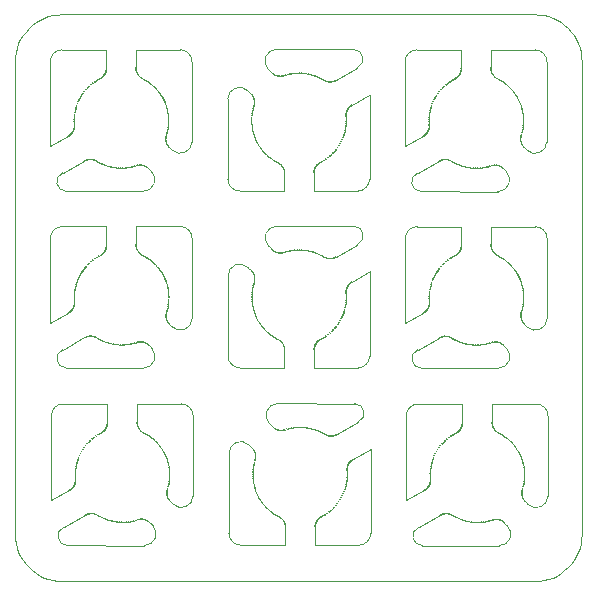
<source format=gbr>
%TF.GenerationSoftware,KiCad,Pcbnew,8.0.5-dirty*%
%TF.CreationDate,2025-01-28T00:49:07-05:00*%
%TF.ProjectId,prrpls406-panel,70727270-6c73-4343-9036-2d70616e656c,rev?*%
%TF.SameCoordinates,Original*%
%TF.FileFunction,Profile,NP*%
%FSLAX46Y46*%
G04 Gerber Fmt 4.6, Leading zero omitted, Abs format (unit mm)*
G04 Created by KiCad (PCBNEW 8.0.5-dirty) date 2025-01-28 00:49:07*
%MOMM*%
%LPD*%
G01*
G04 APERTURE LIST*
%TA.AperFunction,Profile*%
%ADD10C,0.100000*%
%TD*%
%TA.AperFunction,Profile*%
%ADD11C,0.050000*%
%TD*%
G04 APERTURE END LIST*
D10*
X26552712Y-35669578D02*
X26540701Y-35667137D01*
X42912780Y-40676566D02*
X42911149Y-40664423D01*
X37708655Y-35090575D02*
X37701869Y-35100902D01*
X25412381Y-43254436D02*
X25414354Y-43242272D01*
X22619780Y-42728877D02*
X22636706Y-42746883D01*
X22322599Y-35186540D02*
X22310734Y-35183964D01*
X40374815Y-34515979D02*
X40374815Y-33001958D01*
X23175109Y-35064488D02*
G75*
G02*
X23223219Y-35052968I257691J-969912D01*
G01*
X20313159Y-40141676D02*
X20360060Y-40282461D01*
X22895578Y-43335651D02*
G75*
G02*
X22897413Y-43360335I-994378J-86349D01*
G01*
X20344397Y-37645819D02*
G75*
G02*
X20338354Y-37669701I-965597J231619D01*
G01*
X25527183Y-42917043D02*
G75*
G02*
X25539455Y-42895584I884617J-491657D01*
G01*
X25511201Y-35194645D02*
X25371000Y-35146004D01*
X36213074Y-42303748D02*
G75*
G02*
X36236479Y-42296440I310526J-953352D01*
G01*
X28162001Y-38214145D02*
X28165927Y-38202600D01*
X37813503Y-34881137D02*
X37809167Y-34892703D01*
X25772027Y-42625538D02*
X25781698Y-42617908D01*
X26990452Y-35660643D02*
G75*
G02*
X26966505Y-35666225I-239052J971343D01*
G01*
X21854433Y-34942014D02*
G75*
G02*
X21836798Y-34925219I686267J738214D01*
G01*
X40552784Y-35091152D02*
X40545760Y-35081017D01*
X40977134Y-35441490D02*
G75*
G02*
X41020971Y-35464446I-441434J-896310D01*
G01*
X37658155Y-35160758D02*
X37650393Y-35170352D01*
X36792994Y-42291924D02*
G75*
G02*
X36816487Y-42298844I-270194J-960576D01*
G01*
X27072795Y-35636660D02*
X27061138Y-35640458D01*
X40685946Y-42736375D02*
G75*
G02*
X40710268Y-42735360I53854J-998725D01*
G01*
X35157267Y-39317201D02*
G75*
G02*
X35153601Y-39267884I991633J98501D01*
G01*
X40673837Y-42737027D02*
X40685946Y-42736375D01*
X21068399Y-41521103D02*
X21165954Y-41632922D01*
X35002644Y-39960439D02*
X34996064Y-39970667D01*
X36236479Y-42296439D02*
X36248227Y-42292928D01*
X34743947Y-40232368D02*
X34733940Y-40239346D01*
X40963478Y-42760242D02*
X40987092Y-42765973D01*
X36745449Y-42279802D02*
G75*
G02*
X36769310Y-42285575I-224049J-978198D01*
G01*
X40519135Y-35039382D02*
X40512877Y-35028746D01*
X37866555Y-34653014D02*
X37865183Y-34665287D01*
X40698679Y-35258390D02*
X40689592Y-35250057D01*
X37872815Y-34535847D02*
G75*
G02*
X37872738Y-34548221I-981615J-53D01*
G01*
X40376799Y-34583871D02*
X40376037Y-34571560D01*
X37753027Y-35016368D02*
X37747029Y-35027163D01*
X38140568Y-42867607D02*
X38284879Y-42902159D01*
X34946013Y-40039687D02*
X34938471Y-40049223D01*
X40385798Y-34669885D02*
X40384125Y-34657666D01*
X42908563Y-40419327D02*
G75*
G02*
X42911630Y-40394872I998137J-112773D01*
G01*
X39514287Y-42978286D02*
G75*
G02*
X39465006Y-42982565I-111187J994686D01*
G01*
X35237671Y-38137086D02*
G75*
G02*
X35248592Y-38088834I980329J-196514D01*
G01*
X35156667Y-39321274D02*
X35158779Y-39345555D01*
X36686263Y-35840679D02*
G75*
G02*
X36725480Y-35810522I631937J-781221D01*
G01*
X23957318Y-34952472D02*
G75*
G02*
X24006748Y-34950640I61582J-993828D01*
G01*
X28129174Y-39022384D02*
X28129174Y-38873995D01*
X20131009Y-38972927D02*
G75*
G02*
X20131010Y-38923451I999791J24727D01*
G01*
X35157267Y-39317201D02*
X35157564Y-39320193D01*
X26587949Y-42103527D02*
G75*
G02*
X26548732Y-42133684I-631949J781227D01*
G01*
X37721966Y-35069759D02*
G75*
G02*
X37708655Y-35090575I-847766J527459D01*
G01*
X20365649Y-37524879D02*
G75*
G02*
X20362581Y-37549334I-998049J112779D01*
G01*
X36166858Y-42320070D02*
X36166857Y-42320070D01*
X25707268Y-42682847D02*
G75*
G02*
X25725291Y-42665904I694732J-720953D01*
G01*
X18129786Y-37170956D02*
G75*
G02*
X19836888Y-36463854I1000014J-44D01*
G01*
X42949650Y-40227374D02*
X42953394Y-40215655D01*
X35129266Y-39671609D02*
X35126199Y-39683394D01*
X26887631Y-41845322D02*
X26993205Y-41741046D01*
X39710774Y-42955092D02*
X39857252Y-42931334D01*
X40289999Y-42827723D02*
X40434428Y-42781584D01*
X42911631Y-40394872D02*
X42913305Y-40382737D01*
X41640200Y-35871312D02*
G75*
G02*
X41678658Y-35902427I-609200J-792288D01*
G01*
X41022223Y-42775716D02*
G75*
G02*
X41045424Y-42782865I-282723J-958784D01*
G01*
X42931820Y-40772964D02*
X42928998Y-40761015D01*
X37758752Y-35005435D02*
X37753027Y-35016368D01*
X40422271Y-34826153D02*
G75*
G02*
X40415034Y-34802490I948529J303053D01*
G01*
X36931161Y-42342017D02*
G75*
G02*
X36953428Y-42352330I-408461J-911083D01*
G01*
X40629264Y-35188108D02*
G75*
G02*
X40613030Y-35169499I738836J660908D01*
G01*
X28121516Y-38392049D02*
X28123128Y-38379973D01*
X40734519Y-42734941D02*
X40746690Y-42734878D01*
X27061138Y-35640458D02*
G75*
G02*
X27037733Y-35647766I-310538J953358D01*
G01*
X37870828Y-34603781D02*
X37870065Y-34616109D01*
X23368343Y-35021997D02*
X23223219Y-35052969D01*
X26264223Y-42330867D02*
X26388240Y-42249380D01*
X28606911Y-37662188D02*
G75*
G02*
X28617431Y-37656028I516689J-870312D01*
G01*
X20291499Y-37020014D02*
G75*
G02*
X20300882Y-37042728I-916199J-391786D01*
G01*
X40394313Y-34718565D02*
X40392040Y-34706454D01*
X33145039Y-41161072D02*
X33145039Y-33996323D01*
X40494602Y-34996483D02*
X40488877Y-34985550D01*
X37872662Y-34554398D02*
G75*
G02*
X37872051Y-34579096I-996962J12298D01*
G01*
X35015592Y-39939761D02*
G75*
G02*
X35002644Y-39960439I-841992J512861D01*
G01*
X40877944Y-35389312D02*
G75*
G02*
X40856607Y-35376757I494956J865612D01*
G01*
X36307707Y-42277980D02*
X36319648Y-42275350D01*
X22708893Y-35193942D02*
G75*
G02*
X22684861Y-35197900I-175993J993642D01*
G01*
X43121197Y-38576319D02*
G75*
G02*
X43126082Y-38625545I-993797J-123481D01*
G01*
X35341628Y-37755414D02*
X35298224Y-37897315D01*
X40289999Y-42827723D02*
G75*
G02*
X40242515Y-42841609I-303599J950023D01*
G01*
X43063589Y-41075745D02*
G75*
G02*
X43050468Y-41055003I830611J539945D01*
G01*
X37872051Y-34579094D02*
G75*
G02*
X37870828Y-34603781I-996551J36994D01*
G01*
X42914711Y-40688681D02*
X42912780Y-40676566D01*
X42742595Y-37251167D02*
G75*
G02*
X42763900Y-37295817I-893695J-453833D01*
G01*
X34898629Y-40095286D02*
G75*
G02*
X34881959Y-40113017I-737829J676986D01*
G01*
X36533228Y-35966074D02*
G75*
G02*
X36570905Y-35934015I667172J-745926D01*
G01*
X36845318Y-35723002D02*
G75*
G02*
X36885972Y-35694826I593282J-812598D01*
G01*
X22297078Y-42502716D02*
G75*
G02*
X22253240Y-42479761I441422J896316D01*
G01*
X36769310Y-42285574D02*
X36781177Y-42288600D01*
X35051300Y-39876026D02*
G75*
G02*
X35039902Y-39897585I-893400J458526D01*
G01*
X37472867Y-35341405D02*
X37463009Y-35348793D01*
X40899515Y-35401296D02*
X40888649Y-35395434D01*
X42911149Y-40664423D02*
G75*
G02*
X42908170Y-40639963I1009151J135323D01*
G01*
X22822167Y-43036898D02*
X22826788Y-43048354D01*
X22442617Y-35205041D02*
X22430510Y-35203923D01*
X42902310Y-40541932D02*
X42902180Y-40529632D01*
X35151084Y-39564233D02*
X35147272Y-39588294D01*
X20313159Y-40141676D02*
G75*
G02*
X20298690Y-40094369I952441J317176D01*
G01*
X40447424Y-34895852D02*
G75*
G02*
X40438461Y-34872818I916676J369952D01*
G01*
X37650393Y-35170352D02*
G75*
G02*
X37634594Y-35189391I-782693J633452D01*
G01*
X21199383Y-41669378D02*
G75*
G02*
X21165953Y-41632923I719517J693378D01*
G01*
X22882172Y-43237752D02*
G75*
G02*
X22886440Y-43262157I-983272J-184548D01*
G01*
X41355167Y-42946969D02*
X41374123Y-42962172D01*
X25904491Y-42535030D02*
G75*
G02*
X25926121Y-42523011I496509J-868070D01*
G01*
X37853316Y-34738450D02*
X37850744Y-34750501D01*
X43070007Y-39758072D02*
G75*
G02*
X43060282Y-39806571I-989907J173272D01*
G01*
X41482615Y-35751679D02*
G75*
G02*
X41522570Y-35780857I-568415J-820321D01*
G01*
X21988237Y-35046668D02*
G75*
G02*
X21968037Y-35033119I544063J832968D01*
G01*
X34792330Y-40195367D02*
G75*
G02*
X34773209Y-40210514I-621130J764467D01*
G01*
X28116250Y-38440469D02*
G75*
G02*
X28118588Y-38416235I1000050J-84231D01*
G01*
X37179887Y-35511952D02*
G75*
G02*
X37223130Y-35487929I509913J-866948D01*
G01*
X36144011Y-42329098D02*
G75*
G02*
X36166858Y-42320071I379989J-928302D01*
G01*
X24940952Y-35031722D02*
X24795111Y-35004350D01*
X42935857Y-40274505D02*
X42939009Y-40262660D01*
X24550097Y-34970808D02*
G75*
G02*
X24599255Y-34976305I-86697J-997792D01*
G01*
X43136697Y-41174392D02*
X43128800Y-41165003D01*
X40374745Y-32996323D02*
X44144531Y-32996717D01*
X27130201Y-35615108D02*
G75*
G02*
X27107354Y-35624135I-380001J928308D01*
G01*
X37859858Y-34701934D02*
G75*
G02*
X37855590Y-34726339I-987558J160134D01*
G01*
X41345516Y-42939608D02*
X41355167Y-42946969D01*
X20230191Y-36899678D02*
X20236378Y-36910310D01*
X37817546Y-34869483D02*
X37813503Y-34881137D01*
X22527522Y-35209328D02*
X22515392Y-35209095D01*
X25515460Y-42938771D02*
X25521185Y-42927838D01*
X27084378Y-35632569D02*
X27072795Y-35636660D01*
X40426026Y-34837906D02*
X40422271Y-34826153D01*
X25401474Y-43395985D02*
X25401550Y-43389809D01*
X37380431Y-35403052D02*
X37369721Y-35409177D01*
X22888413Y-43274321D02*
X22890087Y-43286541D01*
X34968225Y-40010647D02*
X34960917Y-40020364D01*
X37865183Y-34665287D02*
X37861831Y-34689770D01*
X21890822Y-34974225D02*
G75*
G02*
X21872386Y-34958299I642078J761925D01*
G01*
X20178638Y-39564069D02*
G75*
G02*
X20171325Y-39515148I985062J172269D01*
G01*
X35159709Y-39479441D02*
X35158984Y-39491593D01*
X22466818Y-35206981D02*
G75*
G02*
X22442617Y-35205040I67282J990781D01*
G01*
X42961053Y-37802530D02*
G75*
G02*
X42975526Y-37849835I-950853J-316770D01*
G01*
X38527938Y-42947777D02*
X38674957Y-42967903D01*
X27160345Y-41558773D02*
X27255103Y-41444573D01*
X42908169Y-40639963D02*
X42906837Y-40627782D01*
X20178638Y-39564069D02*
X20204205Y-39710245D01*
X41147523Y-42821893D02*
X41158536Y-42826980D01*
X26320785Y-35591876D02*
X26309731Y-35586591D01*
X36166857Y-42320070D02*
G75*
G02*
X36189834Y-42311637I355643J-933430D01*
G01*
X28112824Y-38537806D02*
G75*
G02*
X28112790Y-38513464I1014576J13606D01*
G01*
X36355798Y-42268621D02*
X36367896Y-42266573D01*
X20347256Y-37633902D02*
X20344397Y-37645819D01*
X20329340Y-37123862D02*
X20332750Y-37135672D01*
X37009989Y-35613339D02*
X36885972Y-35694826D01*
X35566888Y-37206795D02*
X35502977Y-37340718D01*
X42905031Y-40455979D02*
X42907188Y-40431500D01*
X20356951Y-37585723D02*
X20354679Y-37597778D01*
X28217357Y-38079005D02*
X28222912Y-38068180D01*
X26821073Y-35687184D02*
X26821063Y-35687185D01*
X26277101Y-35569656D02*
G75*
G02*
X26255636Y-35557725I473299J876756D01*
G01*
X20449731Y-40512930D02*
X20510310Y-40648389D01*
X38724115Y-42973398D02*
X38871953Y-42986230D01*
X37336809Y-35428402D02*
X37223130Y-35487928D01*
X43121197Y-38576319D02*
X43102889Y-38429058D01*
X36428748Y-42259021D02*
G75*
G02*
X36453139Y-42257022I93952J-996679D01*
G01*
X40099103Y-42879718D02*
G75*
G02*
X40050992Y-42891234I-257603J969918D01*
G01*
X41244675Y-42871972D02*
X41255152Y-42878110D01*
X34763583Y-40217950D02*
X34743947Y-40232368D01*
X25623819Y-42773853D02*
G75*
G02*
X25639619Y-42754815I779381J-630747D01*
G01*
X37401573Y-35390257D02*
X37380431Y-35403052D01*
X28116945Y-38627005D02*
G75*
G02*
X28120610Y-38676322I-991645J-98495D01*
G01*
X41068453Y-42790579D02*
G75*
G02*
X41091341Y-42798871I-330153J-947021D01*
G01*
X42987544Y-40935488D02*
X42982713Y-40924192D01*
X22859178Y-43141717D02*
X22862641Y-43153558D01*
X40517704Y-42759905D02*
X40517707Y-42759904D01*
X21958040Y-35026237D02*
X21948212Y-35019112D01*
X20203919Y-36858145D02*
X20210623Y-36868461D01*
X22563946Y-35208845D02*
G75*
G02*
X22539693Y-35209265I-29346J993345D01*
G01*
X20258807Y-39951437D02*
G75*
G02*
X20246695Y-39903477I961893J268437D01*
G01*
X37398969Y-42594799D02*
G75*
G02*
X37354589Y-42572944I419231J907299D01*
G01*
X5113455Y-39397180D02*
G75*
G02*
X5113490Y-39421522I-1014555J-13620D01*
G01*
X25407657Y-43291192D02*
X25409029Y-43278919D01*
X40783141Y-42735873D02*
X40795262Y-42736401D01*
X28102285Y-39417044D02*
G75*
G02*
X28096181Y-39466142I-992385J98444D01*
G01*
X42902526Y-40505060D02*
X42903002Y-40492780D01*
X5097142Y-39591045D02*
G75*
G02*
X5092450Y-39614966I-981642J180145D01*
G01*
X34829354Y-40163769D02*
X34820301Y-40171885D01*
X41180503Y-42837452D02*
X41191389Y-42842805D01*
X28328199Y-37904519D02*
X28335741Y-37894983D01*
X35082262Y-39809833D02*
G75*
G02*
X35072460Y-39832191I-911662J386333D01*
G01*
X42973329Y-40901478D02*
X42968778Y-40890067D01*
X35284929Y-37944960D02*
X35248594Y-38088835D01*
X26942519Y-35671200D02*
G75*
G02*
X26918414Y-35675584I-191719J985600D01*
G01*
X42929815Y-40298387D02*
G75*
G02*
X42935858Y-40274505I965585J-231613D01*
G01*
X40517707Y-42759904D02*
G75*
G02*
X40541491Y-42754786I218793J-958896D01*
G01*
X40399470Y-34742733D02*
X40394313Y-34718565D01*
X20367024Y-37512705D02*
X20365649Y-37524879D01*
X26740984Y-41978132D02*
X26851587Y-41879204D01*
X28187206Y-38145562D02*
X28191950Y-38134373D01*
X20331751Y-37693341D02*
G75*
G02*
X20324563Y-37716832I-953851J279041D01*
G01*
X42742595Y-37251167D02*
X42675388Y-37118863D01*
X25743686Y-42649451D02*
G75*
G02*
X25762530Y-42633419I662414J-759549D01*
G01*
X40538980Y-35070698D02*
G75*
G02*
X40525656Y-35049865I835920J549298D01*
G01*
X22385564Y-42548772D02*
X22396268Y-42554894D01*
X20366043Y-37304243D02*
X20367375Y-37316424D01*
X36686263Y-35840679D02*
X36570905Y-35934015D01*
X5359700Y-37559678D02*
G75*
G02*
X5377637Y-37513573I938100J-338422D01*
G01*
X21832472Y-34920995D02*
G75*
G02*
X21823820Y-34912448I689028J706095D01*
G01*
X21566668Y-34655296D02*
G75*
G02*
X22273775Y-32948194I707102J707106D01*
G01*
X36201416Y-42307546D02*
X36213074Y-42303748D01*
X12966243Y-40981627D02*
G75*
G02*
X12955205Y-40959658I879857J455827D01*
G01*
X43190493Y-41233425D02*
X43186213Y-41229038D01*
X25689703Y-42700196D02*
G75*
G02*
X25707269Y-42682844I716597J-707904D01*
G01*
X41091341Y-42798870D02*
X41102691Y-42803139D01*
X20449731Y-40512930D02*
G75*
G02*
X20430660Y-40467285I910269J407130D01*
G01*
X35126199Y-39683394D02*
X35122842Y-39695109D01*
X21928696Y-35004598D02*
X21919045Y-34997237D01*
X11066034Y-42798476D02*
G75*
G02*
X11088428Y-42807844I-375334J-928624D01*
G01*
X25483526Y-43005686D02*
G75*
G02*
X25493628Y-42983099I915074J-395714D01*
G01*
X28114673Y-38586500D02*
G75*
G02*
X28113453Y-38562159I993627J62000D01*
G01*
X40831595Y-42739165D02*
X40843702Y-42740283D01*
X25441622Y-43121812D02*
X25445089Y-43109955D01*
X25695134Y-35267521D02*
X25557515Y-35212008D01*
X27141526Y-35610471D02*
X27130201Y-35615108D01*
X7553732Y-35216986D02*
G75*
G02*
X7536576Y-35234791I-732332J688486D01*
G01*
X20204206Y-38186134D02*
G75*
G02*
X20213930Y-38137635I991494J-173566D01*
G01*
X20369958Y-37475960D02*
X20369181Y-37488227D01*
X26821063Y-35687185D02*
G75*
G02*
X26796556Y-35688588I-69563J1000085D01*
G01*
X41202162Y-42848432D02*
G75*
G02*
X41223552Y-42859938I-462462J-885368D01*
G01*
X43015405Y-37992768D02*
X42975523Y-37849836D01*
X28444858Y-37780437D02*
X28453912Y-37772321D01*
X20622307Y-40868871D02*
X20695973Y-40997690D01*
X22636708Y-35204038D02*
G75*
G02*
X22612466Y-35206234I-102608J997938D01*
G01*
X22611102Y-42720092D02*
X22619780Y-42728877D01*
X39905869Y-42922209D02*
X40050993Y-42891237D01*
X35091485Y-39787318D02*
X35087006Y-39798644D01*
X37348091Y-35421194D02*
X37337220Y-35427058D01*
X22807176Y-43003001D02*
G75*
G02*
X22817261Y-43025555I-899376J-415699D01*
G01*
X43060282Y-38185462D02*
G75*
G02*
X43070005Y-38233961I-973282J-220338D01*
G01*
X22072050Y-35095774D02*
G75*
G02*
X22050660Y-35084268I462450J885374D01*
G01*
X9071152Y-42986185D02*
G75*
G02*
X9021681Y-42985573I-12369J999914D01*
G01*
X7715078Y-42740341D02*
G75*
G02*
X7668764Y-42722977I327822J944841D01*
G01*
X20376852Y-40328991D02*
X20430659Y-40467285D01*
X34847324Y-40147259D02*
G75*
G02*
X34829354Y-40163769I-686524J729159D01*
G01*
X37842405Y-34786650D02*
X37839232Y-34798590D01*
X7722023Y-34974158D02*
G75*
G02*
X7710819Y-34996215I-900123J443358D01*
G01*
X41482615Y-35751679D02*
X41360653Y-35667152D01*
X20345214Y-37183191D02*
G75*
G02*
X20350571Y-37207193I-978214J-230909D01*
G01*
X37825369Y-34846003D02*
G75*
G02*
X37817547Y-34869483I-955069J305103D01*
G01*
X37872738Y-34548221D02*
X37872662Y-34554398D01*
X20286668Y-37008718D02*
X20291499Y-37020014D01*
X42918885Y-40712937D02*
G75*
G02*
X42914711Y-40688681I978215J180837D01*
G01*
X36113868Y-36385433D02*
G75*
G02*
X36146391Y-36348151I773532J-641967D01*
G01*
X22352790Y-42531439D02*
G75*
G02*
X22374697Y-42542910I-448590J-883361D01*
G01*
X21634012Y-42072894D02*
G75*
G02*
X21595556Y-42041779I608588J791494D01*
G01*
X28481882Y-37748839D02*
G75*
G02*
X28501003Y-37733692I621118J-764461D01*
G01*
X37634594Y-35189391D02*
X37634595Y-35189390D01*
X24352883Y-34954918D02*
G75*
G02*
X24402259Y-34957976I-37083J-998882D01*
G01*
X36733511Y-42277069D02*
X36745449Y-42279802D01*
X35158779Y-39345555D02*
X35159538Y-39357706D01*
X37832590Y-34822394D02*
X37829123Y-34834251D01*
X20145412Y-36779203D02*
X20160763Y-36798392D01*
X37223129Y-42504105D02*
G75*
G02*
X37179887Y-42480081I462771J883905D01*
G01*
X36017685Y-42391455D02*
G75*
G02*
X36028360Y-42385379I506815J-877945D01*
G01*
X22273775Y-32948189D02*
X28778790Y-32960166D01*
X40710266Y-42735361D02*
G75*
G02*
X40734519Y-42734941I29334J-993339D01*
G01*
X25460709Y-43063069D02*
X25465045Y-43051503D01*
X35237671Y-38137086D02*
X35208497Y-38282582D01*
X22761335Y-42915460D02*
G75*
G02*
X22773618Y-42936937I-868835J-511140D01*
G01*
X41191389Y-42842805D02*
X41202162Y-42848432D01*
X27160345Y-41558773D02*
G75*
G02*
X27127820Y-41596054I-772545J641173D01*
G01*
X43019824Y-41001752D02*
X43014176Y-40990847D01*
X40525657Y-35049864D02*
X40519135Y-35039382D01*
X6338648Y-36089664D02*
G75*
G02*
X6374692Y-36055782I701852J-710536D01*
G01*
X10807825Y-42732474D02*
G75*
G02*
X10831946Y-42735595I-116825J-997726D01*
G01*
X38921329Y-42989288D02*
G75*
G02*
X38871953Y-42986230I37171J1000488D01*
G01*
X35153600Y-38724156D02*
G75*
G02*
X35157266Y-38674824I999000J-49444D01*
G01*
X40888649Y-35395434D02*
X40877944Y-35389312D01*
X28113349Y-38489110D02*
G75*
G02*
X28114503Y-38464765I1001651J-35290D01*
G01*
X41275813Y-42890900D02*
X41285975Y-42897538D01*
X40589351Y-42746305D02*
X40601334Y-42744481D01*
X40500595Y-35007269D02*
X40494602Y-34996483D01*
X22826929Y-35165524D02*
G75*
G02*
X22803572Y-35172363I-293229J958124D01*
G01*
X40689592Y-35250057D02*
X40680699Y-35241488D01*
X25893780Y-42541154D02*
X25904491Y-42535030D01*
X34873501Y-40121797D02*
X34856176Y-40138924D01*
X35161291Y-39442930D02*
X35160863Y-39455097D01*
X20148128Y-38577719D02*
G75*
G02*
X20153016Y-38528491I1000472J-74481D01*
G01*
X34930696Y-40058575D02*
G75*
G02*
X34914870Y-40077145I-767896J638375D01*
G01*
X43139532Y-39169099D02*
G75*
G02*
X43137084Y-39218503I-998132J24699D01*
G01*
X20371902Y-37402274D02*
X20372032Y-37414574D01*
X36319648Y-42275350D02*
X36331693Y-42273006D01*
X42205813Y-36423103D02*
X42108258Y-36311284D01*
X11335457Y-42960761D02*
G75*
G02*
X11353894Y-42976686I-642057J-761939D01*
G01*
X34656781Y-40288178D02*
X33148945Y-41158753D01*
X36551181Y-42255021D02*
G75*
G02*
X36575690Y-42256025I-28481J-994779D01*
G01*
X35108285Y-39741606D02*
G75*
G02*
X35100171Y-39764543I-956685J325506D01*
G01*
X35137895Y-39636101D02*
X35135115Y-39647959D01*
X26686283Y-35687528D02*
X26674061Y-35686575D01*
X37579078Y-42676685D02*
X37716697Y-42732198D01*
X5074909Y-39685889D02*
G75*
G02*
X5067918Y-39709213I-956109J273889D01*
G01*
X28560388Y-37691193D02*
X28570562Y-37684460D01*
X26428894Y-42221204D02*
X26548732Y-42133684D01*
X26457725Y-35645362D02*
X26445993Y-35641750D01*
X36816487Y-42298844D02*
X36828219Y-42302456D01*
X43139532Y-39169099D02*
X43143203Y-39020755D01*
X22735232Y-42873508D02*
G75*
G02*
X22748556Y-42894341I-835932J-549292D01*
G01*
X40415034Y-34802490D02*
X40411571Y-34790648D01*
X41437413Y-43018988D02*
X41441740Y-43023211D01*
X38333260Y-42912484D02*
G75*
G02*
X38284879Y-42902157I185040J985384D01*
G01*
X42919533Y-40346428D02*
G75*
G02*
X42924389Y-40322299I977967J-184272D01*
G01*
X28148013Y-38260812D02*
X28151370Y-38249097D01*
X5293695Y-37746194D02*
G75*
G02*
X5309335Y-37699257I952505J-291306D01*
G01*
X36099126Y-42348776D02*
X36110227Y-42343581D01*
X36526683Y-42254618D02*
X36538930Y-42254669D01*
X22728452Y-42863189D02*
X22735232Y-42873508D01*
X25401397Y-44942248D02*
X25401397Y-43408359D01*
X20137126Y-39170676D02*
G75*
G02*
X20134681Y-39121271I992374J73876D01*
G01*
X22557077Y-42669308D02*
G75*
G02*
X22575533Y-42685816I-658777J-755092D01*
G01*
X36624577Y-42259837D02*
X36636771Y-42261089D01*
X34773209Y-40210514D02*
X34763583Y-40217950D01*
X42956243Y-40855372D02*
X42952268Y-40843779D01*
X40601334Y-42744481D02*
X40625439Y-42741408D01*
X40605018Y-35160084D02*
X40597269Y-35150506D01*
X40927789Y-42752797D02*
G75*
G02*
X40951613Y-42757666I-187989J-980503D01*
G01*
X26887631Y-41845322D02*
G75*
G02*
X26851589Y-41879206I-701931J710522D01*
G01*
X41102691Y-42803139D02*
X41113967Y-42807696D01*
X28540272Y-37704860D02*
G75*
G02*
X28560388Y-37691193I567928J-814240D01*
G01*
X40384125Y-34657666D02*
G75*
G02*
X40381071Y-34633100I991775J135766D01*
G01*
X22851941Y-43118053D02*
G75*
G02*
X22859177Y-43141717I-946841J-302447D01*
G01*
X36331693Y-42273006D02*
G75*
G02*
X36355798Y-42268622I191707J-985694D01*
G01*
X25579367Y-42833169D02*
G75*
G02*
X25593719Y-42812995I829633J-575031D01*
G01*
X37734758Y-35048622D02*
X37728494Y-35059268D01*
X34703650Y-40259746D02*
X34693340Y-40266212D01*
X25841562Y-42574186D02*
G75*
G02*
X25862246Y-42560595I562638J-833714D01*
G01*
X43003138Y-40968878D02*
X42997760Y-40957839D01*
X20223743Y-36889203D02*
X20230191Y-36899678D01*
X26287874Y-35575473D02*
X26277101Y-35569656D01*
X22428156Y-42573834D02*
X22438549Y-42580480D01*
X24155127Y-34948801D02*
X24006748Y-34950638D01*
X6332080Y-42255607D02*
G75*
G02*
X6356428Y-42252403I143020J-992693D01*
G01*
X10669202Y-35265678D02*
G75*
G02*
X10650746Y-35249170I658798J755078D01*
G01*
X36697403Y-42270038D02*
G75*
G02*
X36721500Y-42274628I-174603J-982162D01*
G01*
X5052233Y-39755336D02*
G75*
G02*
X5043552Y-39778098I-933933J343136D01*
G01*
X25926121Y-42523012D02*
X25936992Y-42517148D01*
X8285327Y-42903264D02*
G75*
G02*
X8236946Y-42892940I184973J985364D01*
G01*
X37694845Y-35111037D02*
G75*
G02*
X37680492Y-35131211I-825245J571937D01*
G01*
X12871600Y-40337208D02*
G75*
G02*
X12876454Y-40313079I978000J-184192D01*
G01*
X40467043Y-34941219D02*
X40467036Y-34941205D01*
X28206767Y-38100944D02*
X28217357Y-38079005D01*
X40470640Y-42771842D02*
X40482322Y-42768575D01*
X36986338Y-42368733D02*
X36997111Y-42374550D01*
X20210623Y-36868461D02*
G75*
G02*
X20223743Y-36889203I-830623J-539939D01*
G01*
X21482536Y-41945611D02*
G75*
G02*
X21445666Y-41912636I647164J760711D01*
G01*
X10549336Y-35141286D02*
G75*
G02*
X10533988Y-35121830I783064J633486D01*
G01*
X13047641Y-38370917D02*
G75*
G02*
X13054955Y-38419838I-985041J-172283D01*
G01*
X42926956Y-40310304D02*
X42929815Y-40298387D01*
X25600994Y-42803038D02*
X25616057Y-42783448D01*
X22807169Y-43002986D02*
X22807176Y-43003001D01*
X7131954Y-35502732D02*
G75*
G02*
X7175197Y-35478708I509946J-866968D01*
G01*
X6096078Y-42319878D02*
G75*
G02*
X6118925Y-42310850I380022J-928322D01*
G01*
X42074829Y-36274828D02*
G75*
G02*
X42108259Y-36311283I-719529J-693372D01*
G01*
X18129786Y-42947884D02*
X18129786Y-37170956D01*
X40597269Y-35150506D02*
G75*
G02*
X40581921Y-35131050I783031J633506D01*
G01*
X43095574Y-38380137D02*
G75*
G02*
X43102888Y-38429058I-984974J-172263D01*
G01*
X10374338Y-34816933D02*
G75*
G02*
X10367101Y-34793270I948562J303033D01*
G01*
X43044021Y-41044527D02*
X43037834Y-41033896D01*
X21872385Y-34958300D02*
X21863312Y-34950268D01*
X6883228Y-42332797D02*
G75*
G02*
X6905495Y-42343110I-408428J-911003D01*
G01*
X25734388Y-42657563D02*
X25743686Y-42649451D01*
X25133644Y-35076599D02*
G75*
G02*
X25181456Y-35089304I-233944J-976701D01*
G01*
X26493034Y-35655606D02*
X26481218Y-35652282D01*
X29069173Y-34517883D02*
X27256527Y-35552751D01*
X20298687Y-37802017D02*
G75*
G02*
X20313163Y-37754694I962613J-268583D01*
G01*
X38921329Y-42989288D02*
X39069614Y-42994793D01*
X25323884Y-35130952D02*
G75*
G02*
X25371000Y-35146005I-280084J-957948D01*
G01*
X45144426Y-34996322D02*
X45144426Y-40773250D01*
X37566942Y-35261361D02*
X37566944Y-35261359D01*
X42906837Y-40627782D02*
X42905802Y-40615534D01*
X28258620Y-38004444D02*
G75*
G02*
X28271568Y-37983767I838980J-510956D01*
G01*
X39119085Y-42995405D02*
X39267464Y-42993569D01*
X22575533Y-42685816D02*
X22584620Y-42694149D01*
X22862641Y-43153558D02*
X22865810Y-43165485D01*
X26399688Y-35625602D02*
X26388263Y-35621140D01*
X41158536Y-42826980D02*
G75*
G02*
X41180503Y-42837451I-424536J-918920D01*
G01*
X28151370Y-38249097D02*
G75*
G02*
X28158362Y-38225773I956130J-273903D01*
G01*
X10399491Y-34886632D02*
G75*
G02*
X10390529Y-34863598I916709J369932D01*
G01*
X40438462Y-34872818D02*
X40434126Y-34861252D01*
X23957318Y-34952472D02*
X23809206Y-34961643D01*
X7602460Y-35161132D02*
G75*
G02*
X7586660Y-35180171I-782660J633432D01*
G01*
X6503248Y-42245801D02*
G75*
G02*
X6527757Y-42246807I-28548J-994799D01*
G01*
X5060352Y-39732386D02*
G75*
G02*
X5052237Y-39755323I-956752J325586D01*
G01*
X7321788Y-35399957D02*
G75*
G02*
X7300157Y-35411973I-490588J857657D01*
G01*
X25414354Y-43242272D02*
G75*
G02*
X25418622Y-43217867I993946J-161228D01*
G01*
X5123994Y-38517942D02*
G75*
G02*
X5130097Y-38468845I992606J-98458D01*
G01*
X22879898Y-43225641D02*
X22882172Y-43237752D01*
X25937403Y-42515804D02*
X26051082Y-42456278D01*
D11*
X28778790Y-32960166D02*
G75*
G02*
X29069189Y-34517922I-9590J-807734D01*
G01*
D10*
X20298687Y-37802017D02*
X20258808Y-37944941D01*
X22886441Y-43262157D02*
X22888413Y-43274321D01*
X27002325Y-35657721D02*
X26990452Y-35660643D01*
X37950328Y-42813254D02*
X38092756Y-42854902D01*
X6380815Y-42249801D02*
G75*
G02*
X6405206Y-42247801I93985J-996699D01*
G01*
X42824481Y-37431276D02*
G75*
G02*
X42843552Y-37476921I-910281J-407124D01*
G01*
X22382315Y-35197689D02*
X22358346Y-35193695D01*
X42975525Y-40142188D02*
G75*
G02*
X42961048Y-40189512I-962225J268488D01*
G01*
X10051170Y-42870498D02*
G75*
G02*
X10003060Y-42882018I-257670J969898D01*
G01*
X40467036Y-34941205D02*
G75*
G02*
X40456951Y-34918651I899364J415705D01*
G01*
X37839232Y-34798590D02*
G75*
G02*
X37832591Y-34822394I-959232J254790D01*
G01*
X4619368Y-40272798D02*
G75*
G02*
X4608848Y-40278958I-516668J870298D01*
G01*
X22287120Y-35178233D02*
X22275392Y-35175082D01*
X28114503Y-38464765D02*
X28115229Y-38452613D01*
X43143203Y-38971279D02*
X43139532Y-38822934D01*
X12281376Y-36568462D02*
G75*
G02*
X12311043Y-36608042I-786376J-620338D01*
G01*
X28165927Y-38202600D02*
G75*
G02*
X28174041Y-38179663I956673J-325500D01*
G01*
X22672878Y-35199725D02*
X22648773Y-35202798D01*
X8676182Y-42964178D02*
G75*
G02*
X8627024Y-42958685I86618J997878D01*
G01*
X22358346Y-35193695D02*
X22346423Y-35191409D01*
X34914870Y-40077145D02*
X34906871Y-40086303D01*
X22499466Y-42622698D02*
X22509367Y-42630118D01*
X25639618Y-42754815D02*
X25639617Y-42754816D01*
X37747029Y-35027163D02*
G75*
G02*
X37734757Y-35048622I-884629J491663D01*
G01*
X26894199Y-35679379D02*
G75*
G02*
X26869851Y-35682585I-143099J992679D01*
G01*
X37179887Y-35511952D02*
X37051994Y-35587204D01*
X42897360Y-37615215D02*
X42843553Y-37476921D01*
X36028360Y-42385379D02*
X36033697Y-42382384D01*
X20355327Y-37231268D02*
G75*
G02*
X20359500Y-37255525I-970927J-179532D01*
G01*
X27403415Y-41246684D02*
X27486427Y-41123686D01*
X45144426Y-33996717D02*
X45144426Y-34996322D01*
X39316894Y-42991734D02*
G75*
G02*
X39267464Y-42993569I-61694J995434D01*
G01*
X12603972Y-37066115D02*
G75*
G02*
X12627455Y-37109643I-867472J-496085D01*
G01*
X40541491Y-42754787D02*
X40553384Y-42752379D01*
X10419103Y-34931985D02*
G75*
G02*
X10409018Y-34909431I899397J415685D01*
G01*
X36077037Y-42359445D02*
G75*
G02*
X36099127Y-42348777I447663J-898755D01*
G01*
X20531617Y-40693039D02*
X20598824Y-40825343D01*
X27208144Y-35579296D02*
X27197176Y-35584761D01*
X7791299Y-34789370D02*
G75*
G02*
X7784656Y-34813174I-959299J254870D01*
G01*
X28601684Y-37665292D02*
X28606911Y-37662188D01*
X42913305Y-40382737D02*
X42917261Y-40358483D01*
X41150682Y-35536508D02*
G75*
G02*
X41193315Y-35561595I-484482J-872092D01*
G01*
X22394332Y-35199392D02*
X22382315Y-35197689D01*
X13138280Y-41219818D02*
G75*
G02*
X13121308Y-41201990I716220J698818D01*
G01*
X13054956Y-39553754D02*
G75*
G02*
X13047644Y-39602677I-989256J122854D01*
G01*
X42651905Y-37075335D02*
X42578239Y-36946517D01*
X28313296Y-37923842D02*
G75*
G02*
X28328199Y-37904519I809304J-608758D01*
G01*
X20944903Y-41366524D02*
X21036808Y-41483030D01*
X35407633Y-37568898D02*
X35357265Y-37708476D01*
X10638013Y-42727155D02*
G75*
G02*
X10662335Y-42726142I53787J-998745D01*
G01*
X5109334Y-39307981D02*
G75*
G02*
X5105669Y-39258664I991566J98481D01*
G01*
X43070293Y-41086061D02*
X43063589Y-41075745D01*
X4882763Y-40049355D02*
G75*
G02*
X4866937Y-40067925I-767963J638455D01*
G01*
X26094325Y-42432254D02*
X26222217Y-42357002D01*
X40411571Y-34790648D02*
X40408402Y-34778722D01*
X28174046Y-38179650D02*
G75*
G02*
X28182727Y-38156888I928154J-340950D01*
G01*
X40717135Y-35274898D02*
G75*
G02*
X40698679Y-35258390I658765J755098D01*
G01*
X35100166Y-39764556D02*
G75*
G02*
X35091485Y-39787318I-933966J343156D01*
G01*
X37775408Y-34972307D02*
X37769956Y-34983378D01*
X22593513Y-42702719D02*
G75*
G02*
X22611102Y-42720092I-700813J-727081D01*
G01*
X35056855Y-39865201D02*
X35051300Y-39876026D01*
X40710268Y-42735361D02*
X40710266Y-42735361D01*
X22796539Y-42980712D02*
G75*
G02*
X22807169Y-43002986I-893039J-439888D01*
G01*
X36533228Y-35966074D02*
X36422625Y-36065002D01*
X43137086Y-38773530D02*
G75*
G02*
X43139530Y-38822934I-992486J-73870D01*
G01*
X26428894Y-42221204D02*
G75*
G02*
X26388240Y-42249380I-593294J812604D01*
G01*
X28510629Y-37726256D02*
X28530265Y-37711838D01*
X25493628Y-42983099D02*
X25498804Y-42971898D01*
X43070007Y-39758072D02*
X43095574Y-39611897D01*
X20134680Y-38775107D02*
X20131009Y-38923451D01*
X25593720Y-42812996D02*
X25600994Y-42803038D01*
X43128800Y-41165003D02*
X43113449Y-41145813D01*
X36648901Y-42262636D02*
G75*
G02*
X36673248Y-42266046I-127101J-996164D01*
G01*
X42445006Y-36738175D02*
X42358974Y-36617264D01*
X37634595Y-35189390D02*
G75*
G02*
X37618369Y-35207988I-757395J644390D01*
G01*
X43126084Y-39366487D02*
X43137086Y-39218503D01*
X41255152Y-42878110D02*
X41275813Y-42890900D01*
X22584620Y-42694149D02*
X22593513Y-42702719D01*
X22600375Y-35207179D02*
X22588266Y-35207831D01*
X34667301Y-40282018D02*
G75*
G02*
X34656781Y-40288178I-516701J870318D01*
G01*
X42329309Y-36577682D02*
G75*
G02*
X42358975Y-36617263I-786409J-620318D01*
G01*
X43084187Y-41106330D02*
X43070293Y-41086061D01*
X22773617Y-42936937D02*
X22779610Y-42947723D01*
X22491071Y-35208333D02*
X22478950Y-35207805D01*
X28127950Y-38824538D02*
G75*
G02*
X28129174Y-38873995I-998450J-49462D01*
G01*
X25465045Y-43051503D02*
G75*
G02*
X25474008Y-43028469I936855J-351297D01*
G01*
X36587929Y-42256678D02*
X36600151Y-42257631D01*
X40378634Y-34608555D02*
G75*
G02*
X40376798Y-34583871I994366J86355D01*
G01*
X35482783Y-37385873D02*
G75*
G02*
X35502976Y-37340718I923817J-386027D01*
G01*
X27403415Y-41246684D02*
G75*
G02*
X27374729Y-41286997I-830615J560684D01*
G01*
X37829123Y-34834251D02*
X37825369Y-34846003D01*
X40654432Y-35215329D02*
X40637506Y-35197323D01*
X25428938Y-43169538D02*
X25431807Y-43157556D01*
X41707544Y-43288910D02*
G75*
G02*
X41000437Y-44996014I-707144J-707090D01*
G01*
X39514287Y-42978286D02*
X39661759Y-42961802D01*
X27989283Y-39999246D02*
G75*
G02*
X27975987Y-40046891I-973683J246046D01*
G01*
X20531617Y-40693039D02*
G75*
G02*
X20510312Y-40648388I893083J453539D01*
G01*
X40807394Y-42737225D02*
G75*
G02*
X40831595Y-42739164I-67194J-990775D01*
G01*
X13091599Y-39159879D02*
G75*
G02*
X13089152Y-39209283I-998099J24679D01*
G01*
X6485295Y-35956854D02*
G75*
G02*
X6522972Y-35924795I667205J-745946D01*
G01*
X28359342Y-37867061D02*
X28367341Y-37857903D01*
X6797385Y-35713782D02*
G75*
G02*
X6838041Y-35685609I593215J-812618D01*
G01*
X28112921Y-38501276D02*
X28113349Y-38489110D01*
X10710887Y-42725891D02*
G75*
G02*
X10735208Y-42726652I-18687J-986109D01*
G01*
X12854937Y-40557251D02*
G75*
G02*
X12854378Y-40532712I1003363J35151D01*
G01*
X41045424Y-42782865D02*
X41057001Y-42786587D01*
X37800205Y-34915737D02*
X37795584Y-34927193D01*
X28115229Y-38452613D02*
X28116250Y-38440469D01*
X36189834Y-42311637D02*
X36201416Y-42307546D01*
X7175196Y-42494885D02*
G75*
G02*
X7131955Y-42470860I462804J883885D01*
G01*
X25572343Y-42843304D02*
X25579367Y-42833169D01*
X5969752Y-42382235D02*
G75*
G02*
X5980427Y-42376159I506748J-877965D01*
G01*
X5611816Y-37022870D02*
G75*
G02*
X5636373Y-36979927I882084J-475930D01*
G01*
X35155625Y-39527971D02*
X35155624Y-39527980D01*
X22115676Y-35117226D02*
G75*
G02*
X22093709Y-35106753I424624J918926D01*
G01*
X22519075Y-42637776D02*
G75*
G02*
X22538270Y-42653307I-614875J-779524D01*
G01*
X26051083Y-35440101D02*
G75*
G02*
X26094323Y-35464127I-462383J-883099D01*
G01*
X27707324Y-40737411D02*
G75*
G02*
X27684919Y-40781518I-903324J431111D01*
G01*
X40735942Y-35290899D02*
X40726426Y-35283003D01*
X25401328Y-44947883D02*
X25401397Y-44942260D01*
X22871869Y-43189473D02*
X22874742Y-43201473D01*
X25801345Y-42602801D02*
X25811203Y-42595413D01*
X35067445Y-39843262D02*
X35056855Y-39865201D01*
X40814979Y-35350136D02*
X40804754Y-35343235D01*
X36964481Y-42357615D02*
X36986338Y-42368733D01*
X40625439Y-42741408D02*
X40637504Y-42740168D01*
X35115851Y-39718433D02*
X35112211Y-39730061D01*
X40637504Y-42740168D02*
G75*
G02*
X40661746Y-42737973I102596J-997932D01*
G01*
X28284980Y-37963468D02*
G75*
G02*
X28298912Y-37943460I830320J-563332D01*
G01*
X20213930Y-39758744D02*
G75*
G02*
X20204207Y-39710245I973270J220344D01*
G01*
X42941462Y-40808534D02*
G75*
G02*
X42934939Y-40784854I963438J278134D01*
G01*
X10327647Y-34550021D02*
G75*
G02*
X10327033Y-34525260I1001553J37221D01*
G01*
X8873396Y-42980068D02*
G75*
G02*
X8824020Y-42977009I37204J1000568D01*
G01*
X5105667Y-38714936D02*
G75*
G02*
X5109334Y-38665604I999033J-49464D01*
G01*
X21968037Y-35033120D02*
X21958040Y-35026237D01*
X22563944Y-35208845D02*
X22563946Y-35208845D01*
X19836893Y-36463849D02*
X20075086Y-36702042D01*
X34996064Y-39970667D02*
X34989232Y-39980738D01*
X20622307Y-40868871D02*
G75*
G02*
X20598825Y-40825342I867493J496071D01*
G01*
X26528763Y-35664404D02*
G75*
G02*
X26504902Y-35658631I224037J978204D01*
G01*
X41306175Y-42911086D02*
X41316172Y-42917969D01*
X36033697Y-42382384D02*
G75*
G02*
X36055235Y-42370643I489603J-872516D01*
G01*
X26587949Y-42103527D02*
X26703307Y-42010191D01*
X43199126Y-41242164D02*
G75*
G02*
X43190493Y-41233425I698574J698664D01*
G01*
X36997111Y-42374550D02*
G75*
G02*
X37018575Y-42386481I-473311J-876750D01*
G01*
X40574411Y-35121283D02*
X40567138Y-35111325D01*
X10330701Y-34599335D02*
G75*
G02*
X10328866Y-34574651I994299J86335D01*
G01*
X42903301Y-40578764D02*
X42902870Y-40566471D01*
X25420896Y-43205756D02*
X25423468Y-43193705D01*
X21634012Y-42072894D02*
X21751643Y-42163347D01*
X28191950Y-38134373D02*
G75*
G02*
X28201752Y-38112015I911650J-386327D01*
G01*
X28570562Y-37684460D02*
X28580872Y-37677994D01*
X34906871Y-40086303D02*
X34898629Y-40095286D01*
X42975525Y-40142188D02*
X43015404Y-39999265D01*
X36908671Y-42332264D02*
X36919982Y-42337005D01*
X27866579Y-40375308D02*
G75*
G02*
X27848640Y-40421412I-938179J338508D01*
G01*
X20300883Y-37042728D02*
X20305434Y-37054139D01*
X22137851Y-35127142D02*
X22126689Y-35122312D01*
X5434850Y-37376653D02*
G75*
G02*
X5455043Y-37331498I923850J-386047D01*
G01*
X12870952Y-40703717D02*
G75*
G02*
X12866778Y-40679461I978248J180817D01*
G01*
X36863009Y-42314429D02*
X36874524Y-42318604D01*
X40726426Y-35283003D02*
X40717135Y-35274898D01*
X6065935Y-36376213D02*
G75*
G02*
X6098460Y-36338933I773465J-641987D01*
G01*
X12881882Y-40289167D02*
G75*
G02*
X12887923Y-40265285I965518J-231533D01*
G01*
X33148934Y-41158759D02*
X33145039Y-41161072D01*
X10469774Y-42750684D02*
G75*
G02*
X10493558Y-42745568I218726J-958916D01*
G01*
X22438549Y-42580480D02*
G75*
G02*
X22459233Y-42594071I-538849J-842620D01*
G01*
X27791429Y-40558333D02*
X27848641Y-40421412D01*
X39905869Y-42922209D02*
G75*
G02*
X39857252Y-42931331I-208169J975309D01*
G01*
X35039903Y-39897585D02*
X35034086Y-39908271D01*
X37031272Y-42392636D02*
X37179887Y-42480081D01*
X41022220Y-42775715D02*
X41022223Y-42775716D01*
X37009989Y-35613339D02*
G75*
G02*
X37051994Y-35587204I548211J-834261D01*
G01*
X21954899Y-42304217D02*
X22080896Y-42382613D01*
X28102285Y-39417044D02*
X28116944Y-39269382D01*
X35147272Y-39588294D02*
X35145075Y-39600265D01*
X25402162Y-43365110D02*
X25402161Y-43365112D01*
X7902395Y-42804034D02*
G75*
G02*
X7855280Y-42788980I280105J957934D01*
G01*
X5940545Y-36529244D02*
G75*
G02*
X5971176Y-36490413I801255J-600556D01*
G01*
X20309693Y-37065630D02*
G75*
G02*
X20317969Y-37088834I-945093J-350170D01*
G01*
X9466354Y-42969066D02*
G75*
G02*
X9417073Y-42973343I-111154J994666D01*
G01*
X40680699Y-35241488D02*
G75*
G02*
X40663109Y-35224115I697501J723788D01*
G01*
X5189738Y-38127866D02*
G75*
G02*
X5200660Y-38079615I980262J-196534D01*
G01*
X20321455Y-37729804D02*
X20313163Y-37754694D01*
X13151193Y-41232944D02*
G75*
G02*
X13142560Y-41224205I698507J698744D01*
G01*
X20087999Y-36715167D02*
G75*
G02*
X20104971Y-36732996I-712999J-695733D01*
G01*
X22779610Y-42947723D02*
X22785335Y-42958657D01*
X22123530Y-42407698D02*
X22253240Y-42479761D01*
X42952268Y-40843779D02*
X42944872Y-40820344D01*
X22984213Y-35116483D02*
X22839783Y-35162622D01*
X25404147Y-43328097D02*
X25405215Y-43315794D01*
X40795262Y-42736401D02*
X40807394Y-42737225D01*
X36066068Y-42364910D02*
X36077037Y-42359445D01*
X37432650Y-35370021D02*
G75*
G02*
X37411966Y-35383611I-559550J829121D01*
G01*
X35146262Y-39119668D02*
G75*
G02*
X35145037Y-39070211I998438J49468D01*
G01*
X35870797Y-36697522D02*
X35787785Y-36820520D01*
X28375583Y-37848920D02*
G75*
G02*
X28392252Y-37831188I737917J-676980D01*
G01*
X37872884Y-32996323D02*
X37872815Y-33001946D01*
X22126689Y-35122312D02*
X22115676Y-35117226D01*
X22707074Y-42832881D02*
G75*
G02*
X22721427Y-42853055I-810874J-592119D01*
G01*
X40374967Y-34534480D02*
X40374891Y-34528318D01*
X37601665Y-35226206D02*
G75*
G02*
X37584509Y-35244011I-732265J688406D01*
G01*
X39119085Y-42995405D02*
G75*
G02*
X39069614Y-42994793I-12369J999942D01*
G01*
X26434378Y-35637859D02*
G75*
G02*
X26411203Y-35629777I320622J956659D01*
G01*
X34733940Y-40239346D02*
G75*
G02*
X34713824Y-40253014I-567940J814246D01*
G01*
X24352883Y-34954918D02*
X24204598Y-34949413D01*
X20370911Y-37365443D02*
X20371342Y-37377735D01*
X40392040Y-34706454D02*
G75*
G02*
X40387771Y-34682049I983260J184554D01*
G01*
X20367375Y-37316424D02*
X20368410Y-37328672D01*
X22890087Y-43286541D02*
G75*
G02*
X22893141Y-43311106I-990887J-135659D01*
G01*
X22899398Y-44942260D02*
X22899467Y-44947883D01*
X25133644Y-35076599D02*
X24989333Y-35042047D01*
X34801771Y-40187699D02*
X34792330Y-40195367D01*
X35566888Y-37206795D02*
G75*
G02*
X35589293Y-37162688I903312J-431105D01*
G01*
X6949178Y-42365330D02*
G75*
G02*
X6970642Y-42377262I-473378J-876770D01*
G01*
X20361431Y-37267640D02*
X20363063Y-37279783D01*
X22479537Y-42608143D02*
G75*
G02*
X22499466Y-42622698I-576937J-810857D01*
G01*
X14096598Y-32987497D02*
G75*
G02*
X15096503Y-33987497I-98J-1000003D01*
G01*
X22341771Y-42525842D02*
X22352790Y-42531439D01*
X41326000Y-42925094D02*
G75*
G02*
X41345517Y-42939607I-589700J-813406D01*
G01*
X26740984Y-41978132D02*
G75*
G02*
X26703307Y-42010191I-667184J745932D01*
G01*
X28617431Y-37656028D02*
X30125267Y-36785453D01*
X28112790Y-38513464D02*
X28112921Y-38501276D01*
X22899467Y-44947883D02*
X19129680Y-44947489D01*
X22228788Y-35161341D02*
X22217211Y-35157619D01*
X37870065Y-34616109D02*
X37868997Y-34628412D01*
X23368343Y-35021997D02*
G75*
G02*
X23416960Y-35012870I208557J-976903D01*
G01*
X27866579Y-40375308D02*
X27916947Y-40235730D01*
X28129137Y-38343941D02*
G75*
G02*
X28133830Y-38320020I981663J-180159D01*
G01*
X36283760Y-42283563D02*
G75*
G02*
X36307707Y-42277979I239140J-971337D01*
G01*
X7482593Y-35285535D02*
G75*
G02*
X7463749Y-35301568I-665793J763435D01*
G01*
X4967659Y-39930541D02*
G75*
G02*
X4954711Y-39951219I-841959J512841D01*
G01*
X20339274Y-37159352D02*
X20342393Y-37171242D01*
X25511201Y-35194645D02*
G75*
G02*
X25557515Y-35212008I-327801J-944855D01*
G01*
X23759925Y-34965920D02*
G75*
G02*
X23809206Y-34961642I111175J-994680D01*
G01*
X22612466Y-35206233D02*
X22600375Y-35207179D01*
X20248463Y-36931674D02*
X20254388Y-36942454D01*
X27027533Y-41705421D02*
G75*
G02*
X26993205Y-41741046I-737333J676121D01*
G01*
X34713824Y-40253013D02*
X34703650Y-40259746D01*
X21948212Y-35019112D02*
G75*
G02*
X21928696Y-35004598I589788J813412D01*
G01*
X24155127Y-34948801D02*
G75*
G02*
X24204598Y-34949413I12369J-999905D01*
G01*
X36416517Y-42260174D02*
X36428748Y-42259021D01*
X42952757Y-40214402D02*
X42961049Y-40189512D01*
X42074829Y-36274828D02*
X41971865Y-36167970D01*
X41000437Y-44996017D02*
X34495423Y-44984040D01*
X22396268Y-42554894D02*
G75*
G02*
X22417605Y-42567449I-494968J-865606D01*
G01*
X25664089Y-42726998D02*
X25672547Y-42718000D01*
X40891897Y-42746517D02*
X40915866Y-42750511D01*
X28115433Y-38598651D02*
X28114673Y-38586500D01*
X20246696Y-37992903D02*
G75*
G02*
X20258811Y-37944942I977104J-221297D01*
G01*
X33145039Y-33996323D02*
G75*
G02*
X34145039Y-32996339I999961J23D01*
G01*
X25639617Y-42754816D02*
G75*
G02*
X25655843Y-42736218I757383J-644384D01*
G01*
X40402343Y-34754733D02*
X40399470Y-34742733D01*
X34881959Y-40113017D02*
X34873501Y-40121797D01*
X40987092Y-42765973D02*
X40998820Y-42769123D01*
X43091363Y-41116266D02*
X43084187Y-41106330D01*
X36839834Y-42306347D02*
G75*
G02*
X36863009Y-42314429I-318534J-950653D01*
G01*
X26784321Y-35689139D02*
X26772078Y-35689389D01*
X37868997Y-34628412D02*
G75*
G02*
X37866556Y-34653014I-996097J86412D01*
G01*
X43102889Y-39562974D02*
X43121197Y-39415715D01*
X40774745Y-35321508D02*
X40764845Y-35314088D01*
X24940952Y-35031722D02*
G75*
G02*
X24989334Y-35042045I-184952J-985378D01*
G01*
X43027517Y-39951303D02*
X43060282Y-39806571D01*
X20372032Y-37414574D02*
X20371686Y-37439146D01*
X20160763Y-36798392D02*
X20168180Y-36808148D01*
X41936667Y-36133205D02*
G75*
G02*
X41971865Y-36167970I-683667J-727395D01*
G01*
X37728494Y-35059268D02*
X37721966Y-35069759D01*
X41640200Y-35871312D02*
X41522569Y-35780858D01*
X42897360Y-37615215D02*
G75*
G02*
X42914149Y-37661746I-932560J-362785D01*
G01*
X22684861Y-35197901D02*
X22672878Y-35199725D01*
X22893141Y-43311106D02*
X22894511Y-43323363D01*
X35870797Y-36697522D02*
G75*
G02*
X35899484Y-36657210I831403J-561278D01*
G01*
X22417605Y-42567449D02*
X22428156Y-42573834D01*
X42924388Y-40322299D02*
X42926956Y-40310304D01*
X22509367Y-42630118D02*
X22519075Y-42637776D01*
X27513074Y-41082016D02*
X27589906Y-40955059D01*
X22297078Y-42502716D02*
X22341327Y-42524509D01*
X36489891Y-42255067D02*
X36502134Y-42254817D01*
X22346423Y-35191409D02*
G75*
G02*
X22322599Y-35186540I187977J980509D01*
G01*
X26869851Y-35682584D02*
X26857695Y-35684032D01*
X22082823Y-35101401D02*
X22072050Y-35095774D01*
X22984213Y-35116483D02*
G75*
G02*
X23031697Y-35102597I303587J-950017D01*
G01*
X21998399Y-35053306D02*
X21988237Y-35046668D01*
X22838539Y-35161970D02*
X22826929Y-35165524D01*
X39710774Y-42955092D02*
G75*
G02*
X39661759Y-42961802I-160174J987592D01*
G01*
X36386581Y-36098884D02*
G75*
G02*
X36422625Y-36065003I701919J-710616D01*
G01*
X40855758Y-42741694D02*
G75*
G02*
X40879879Y-42744813I-116758J-997706D01*
G01*
X22588266Y-35207831D02*
G75*
G02*
X22563944Y-35208846I-53866J998731D01*
G01*
X37950328Y-42813254D02*
G75*
G02*
X37903212Y-42798202I280072J957954D01*
G01*
X35988478Y-36538464D02*
G75*
G02*
X36019109Y-36499633I801222J-600536D01*
G01*
X35140383Y-39624186D02*
X35137895Y-39636101D01*
X41791676Y-35998594D02*
G75*
G02*
X41828546Y-36031570I-646376J-759806D01*
G01*
X37539824Y-35286643D02*
X37530526Y-35294755D01*
X37584509Y-35244011D02*
G75*
G02*
X37566943Y-35261362I-713209J704511D01*
G01*
X43143203Y-38971279D02*
G75*
G02*
X43143202Y-39020755I-999803J-24721D01*
G01*
X37809167Y-34892703D02*
G75*
G02*
X37800204Y-34915737I-936867J351303D01*
G01*
X22515392Y-35209095D02*
G75*
G02*
X22491071Y-35208333I18708J986095D01*
G01*
X45144426Y-40773250D02*
G75*
G02*
X43437313Y-41480363I-1000026J50D01*
G01*
X41374123Y-42962172D02*
X41383390Y-42969981D01*
X37701869Y-35100902D02*
X37694845Y-35111037D01*
X40553384Y-42752379D02*
X40565319Y-42750264D01*
X36055235Y-42370644D02*
X36066068Y-42364910D01*
X28453912Y-37772321D02*
X28472441Y-37756507D01*
X38333260Y-42912484D02*
X38479102Y-42939856D01*
X26698522Y-35688180D02*
X26686283Y-35687528D01*
X10830011Y-35380092D02*
G75*
G02*
X10808674Y-35367537I494989J865592D01*
G01*
X24550097Y-34970808D02*
X24402259Y-34957977D01*
X22205759Y-35153627D02*
G75*
G02*
X22182871Y-35145335I330141J947027D01*
G01*
X26918414Y-35675585D02*
X26906316Y-35677633D01*
X27932584Y-40188792D02*
G75*
G02*
X27916946Y-40235730I-952584J291292D01*
G01*
X28234309Y-38046621D02*
X28240126Y-38035935D01*
X42917261Y-40358483D02*
X42919533Y-40346428D01*
X26242940Y-35551570D02*
X26094324Y-35464125D01*
X36721500Y-42274628D02*
X36733511Y-42277069D01*
X42997760Y-40957839D02*
X42987544Y-40935488D01*
X28136317Y-38308105D02*
X28139097Y-38296247D01*
X27791429Y-40558333D02*
G75*
G02*
X27771236Y-40603488I-923829J386033D01*
G01*
X22899321Y-43415888D02*
G75*
G02*
X22899398Y-43428227I-1028521J-12612D01*
G01*
X22826788Y-43048354D02*
G75*
G02*
X22835751Y-43071388I-916688J-369946D01*
G01*
X22029537Y-35072234D02*
X22019060Y-35066096D01*
X40512877Y-35028746D02*
G75*
G02*
X40500594Y-35007269I868823J511146D01*
G01*
X40755137Y-35306430D02*
G75*
G02*
X40735942Y-35290899I614863J779530D01*
G01*
X26600964Y-35678159D02*
X26588875Y-35676314D01*
X25409029Y-43278919D02*
X25412381Y-43254436D01*
X40663110Y-35224114D02*
X40654432Y-35215329D01*
X25875243Y-35349407D02*
X25740542Y-35287157D01*
X22469458Y-42600971D02*
X22479537Y-42608143D01*
X40488877Y-34985550D02*
G75*
G02*
X40477674Y-34963492I888923J465350D01*
G01*
X35158984Y-39491593D02*
X35157962Y-39503737D01*
X37850744Y-34750501D02*
G75*
G02*
X37845274Y-34774668I-974644J207901D01*
G01*
X10242066Y-42818503D02*
G75*
G02*
X10194582Y-42832388I-303566J950003D01*
G01*
X20721588Y-41040015D02*
X20801532Y-41165029D01*
X13015656Y-41066525D02*
G75*
G02*
X13002536Y-41045783I830644J539925D01*
G01*
X36453139Y-42257022D02*
X36453149Y-42257021D01*
X20721588Y-41040015D02*
G75*
G02*
X20695973Y-40997690I843012J539115D01*
G01*
X27163985Y-35600625D02*
X27141526Y-35610471D01*
X12967472Y-37983548D02*
G75*
G02*
X12979585Y-38031510I-961972J-268452D01*
G01*
X10429740Y-34954274D02*
G75*
G02*
X10419110Y-34931999I895660J441074D01*
G01*
X35161422Y-39430742D02*
X35161291Y-39442930D01*
X10464944Y-35019526D02*
G75*
G02*
X10452662Y-34998049I868856J511126D01*
G01*
X10707204Y-35297210D02*
G75*
G02*
X10688009Y-35281680I614796J779510D01*
G01*
X37610123Y-35217208D02*
X37601665Y-35226206D01*
X10632766Y-35232268D02*
G75*
G02*
X10615177Y-35214894I697534J723768D01*
G01*
X40835663Y-35363726D02*
G75*
G02*
X40814979Y-35350136I538837J842626D01*
G01*
X42904035Y-40591035D02*
X42903301Y-40578764D01*
X43060282Y-38185462D02*
X43027517Y-38040730D01*
X37411966Y-35383611D02*
X37401573Y-35390257D01*
X30125278Y-36785447D02*
X30129173Y-36783134D01*
X19129680Y-44947489D02*
G75*
G02*
X18129811Y-43947489I120J999989D01*
G01*
X40379701Y-34620843D02*
X40378634Y-34608555D01*
X37861831Y-34689770D02*
X37859858Y-34701934D01*
X22644948Y-42756098D02*
G75*
G02*
X22661181Y-42774707I-738848J-660902D01*
G01*
X41441740Y-43023211D02*
G75*
G02*
X41450392Y-43031758I-689040J-706089D01*
G01*
X20371342Y-37377735D02*
G75*
G02*
X20371902Y-37402274I-1003342J-35165D01*
G01*
X20342393Y-37171242D02*
X20345214Y-37183191D01*
X42934939Y-40784854D02*
X42931820Y-40772964D01*
X43027517Y-39951303D02*
G75*
G02*
X43015403Y-39999265I-975617J220903D01*
G01*
X28129174Y-39022384D02*
G75*
G02*
X28127949Y-39071839I-997974J-16D01*
G01*
X42944872Y-40820344D02*
X42941462Y-40808534D01*
X25402161Y-43365112D02*
G75*
G02*
X25403384Y-43340425I996639J-36988D01*
G01*
X27614463Y-40912116D02*
X27684919Y-40781518D01*
X25725291Y-42665904D02*
X25734388Y-42657563D01*
X43106032Y-41136058D02*
G75*
G02*
X43091363Y-41116266I800968J608958D01*
G01*
X27513074Y-41082016D02*
G75*
G02*
X27486428Y-41123687I-859474J520216D01*
G01*
X40456951Y-34918651D02*
X40452045Y-34907308D01*
X40879879Y-42744814D02*
X40891897Y-42746517D01*
X40843702Y-42740283D02*
X40855758Y-42741694D01*
X43113449Y-41145813D02*
X43106032Y-41136058D01*
X42905802Y-40615534D02*
G75*
G02*
X42904034Y-40591035I992698J83934D01*
G01*
X28580872Y-37677994D02*
G75*
G02*
X28601684Y-37665291I526928J-839906D01*
G01*
X35761138Y-36862190D02*
G75*
G02*
X35787784Y-36820519I859462J-520210D01*
G01*
X42329309Y-36577682D02*
X42237405Y-36461176D01*
X41936667Y-36133205D02*
X41828545Y-36031571D01*
X36781177Y-42288600D02*
X36792994Y-42291924D01*
X40932441Y-35418364D02*
X40921422Y-35412767D01*
X40381071Y-34633100D02*
X40379701Y-34620843D01*
X25552247Y-42874447D02*
G75*
G02*
X25565558Y-42853632I852453J-530453D01*
G01*
X40374891Y-34528318D02*
G75*
G02*
X40374815Y-34515979I1001509J12318D01*
G01*
X42552624Y-36904191D02*
X42472680Y-36779178D01*
X35199975Y-38331304D02*
G75*
G02*
X35208496Y-38282582I989725J-147996D01*
G01*
X27285734Y-41405742D02*
X27374730Y-41286997D01*
X36953428Y-42352330D02*
X36964481Y-42357615D01*
X35155624Y-39527980D02*
G75*
G02*
X35152696Y-39552157I-989524J107580D01*
G01*
X22756508Y-35184301D02*
X22756505Y-35184302D01*
X23563438Y-34989113D02*
G75*
G02*
X23612453Y-34982402I159962J-985987D01*
G01*
X22721428Y-42853054D02*
X22728452Y-42863189D01*
X27989283Y-39999246D02*
X28025618Y-39855371D01*
X20360908Y-37561469D02*
X20356951Y-37585723D01*
X5097105Y-38912602D02*
G75*
G02*
X5098329Y-38863147I999595J2D01*
G01*
X21068399Y-41521103D02*
G75*
G02*
X21036808Y-41483030I753301J657203D01*
G01*
X4645407Y-40256992D02*
G75*
G02*
X4624595Y-40269693I-526907J839992D01*
G01*
X25445089Y-43109955D02*
X25448843Y-43098203D01*
X11110603Y-42817760D02*
G75*
G02*
X11132570Y-42828232I-424603J-918940D01*
G01*
X41136361Y-42817064D02*
X41147523Y-42821893D01*
X22459233Y-42594070D02*
X22469458Y-42600971D01*
X35021920Y-39929376D02*
X35015592Y-39939761D01*
X28392253Y-37831189D02*
X28400711Y-37822409D01*
X6454201Y-42245597D02*
G75*
G02*
X6478750Y-42245397I20399J-997603D01*
G01*
X35171927Y-38527162D02*
X35157268Y-38674824D01*
X25504256Y-42960828D02*
G75*
G02*
X25515460Y-42938771I900144J-443372D01*
G01*
X11743743Y-35989374D02*
G75*
G02*
X11780612Y-36022351I-646443J-759826D01*
G01*
X22835750Y-43071388D02*
X22840086Y-43082955D01*
X40565319Y-42750264D02*
G75*
G02*
X40589351Y-42746306I175981J-993636D01*
G01*
X43186213Y-41229038D02*
G75*
G02*
X43169240Y-41211211I716187J698838D01*
G01*
X43102889Y-39562974D02*
G75*
G02*
X43095575Y-39611897I-989189J122874D01*
G01*
X36575690Y-42256026D02*
X36587929Y-42256678D01*
X37872815Y-33001958D02*
X37872815Y-34535847D01*
X35135115Y-39647959D02*
G75*
G02*
X35129266Y-39671609I-979715J229759D01*
G01*
X25431807Y-43157556D02*
X25434980Y-43145616D01*
X36246679Y-36238785D02*
G75*
G02*
X36281007Y-36203160I737321J-676115D01*
G01*
X20371686Y-37439146D02*
X20371210Y-37451426D01*
X36600151Y-42257631D02*
G75*
G02*
X36624577Y-42259836I-76351J-982169D01*
G01*
X22732721Y-35189419D02*
X22720828Y-35191827D01*
X36113868Y-36385433D02*
X36019109Y-36499633D01*
X37463009Y-35348793D02*
X37442875Y-35363120D01*
X12894528Y-40241645D02*
G75*
G02*
X12901717Y-40218154I953872J-279055D01*
G01*
X10446184Y-42756363D02*
G75*
G02*
X10469771Y-42750684I244216J-962537D01*
G01*
X20349824Y-37621907D02*
X20347256Y-37633902D01*
X7586662Y-35180170D02*
G75*
G02*
X7570436Y-35198768I-757362J644370D01*
G01*
X12860630Y-40410107D02*
G75*
G02*
X12863698Y-40385652I998070J-112793D01*
G01*
X27218977Y-35573562D02*
X27208144Y-35579296D01*
X40746690Y-42734878D02*
X40758820Y-42735111D01*
X21900089Y-34982034D02*
X21890822Y-34974225D01*
X22897413Y-43360335D02*
X22898175Y-43372646D01*
X13078151Y-39357267D02*
G75*
G02*
X13073264Y-39406495I-1000451J74467D01*
G01*
X11393807Y-43013991D02*
G75*
G02*
X11402459Y-43022538I-689007J-706109D01*
G01*
X6697516Y-42270582D02*
G75*
G02*
X6721377Y-42276354I-224016J-978218D01*
G01*
X5098329Y-39110448D02*
G75*
G02*
X5097105Y-39060991I998471J49448D01*
G01*
X20131009Y-38972927D02*
X20134680Y-39121271D01*
X22547786Y-42661203D02*
X22557077Y-42669308D01*
X20168180Y-36808148D02*
G75*
G02*
X20182848Y-36827940I-800980J-608952D01*
G01*
X26966505Y-35666226D02*
X26954564Y-35668856D01*
X34975300Y-40000746D02*
X34968225Y-40010647D01*
X5985764Y-42373164D02*
G75*
G02*
X6007302Y-42361425I489536J-872536D01*
G01*
X26906316Y-35677633D02*
X26894199Y-35679379D01*
X7821064Y-34619192D02*
G75*
G02*
X7818622Y-34643794I-997364J86592D01*
G01*
X5713205Y-36852970D02*
G75*
G02*
X5739853Y-36811301I859395J-520230D01*
G01*
X22093709Y-35106754D02*
X22082823Y-35101401D01*
X4686007Y-40230126D02*
G75*
G02*
X4665891Y-40243793I-567907J814226D01*
G01*
X10746742Y-35326843D02*
G75*
G02*
X10726812Y-35312287I579258J814043D01*
G01*
X20363063Y-37279783D02*
G75*
G02*
X20366042Y-37304243I-1009163J-135317D01*
G01*
D11*
X34495423Y-44984040D02*
G75*
G02*
X34205037Y-43426319I9617J807720D01*
G01*
D10*
X37511682Y-35310788D02*
X37502185Y-35318668D01*
X36673248Y-42266047D02*
X36685337Y-42267892D01*
X25405215Y-43315794D02*
G75*
G02*
X25407656Y-43291192I996085J-86406D01*
G01*
X35100171Y-39764543D02*
X35100166Y-39764556D01*
X41791676Y-35998594D02*
X41678657Y-35902428D01*
X12989901Y-41024676D02*
G75*
G02*
X12977816Y-41003312I865299J503576D01*
G01*
X35160863Y-39455097D02*
G75*
G02*
X35159708Y-39479441I-1001263J35297D01*
G01*
X42904254Y-40468246D02*
X42905031Y-40455979D01*
X28298912Y-37943460D02*
X28305987Y-37933559D01*
X26637441Y-35683117D02*
X26625311Y-35681570D01*
X26365541Y-35611942D02*
X26354230Y-35607201D01*
X35284929Y-37944960D02*
G75*
G02*
X35298225Y-37897315I973671J-246040D01*
G01*
X34145039Y-32996323D02*
X37872884Y-32996323D01*
X40764845Y-35314088D02*
X40755137Y-35306430D01*
X26772078Y-35689389D02*
G75*
G02*
X26747529Y-35689588I-20378J997689D01*
G01*
X25539454Y-42895584D02*
X25545718Y-42884938D01*
X35161222Y-39394212D02*
X35161388Y-39406400D01*
X42445006Y-36738175D02*
G75*
G02*
X42472679Y-36779179I-813306J-578725D01*
G01*
X34938471Y-40049223D02*
X34930696Y-40058575D01*
X41450392Y-43031758D02*
X41707544Y-43288910D01*
X40408402Y-34778722D02*
G75*
G02*
X40402343Y-34754733I963498J256122D01*
G01*
X38724115Y-42973398D02*
G75*
G02*
X38674957Y-42967901I86685J997798D01*
G01*
X42651905Y-37075335D02*
G75*
G02*
X42675386Y-37118864I-867505J-496065D01*
G01*
X20148128Y-38577719D02*
X20137126Y-38725702D01*
X28174041Y-38179663D02*
X28174046Y-38179650D01*
X41316172Y-42917969D02*
X41326000Y-42925094D01*
X40661746Y-42737973D02*
X40673837Y-42737027D01*
X26588875Y-35676314D02*
X26576809Y-35674168D01*
X35072460Y-39832191D02*
X35067445Y-39843262D01*
X37855589Y-34726339D02*
X37853316Y-34738450D01*
X22803572Y-35172364D02*
X22791890Y-35175631D01*
X26674061Y-35686575D02*
G75*
G02*
X26649635Y-35684368I76439J982175D01*
G01*
X27025985Y-35651279D02*
X27002325Y-35657721D01*
X25616057Y-42783448D02*
X25623819Y-42773853D01*
X28343516Y-37885631D02*
G75*
G02*
X28359343Y-37867062I767884J-638469D01*
G01*
X10519205Y-35102105D02*
G75*
G02*
X10504851Y-35081932I810895J592205D01*
G01*
X28271568Y-37983767D02*
X28278148Y-37973539D01*
X27240515Y-35561822D02*
G75*
G02*
X27218977Y-35573563I-489615J872522D01*
G01*
X13095270Y-38962059D02*
G75*
G02*
X13095270Y-39011535I-999770J-24741D01*
G01*
X28530265Y-37711838D02*
X28540272Y-37704860D01*
X26481218Y-35652282D02*
G75*
G02*
X26457725Y-35645362I270182J960582D01*
G01*
X10517386Y-42741044D02*
G75*
G02*
X10541418Y-42737086I176014J-993656D01*
G01*
X42902180Y-40529632D02*
X42902526Y-40505060D01*
X36538930Y-42254669D02*
X36551181Y-42255021D01*
X7536576Y-35234791D02*
G75*
G02*
X7519008Y-35252140I-713176J704591D01*
G01*
X30129173Y-43947883D02*
G75*
G02*
X29129173Y-44947873I-999973J-17D01*
G01*
X28120612Y-39220050D02*
X28127949Y-39071839D01*
X43437319Y-41480357D02*
X43199126Y-41242164D01*
X35087006Y-39798644D02*
X35082262Y-39809833D01*
X43014176Y-40990847D02*
G75*
G02*
X43003138Y-40968878I879924J455847D01*
G01*
X41113967Y-42807696D02*
G75*
G02*
X41136361Y-42817064I-375367J-928704D01*
G01*
X21337545Y-41811001D02*
X21445667Y-41912635D01*
X28240126Y-38035935D02*
X28252292Y-38014830D01*
X7646912Y-35101817D02*
G75*
G02*
X7632557Y-35121990I-825212J572017D01*
G01*
X11175618Y-42850717D02*
G75*
G02*
X11196741Y-42862753I-481318J-869283D01*
G01*
X40376037Y-34571560D02*
X40375580Y-34559241D01*
X37790686Y-34938520D02*
G75*
G02*
X37780584Y-34961107I-915086J395720D01*
G01*
X20350571Y-37207193D02*
X20353098Y-37219207D01*
X27614463Y-40912116D02*
G75*
G02*
X27589905Y-40955059I-883263J476616D01*
G01*
X36386581Y-36098884D02*
X36281007Y-36203160D01*
X28472441Y-37756507D02*
X28481882Y-37748839D01*
X25478628Y-43017013D02*
X25483526Y-43005686D01*
X36477656Y-42255617D02*
X36489891Y-42255067D01*
X36845318Y-35723002D02*
X36725480Y-35810522D01*
X42921114Y-40724999D02*
X42918885Y-40712937D01*
X25781698Y-42617908D02*
G75*
G02*
X25801345Y-42602801I612102J-775692D01*
G01*
X37223129Y-42504105D02*
X37354590Y-42572942D01*
X22676943Y-42793701D02*
G75*
G02*
X22692291Y-42813157I-783043J-633499D01*
G01*
X27107354Y-35624136D02*
X27107355Y-35624136D01*
X28117545Y-38622932D02*
X28115433Y-38598651D01*
X26796556Y-35688589D02*
X26784321Y-35689139D01*
X37018575Y-42386482D02*
X37029206Y-42392564D01*
X20083719Y-36710781D02*
X20087999Y-36715167D01*
X21337545Y-41811001D02*
G75*
G02*
X21302349Y-41776234I683655J727301D01*
G01*
X30129173Y-36783134D02*
X30129173Y-43947883D01*
X22418454Y-35202513D02*
G75*
G02*
X22394332Y-35199392I115846J990213D01*
G01*
X5822864Y-36688302D02*
G75*
G02*
X5851548Y-36647987I831436J-561198D01*
G01*
X6552218Y-42248411D02*
G75*
G02*
X6576644Y-42250618I-76418J-982189D01*
G01*
X5518955Y-37197575D02*
G75*
G02*
X5541360Y-37153468I903345J-431125D01*
G01*
X41223551Y-42859937D02*
G75*
G02*
X41244675Y-42871972I-481251J-869263D01*
G01*
X40482322Y-42768575D02*
X40494117Y-42765583D01*
X40567138Y-35111325D02*
G75*
G02*
X40552785Y-35091152I810862J592125D01*
G01*
X41150682Y-35536508D02*
X41020972Y-35464445D01*
X36271888Y-42286485D02*
X36283760Y-42283563D01*
X35199975Y-38331304D02*
X35178030Y-38478065D01*
X41401827Y-42985906D02*
X41410900Y-42993938D01*
X42923641Y-40737013D02*
X42921114Y-40724999D01*
X26625311Y-35681570D02*
G75*
G02*
X26600964Y-35678158I127189J996170D01*
G01*
X5152042Y-38322084D02*
G75*
G02*
X5160564Y-38273362I989758J-148016D01*
G01*
X22019060Y-35066096D02*
X21998399Y-35053306D01*
X21836799Y-34925218D02*
X21832472Y-34920995D01*
X35157962Y-39503737D02*
G75*
G02*
X35155624Y-39527971I-1000062J84237D01*
G01*
X20369181Y-37488227D02*
X20367024Y-37512705D01*
X12157880Y-36413883D02*
G75*
G02*
X12189472Y-36451956I-754280J-658017D01*
G01*
X22899398Y-43428227D02*
X22899397Y-44942248D01*
X4744397Y-40186147D02*
G75*
G02*
X4725277Y-40201295I-621197J764447D01*
G01*
X12026896Y-36265608D02*
G75*
G02*
X12060325Y-36302064I-719496J-693292D01*
G01*
X28139097Y-38296247D02*
G75*
G02*
X28144946Y-38272597I979703J-229753D01*
G01*
X7444581Y-35317078D02*
G75*
G02*
X7424934Y-35332185I-612081J775678D01*
G01*
X43126084Y-39366487D02*
G75*
G02*
X43121196Y-39415715I-1000484J74487D01*
G01*
X36132686Y-42333735D02*
X36144011Y-42329098D01*
X40846056Y-35370372D02*
X40835663Y-35363726D01*
X26051083Y-35440101D02*
X25919622Y-35371264D01*
X27197176Y-35584761D02*
G75*
G02*
X27175086Y-35595431I-446476J896161D01*
G01*
X37492514Y-35326298D02*
G75*
G02*
X37472867Y-35341406I-612114J775698D01*
G01*
X25672547Y-42718000D02*
G75*
G02*
X25689704Y-42700197I728953J-685300D01*
G01*
X12857869Y-40606314D02*
G75*
G02*
X12856102Y-40581815I992731J83914D01*
G01*
X22251989Y-35168490D02*
G75*
G02*
X22228788Y-35161341I282711J958790D01*
G01*
X38527938Y-42947777D02*
G75*
G02*
X38479102Y-42939858I135362J989377D01*
G01*
X22785335Y-42958657D02*
G75*
G02*
X22796539Y-42980713I-891535J-466743D01*
G01*
X28074237Y-39612902D02*
X28096182Y-39466142D01*
X40374814Y-33001946D02*
X40374745Y-32996323D01*
X40856607Y-35376757D02*
X40846056Y-35370372D01*
X28116945Y-38627005D02*
X28116648Y-38624013D01*
X43169241Y-41211210D02*
X43160894Y-41202222D01*
X28222912Y-38068180D02*
G75*
G02*
X28234310Y-38046621I893388J-458520D01*
G01*
X41223552Y-42859938D02*
X41223551Y-42859937D01*
X40447283Y-42778682D02*
G75*
G02*
X40470640Y-42771843I293217J-958118D01*
G01*
X37442875Y-35363120D02*
X37432650Y-35370021D01*
X22840086Y-43082955D02*
X22848186Y-43106300D01*
X40099103Y-42879718D02*
X40242515Y-42841608D01*
X37618369Y-35207988D02*
X37610123Y-35217208D01*
X35112211Y-39730061D02*
X35108285Y-39741606D01*
X41419779Y-43002191D02*
G75*
G02*
X41437412Y-43018989I-682979J-734609D01*
G01*
X42982713Y-40924192D02*
G75*
G02*
X42973329Y-40901478I916187J391792D01*
G01*
X26747529Y-35689588D02*
X26735282Y-35689537D01*
X36367896Y-42266573D02*
X36380013Y-42264827D01*
X11020520Y-42781359D02*
G75*
G02*
X11043408Y-42789650I-330120J-947041D01*
G01*
X40434126Y-34861252D02*
X40426026Y-34837906D01*
X25521185Y-42927838D02*
X25527183Y-42917043D01*
X15096493Y-40764030D02*
G75*
G02*
X13389391Y-41471132I-1000013J40D01*
G01*
X36453149Y-42257021D02*
G75*
G02*
X36477656Y-42255618I69551J-1000079D01*
G01*
X5236996Y-37935740D02*
G75*
G02*
X5250294Y-37888096I973604J-246060D01*
G01*
X6405216Y-42247801D02*
G75*
G02*
X6429723Y-42246397I69584J-1000099D01*
G01*
X40435673Y-42782236D02*
X40447283Y-42778682D01*
X37763011Y-42749561D02*
G75*
G02*
X37716697Y-42732199I327789J944861D01*
G01*
X37769956Y-34983378D02*
G75*
G02*
X37758752Y-35005435I-900156J443378D01*
G01*
X20137515Y-36769814D02*
X20145412Y-36779203D01*
X28335741Y-37894983D02*
X28343516Y-37885631D01*
X41285975Y-42897538D02*
G75*
G02*
X41306174Y-42911087I-544075J-832962D01*
G01*
X42942461Y-40250865D02*
G75*
G02*
X42949649Y-40227374I953839J-279035D01*
G01*
X28501003Y-37733692D02*
X28510629Y-37726256D01*
X38140568Y-42867607D02*
G75*
G02*
X38092756Y-42854903I233932J976707D01*
G01*
X10344107Y-34697234D02*
G75*
G02*
X10339839Y-34672829I983293J184534D01*
G01*
X43050469Y-41055003D02*
X43044021Y-41044527D01*
X22160245Y-35136510D02*
G75*
G02*
X22137851Y-35127142I375355J928710D01*
G01*
X42903002Y-40492780D02*
G75*
G02*
X42904254Y-40468246I1003698J-38920D01*
G01*
X28126940Y-38355912D02*
X28129137Y-38343941D01*
X10360469Y-34769502D02*
G75*
G02*
X10354410Y-34745513I963431J256102D01*
G01*
X22791890Y-35175631D02*
X22780094Y-35178623D01*
X6838016Y-42313847D02*
G75*
G02*
X6860738Y-42323044I-364716J-933753D01*
G01*
X11154229Y-42839212D02*
G75*
G02*
X11175619Y-42850717I-462429J-885388D01*
G01*
X36246679Y-36238785D02*
X36146393Y-36348153D01*
X20254388Y-36942454D02*
X20260036Y-36953358D01*
X13073264Y-38567099D02*
G75*
G02*
X13078150Y-38616325I-993864J-123501D01*
G01*
X29129173Y-44947884D02*
X25401328Y-44947883D01*
X27256527Y-35552751D02*
G75*
G02*
X27245852Y-35558826I-495227J857751D01*
G01*
X28182728Y-38156888D02*
X28187206Y-38145562D01*
X43160894Y-41202222D02*
X43152769Y-41193030D01*
X22874742Y-43201473D02*
X22879898Y-43225641D01*
X42824481Y-37431276D02*
X42763902Y-37295816D01*
X21482536Y-41945611D02*
X21595556Y-42041778D01*
X36828219Y-42302456D02*
X36839834Y-42306347D01*
X37795584Y-34927193D02*
X37790686Y-34938520D01*
X26540701Y-35667137D02*
X26528763Y-35664404D01*
X22756505Y-35184302D02*
G75*
G02*
X22732721Y-35189418I-218705J958902D01*
G01*
X20305434Y-37054139D02*
X20309693Y-37065630D01*
X37845274Y-34774668D02*
X37842405Y-34786650D01*
X27285734Y-41405742D02*
G75*
G02*
X27255103Y-41444573I-801234J600542D01*
G01*
X24746273Y-34996429D02*
G75*
G02*
X24795111Y-35004348I-135373J-989471D01*
G01*
X4799391Y-40138039D02*
G75*
G02*
X4781421Y-40154549I-686491J729139D01*
G01*
X25862246Y-42560595D02*
X25872639Y-42553949D01*
X22755077Y-42904824D02*
X22761335Y-42915460D01*
X35341628Y-37755414D02*
G75*
G02*
X35357266Y-37708476I952572J-291286D01*
G01*
X36380013Y-42264827D02*
G75*
G02*
X36404361Y-42261621I143087J-992673D01*
G01*
X43095574Y-38380137D02*
X43070007Y-38233961D01*
X22539693Y-35209265D02*
X22527522Y-35209328D01*
X26723031Y-35689185D02*
G75*
G02*
X26698522Y-35688181I28469J994785D01*
G01*
X20324562Y-37716832D02*
X20320818Y-37728550D01*
X25434980Y-43145616D02*
G75*
G02*
X25441621Y-43121812I959220J-254784D01*
G01*
X7811925Y-34692714D02*
G75*
G02*
X7807655Y-34717119I-987525J160214D01*
G01*
X10662333Y-42726141D02*
G75*
G02*
X10686586Y-42725720I29367J-993259D01*
G01*
X42961053Y-37802530D02*
X42914151Y-37661745D01*
X10873489Y-35403547D02*
G75*
G02*
X10851582Y-35392076I448611J883447D01*
G01*
X5034329Y-39800613D02*
G75*
G02*
X5024528Y-39822971I-911629J386313D01*
G01*
X6638330Y-35831459D02*
G75*
G02*
X6677547Y-35801302I631870J-781141D01*
G01*
X5112930Y-39445877D02*
G75*
G02*
X5111776Y-39470221I-1001330J35277D01*
G01*
X20370177Y-37353171D02*
X20370911Y-37365443D01*
X35145038Y-38921822D02*
G75*
G02*
X35146261Y-38872367I999562J22D01*
G01*
X22898632Y-43384965D02*
G75*
G02*
X22899244Y-43409726I-1001632J-37135D01*
G01*
X20171323Y-38381233D02*
G75*
G02*
X20178640Y-38332309I989477J-122967D01*
G01*
X12979584Y-39942083D02*
G75*
G02*
X12967471Y-39990045I-975584J220883D01*
G01*
X12934780Y-40914972D02*
G75*
G02*
X12925397Y-40892258I916220J391772D01*
G01*
X7824729Y-34545178D02*
G75*
G02*
X7824119Y-34569876I-996929J12278D01*
G01*
X4850696Y-40086066D02*
G75*
G02*
X4834027Y-40103798I-737896J676966D01*
G01*
X12694662Y-37241947D02*
G75*
G02*
X12715968Y-37286596I-893662J-453853D01*
G01*
X25423468Y-43193705D02*
G75*
G02*
X25428938Y-43169538I974632J-207895D01*
G01*
X8480005Y-42938557D02*
G75*
G02*
X8431169Y-42930637I135395J989357D01*
G01*
X34960917Y-40020364D02*
G75*
G02*
X34946013Y-40039687I-807017J607064D01*
G01*
X10589571Y-42730948D02*
G75*
G02*
X10613813Y-42728754I102529J-997852D01*
G01*
X7777436Y-34836783D02*
G75*
G02*
X7769612Y-34860263I-955036J305183D01*
G01*
X26504902Y-35658632D02*
X26493034Y-35655606D01*
X28118587Y-38416235D02*
X28118588Y-38416226D01*
X12893529Y-40799314D02*
G75*
G02*
X12887006Y-40775634I963371J278114D01*
G01*
X20236378Y-36910310D02*
G75*
G02*
X20248464Y-36931674I-865278J-503590D01*
G01*
X5087182Y-39638739D02*
G75*
G02*
X5081333Y-39662389I-979682J229739D01*
G01*
X12913120Y-37793310D02*
G75*
G02*
X12927588Y-37840617I-950920J-316690D01*
G01*
X25323884Y-35130952D02*
X25181456Y-35089304D01*
X9857936Y-42912989D02*
G75*
G02*
X9809319Y-42922115I-208236J975289D01*
G01*
X22182871Y-35145336D02*
X22171522Y-35141067D01*
X23563438Y-34989113D02*
X23416960Y-35012871D01*
X40613030Y-35169499D02*
X40605018Y-35160084D01*
X25811203Y-42595413D02*
X25831337Y-42581086D01*
X43025749Y-41012532D02*
X43019824Y-41001752D01*
X36404361Y-42261622D02*
X36416517Y-42260174D01*
X28367341Y-37857903D02*
X28375583Y-37848920D01*
X41410900Y-42993938D02*
X41419779Y-43002191D01*
X6283760Y-42263786D02*
G75*
G02*
X6307865Y-42259401I191740J-985614D01*
G01*
X27037733Y-35647767D02*
X27025985Y-35651279D01*
X28074237Y-39612902D02*
G75*
G02*
X28065714Y-39661624I-991337J148302D01*
G01*
X42907188Y-40431500D02*
X42908563Y-40419327D01*
X37872051Y-34579096D02*
X37872051Y-34579094D01*
X39316894Y-42991734D02*
X39465006Y-42982563D01*
X25418622Y-43217867D02*
X25420896Y-43205756D01*
X6029104Y-42350225D02*
G75*
G02*
X6051193Y-42339557I447696J-898775D01*
G01*
X13012349Y-38176242D02*
G75*
G02*
X13022073Y-38224741I-973249J-220358D01*
G01*
X37780584Y-34961107D02*
X37775408Y-34972307D01*
X21823820Y-34912448D02*
X21566668Y-34655296D01*
X40951613Y-42757666D02*
X40963478Y-42760242D01*
X28400711Y-37822409D02*
X28418036Y-37805282D01*
X22374697Y-42542910D02*
X22385564Y-42548772D01*
X20335203Y-37681546D02*
X20331751Y-37693341D01*
X6791901Y-42297127D02*
G75*
G02*
X6815076Y-42305208I-318501J-950673D01*
G01*
X6198746Y-36229565D02*
G75*
G02*
X6233073Y-36193939I737354J-676135D01*
G01*
X41319313Y-35639989D02*
G75*
G02*
X41360653Y-35667152I-528513J-849411D01*
G01*
X28133829Y-38320020D02*
X28136317Y-38308105D01*
X28120612Y-39220050D02*
G75*
G02*
X28116945Y-39269382I-999012J49450D01*
G01*
X20213930Y-39758744D02*
X20246695Y-39903477D01*
X22669194Y-42784121D02*
X22676943Y-42793701D01*
X43137086Y-38773530D02*
X43126083Y-38625545D01*
X18129786Y-43947489D02*
X18129786Y-42947884D01*
X11278067Y-42915874D02*
G75*
G02*
X11297582Y-42930389I-589767J-813326D01*
G01*
X7519011Y-35252139D02*
G75*
G02*
X7500988Y-35269081I-691411J717439D01*
G01*
X20338355Y-37669701D02*
X20335203Y-37681546D01*
X28118588Y-38416226D02*
G75*
G02*
X28121516Y-38392049I989512J-107574D01*
G01*
X11659611Y-43279690D02*
G75*
G02*
X10952504Y-44986805I-707111J-707110D01*
G01*
X28036541Y-39807120D02*
X28065716Y-39661624D01*
X36502134Y-42254817D02*
G75*
G02*
X36526683Y-42254618I20366J-997683D01*
G01*
X36874524Y-42318604D02*
X36885949Y-42323067D01*
X36885949Y-42323067D02*
G75*
G02*
X36908671Y-42332265I-364749J-933733D01*
G01*
X37680491Y-35131210D02*
X37673218Y-35141168D01*
X22430510Y-35203923D02*
X22418454Y-35202513D01*
X28426888Y-37796947D02*
G75*
G02*
X28444858Y-37780437I686512J-729153D01*
G01*
X25695134Y-35267521D02*
G75*
G02*
X25740542Y-35287157I-375334J-930279D01*
G01*
X40804754Y-35343235D02*
X40794675Y-35336063D01*
X21791597Y-42192527D02*
G75*
G02*
X21751644Y-42163346I567703J819227D01*
G01*
X36248227Y-42292928D02*
X36271888Y-42286485D01*
X26094325Y-42432254D02*
G75*
G02*
X26051082Y-42456277I-509925J866954D01*
G01*
X43037834Y-41033896D02*
G75*
G02*
X43025748Y-41012532I865266J503596D01*
G01*
X28113452Y-38562159D02*
X28112990Y-38549994D01*
X22648773Y-35202798D02*
X22636708Y-35204038D01*
X26649635Y-35684369D02*
X26637441Y-35683117D01*
X35034086Y-39908271D02*
X35021920Y-39929376D01*
X21954899Y-42304217D02*
G75*
G02*
X21913558Y-42277055I528501J849417D01*
G01*
X11271380Y-35630769D02*
G75*
G02*
X11312720Y-35657932I-528480J-849331D01*
G01*
X22275392Y-35175082D02*
G75*
G02*
X22251992Y-35168491I261608J973582D01*
G01*
X20276452Y-36986368D02*
X20286668Y-37008718D01*
X40452045Y-34907308D02*
X40447424Y-34895852D01*
X10336192Y-34648446D02*
G75*
G02*
X10333138Y-34623880I991708J135746D01*
G01*
X22171522Y-35141067D02*
X22160245Y-35136510D01*
X12504691Y-36894971D02*
G75*
G02*
X12530305Y-36937298I-843791J-539529D01*
G01*
X9268961Y-42982514D02*
G75*
G02*
X9219531Y-42984347I-61661J995414D01*
G01*
X7351036Y-42585579D02*
G75*
G02*
X7306657Y-42563722I419264J907279D01*
G01*
X23759925Y-34965920D02*
X23612453Y-34982404D01*
X28418036Y-37805282D02*
X28426888Y-37796947D01*
X7824118Y-34569874D02*
G75*
G02*
X7822896Y-34594561I-996618J36974D01*
G01*
X7531145Y-42667465D02*
G75*
G02*
X7485737Y-42647828I374755J928865D01*
G01*
X21919045Y-34997237D02*
X21900089Y-34982034D01*
X26735282Y-35689537D02*
X26723031Y-35689185D01*
X35988478Y-36538464D02*
X35899482Y-36657208D01*
X10787730Y-35354506D02*
G75*
G02*
X10767046Y-35340916I538870J842706D01*
G01*
X7824882Y-34526627D02*
G75*
G02*
X7824805Y-34539001I-981582J-73D01*
G01*
X34205039Y-43426324D02*
X36017685Y-42391455D01*
X34820301Y-40171885D02*
X34801771Y-40187699D01*
X40998820Y-42769123D02*
G75*
G02*
X41022220Y-42775714I-259820J-967277D01*
G01*
X13058099Y-41126838D02*
G75*
G02*
X13043431Y-41107045I801001J608938D01*
G01*
X10879856Y-42743577D02*
G75*
G02*
X10903680Y-42748445I-187956J-980523D01*
G01*
X5107691Y-39518760D02*
G75*
G02*
X5104763Y-39542937I-989491J107560D01*
G01*
X4912984Y-40011144D02*
G75*
G02*
X4898080Y-40030467I-806984J607044D01*
G01*
X3097106Y-33987103D02*
G75*
G02*
X4097106Y-32987103I1000008J-8D01*
G01*
X7802811Y-34741281D02*
G75*
G02*
X7797341Y-34765448I-974611J207881D01*
G01*
X22538270Y-42653307D02*
X22547786Y-42661203D01*
X12397073Y-36728955D02*
G75*
G02*
X12424747Y-36769958I-813273J-578745D01*
G01*
X25707270Y-42682845D02*
X25707268Y-42682847D01*
X20829206Y-41206032D02*
X20915238Y-41326942D01*
X5111605Y-39348486D02*
G75*
G02*
X5112827Y-39372827I-1000305J-62414D01*
G01*
X7761234Y-34883483D02*
G75*
G02*
X7752271Y-34906517I-936834J351283D01*
G01*
X9662841Y-42945872D02*
G75*
G02*
X9613826Y-42952581I-160141J987572D01*
G01*
X6600968Y-42253416D02*
G75*
G02*
X6625315Y-42256827I-127168J-996184D01*
G01*
X4941299Y-39971518D02*
G75*
G02*
X4927367Y-39991526I-830299J563318D01*
G01*
X11102749Y-35527288D02*
G75*
G02*
X11145383Y-35552374I-484449J-872112D01*
G01*
X20332750Y-37135672D02*
G75*
G02*
X20339275Y-37159352I-969650J-279928D01*
G01*
X28144946Y-38272597D02*
X28148013Y-38260812D01*
X7699096Y-35017943D02*
G75*
G02*
X7686824Y-35039402I-884596J491643D01*
G01*
X20368410Y-37328672D02*
G75*
G02*
X20370177Y-37353171I-992710J-83928D01*
G01*
X20113318Y-36741984D02*
X20121443Y-36751175D01*
X21199383Y-41669378D02*
X21302347Y-41776236D01*
X22661182Y-42774707D02*
X22669194Y-42784121D01*
X5003367Y-39866806D02*
G75*
G02*
X4991970Y-39888365I-893367J458506D01*
G01*
X22123530Y-42407698D02*
G75*
G02*
X22080896Y-42382613I485970J874698D01*
G01*
X20258807Y-39951437D02*
X20298688Y-40094370D01*
X6649470Y-42260818D02*
G75*
G02*
X6673567Y-42265408I-174570J-982082D01*
G01*
D11*
X4447490Y-44974820D02*
G75*
G02*
X4157106Y-43417104I9616J807717D01*
G01*
D10*
X10950887Y-42759903D02*
G75*
G02*
X10974287Y-42766495I-259887J-967297D01*
G01*
X21791597Y-42192527D02*
X21913559Y-42277054D01*
X20153015Y-39367887D02*
G75*
G02*
X20148128Y-39318661I995485J123687D01*
G01*
X10581331Y-35178888D02*
G75*
G02*
X10565097Y-35160279I738769J660888D01*
G01*
X25762530Y-42633419D02*
X25772027Y-42625538D01*
X28305987Y-37933559D02*
X28313296Y-37923842D01*
X13104836Y-41183810D02*
G75*
G02*
X13088764Y-41165172I748164J661410D01*
G01*
X20153015Y-39367887D02*
X20171323Y-39515148D01*
X37673218Y-35141168D02*
X37658155Y-35160758D01*
X25545718Y-42884938D02*
X25552247Y-42874447D01*
X11238042Y-42888318D02*
G75*
G02*
X11258242Y-42901866I-544042J-832982D01*
G01*
X20944903Y-41366524D02*
G75*
G02*
X20915237Y-41326943I786397J620324D01*
G01*
X6962056Y-35604119D02*
G75*
G02*
X7004060Y-35577983I548244J-834281D01*
G01*
X27932584Y-40188792D02*
X27975988Y-40046891D01*
X5110029Y-39494517D02*
G75*
G02*
X5107692Y-39518751I-1000029J84217D01*
G01*
X22848186Y-43106300D02*
X22851941Y-43118053D01*
X37548921Y-35278301D02*
X37539824Y-35286643D01*
X20359500Y-37255525D02*
X20361431Y-37267640D01*
X22251992Y-35168491D02*
X22251989Y-35168490D01*
X10440944Y-34976330D02*
G75*
G02*
X10429739Y-34954274I888856J465430D01*
G01*
X10326958Y-34519098D02*
G75*
G02*
X10326882Y-34506759I1001442J12298D01*
G01*
X12927592Y-40132968D02*
G75*
G02*
X12913115Y-40180292I-962192J268468D01*
G01*
X7384717Y-35360801D02*
G75*
G02*
X7364033Y-35374390I-559517J829101D01*
G01*
X11434682Y-35742459D02*
G75*
G02*
X11474636Y-35771638I-568482J-820341D01*
G01*
X20271074Y-36975328D02*
X20276452Y-36986368D01*
X7674033Y-35060539D02*
G75*
G02*
X7660723Y-35081356I-847833J527439D01*
G01*
X25401550Y-43389809D02*
G75*
G02*
X25402162Y-43365110I990750J-12191D01*
G01*
X36110227Y-42343581D02*
X36132686Y-42333735D01*
X36919982Y-42337005D02*
X36931161Y-42342017D01*
X28112990Y-38549994D02*
X28112824Y-38537806D01*
X26445993Y-35641750D02*
X26434378Y-35637859D01*
X20371210Y-37451426D02*
G75*
G02*
X20369958Y-37475960I-1003710J38926D01*
G01*
X20829206Y-41206032D02*
G75*
G02*
X20801533Y-41165029I813294J578732D01*
G01*
X20171323Y-38381233D02*
X20153015Y-38528491D01*
X20137126Y-39170676D02*
X20148128Y-39318661D01*
X23175109Y-35064488D02*
X23031697Y-35102598D01*
X35160760Y-39382047D02*
X35161222Y-39394212D01*
X26845464Y-35685185D02*
G75*
G02*
X26821073Y-35687184I-93964J996685D01*
G01*
X20075086Y-36702042D02*
G75*
G02*
X20083718Y-36710782I-698586J-698658D01*
G01*
X7742753Y-34929300D02*
G75*
G02*
X7732652Y-34951887I-915153J395700D01*
G01*
X26354230Y-35607201D02*
X26343051Y-35602189D01*
X20190025Y-36837876D02*
X20203919Y-36858145D01*
X20134680Y-38775107D02*
G75*
G02*
X20137128Y-38725702I998120J-24693D01*
G01*
X22780094Y-35178623D02*
G75*
G02*
X22756508Y-35184300I-244494J963923D01*
G01*
X25565557Y-42853631D02*
X25572343Y-42843304D01*
X12863216Y-40655203D02*
G75*
G02*
X12860235Y-40630743I1009084J135403D01*
G01*
X20182849Y-36827940D02*
X20190025Y-36837876D01*
X12776548Y-37422056D02*
G75*
G02*
X12795620Y-37467701I-910248J-407144D01*
G01*
X36636771Y-42261089D02*
X36648901Y-42262636D01*
X27707324Y-40737411D02*
X27771235Y-40603488D01*
X27245852Y-35558826D02*
X27240515Y-35561822D01*
X28158361Y-38225773D02*
X28162001Y-38214145D01*
X40637506Y-35197323D02*
X40629264Y-35188108D01*
X12858904Y-40618562D02*
X12857869Y-40606314D01*
X4927367Y-39991526D02*
X4920292Y-40001427D01*
X5980427Y-42376159D02*
X5985764Y-42373164D01*
X10504851Y-35081932D02*
X10497827Y-35071797D01*
X12856102Y-40581815D02*
X12855368Y-40569544D01*
X5123994Y-38517942D02*
X5109335Y-38665604D01*
X4890538Y-40040003D02*
X4882763Y-40049355D01*
X12967472Y-37983548D02*
X12927590Y-37840616D01*
X6271715Y-42266130D02*
X6283760Y-42263786D01*
X7519009Y-35252141D02*
X7519011Y-35252139D01*
X10831946Y-42735594D02*
X10843964Y-42737297D01*
X7415076Y-35339573D02*
X7394942Y-35353900D01*
X4986153Y-39899051D02*
X4973987Y-39920156D01*
X6673567Y-42265408D02*
X6685578Y-42267849D01*
X10242066Y-42818503D02*
X10386495Y-42772364D01*
X12397073Y-36728955D02*
X12311041Y-36608044D01*
X6797385Y-35713782D02*
X6677547Y-35801302D01*
X11099590Y-42812673D02*
X11110603Y-42817760D01*
X7625285Y-35131948D02*
X7610222Y-35151538D01*
X10351537Y-34733513D02*
X10346380Y-34709345D01*
X10686586Y-42725721D02*
X10698757Y-42725658D01*
X12694662Y-37241947D02*
X12627455Y-37109643D01*
X10939159Y-42756753D02*
X10950887Y-42759903D01*
X13080867Y-41155783D02*
X13065516Y-41136593D01*
X12873181Y-40715779D02*
X12870952Y-40703717D01*
X6576644Y-42250617D02*
X6588838Y-42251869D01*
X11143456Y-42833585D02*
X11154229Y-42839212D01*
X5097105Y-38912602D02*
X5097105Y-39060991D01*
X7902395Y-42804034D02*
X8044823Y-42845682D01*
X6368584Y-42250954D02*
X6380815Y-42249801D01*
X12504691Y-36894971D02*
X12424747Y-36769958D01*
X8873396Y-42980068D02*
X9021681Y-42985573D01*
X4715650Y-40208730D02*
X4696014Y-40223148D01*
X12996088Y-41035307D02*
X12989901Y-41024676D01*
X7824805Y-34539001D02*
X7824729Y-34545178D01*
X10363638Y-34781428D02*
X10360469Y-34769502D01*
X10541418Y-42737085D02*
X10553401Y-42735261D01*
X13054956Y-39553754D02*
X13073264Y-39406495D01*
X4948131Y-39961447D02*
X4941299Y-39971518D01*
X10471202Y-35030162D02*
X10464944Y-35019526D01*
X4655717Y-40250526D02*
X4645407Y-40256992D01*
X12977816Y-41003312D02*
X12971891Y-40992532D01*
X10327034Y-34525260D02*
X10326958Y-34519098D01*
X10606499Y-35206109D02*
X10589573Y-35188103D01*
X10452662Y-34998049D02*
X10446669Y-34987263D01*
X6527757Y-42246806D02*
X6539996Y-42247458D01*
X12949827Y-40948619D02*
X12939611Y-40926268D01*
X10409018Y-34909431D02*
X10404112Y-34898088D01*
X10843964Y-42737297D02*
X10867933Y-42741291D01*
X10553401Y-42735261D02*
X10577506Y-42732188D01*
X6916548Y-42348395D02*
X6938405Y-42359513D01*
X10526478Y-35112063D02*
X10519205Y-35102105D01*
X5152042Y-38322084D02*
X5130097Y-38468845D01*
X5103151Y-39555013D02*
X5099339Y-39579074D01*
X6319963Y-42257353D02*
X6332080Y-42255607D01*
X4772368Y-40162665D02*
X4753838Y-40178479D01*
X10808674Y-35367537D02*
X10798123Y-35361152D01*
X6223955Y-42277265D02*
X6235827Y-42274343D01*
X12904335Y-40834559D02*
X12896939Y-40811124D01*
X13073264Y-38567099D02*
X13054956Y-38419838D01*
X4920292Y-40001427D02*
X4912984Y-40011144D01*
X7710819Y-34996215D02*
X7705094Y-35007148D01*
X13112961Y-41193002D02*
X13104836Y-41183810D01*
X10756821Y-35334015D02*
X10746742Y-35326843D01*
X7817250Y-34656067D02*
X7813898Y-34680550D01*
X7653936Y-35091682D02*
X7646912Y-35101817D01*
X12891076Y-40253440D02*
X12894528Y-40241645D01*
X5078266Y-39674174D02*
X5074909Y-39685889D01*
X11307234Y-42937749D02*
X11326190Y-42952952D01*
X5024527Y-39822971D02*
X5019512Y-39834042D01*
X5019512Y-39834042D02*
X5008922Y-39855981D01*
X11362967Y-42984718D02*
X11371846Y-42992971D01*
X7769613Y-34860263D02*
X7765570Y-34871917D01*
X6625315Y-42256827D02*
X6637404Y-42258672D01*
X7781190Y-34825031D02*
X7777436Y-34836783D01*
X7794472Y-34777430D02*
X7791299Y-34789370D01*
X10641659Y-35240837D02*
X10632766Y-35232268D01*
X7175196Y-42494885D02*
X7306657Y-42563722D01*
X12865372Y-40373517D02*
X12869328Y-40349263D01*
X10328104Y-34562340D02*
X10327647Y-34550021D01*
X11402459Y-43022538D02*
X11659611Y-43279690D01*
X7353640Y-35381037D02*
X7332498Y-35393832D01*
X12876455Y-40313079D02*
X12879023Y-40301084D01*
X4825568Y-40112577D02*
X4808243Y-40129704D01*
X5067918Y-39709213D02*
X5064278Y-39720841D01*
X12925396Y-40892258D02*
X12920845Y-40880847D01*
X5111051Y-39482373D02*
X5110029Y-39494517D01*
X13047641Y-38370917D02*
X13022074Y-38224741D01*
X5113289Y-39384992D02*
X5113455Y-39397180D01*
X6733244Y-42279380D02*
X6745061Y-42282704D01*
X11102749Y-35527288D02*
X10973039Y-35455225D01*
X12603972Y-37066115D02*
X12530306Y-36937297D01*
X13043430Y-41107046D02*
X13036254Y-41097110D01*
X13142560Y-41224205D02*
X13138280Y-41219818D01*
X5434850Y-37376653D02*
X5377638Y-37513574D01*
X10434389Y-42759355D02*
X10446184Y-42756363D01*
X10386193Y-34852032D02*
X10378093Y-34828686D01*
X11207219Y-42868890D02*
X11227880Y-42881680D01*
X11054758Y-42793919D02*
X11066034Y-42798476D01*
X5113489Y-39421522D02*
X5113358Y-39433710D01*
X7424934Y-35332185D02*
X7415076Y-35339573D01*
X12875708Y-40727793D02*
X12873181Y-40715779D01*
X12866778Y-40679461D02*
X12864847Y-40667346D01*
X5359700Y-37559678D02*
X5309332Y-37699256D01*
X4866937Y-40067925D02*
X4858938Y-40077083D01*
X11009068Y-42777367D02*
X11020520Y-42781359D01*
X11196742Y-42862752D02*
X11207219Y-42868890D01*
X5092450Y-39614966D02*
X5089962Y-39626881D01*
X6768554Y-42289624D02*
X6780286Y-42293236D01*
X4991970Y-39888365D02*
X4986153Y-39899051D01*
X7813898Y-34680550D02*
X7811925Y-34692714D01*
X12776548Y-37422056D02*
X12715969Y-37286596D01*
X7562190Y-35207988D02*
X7553732Y-35216986D01*
X5098329Y-39110448D02*
X5105668Y-39258664D01*
X15096493Y-33987497D02*
X15096493Y-34987102D01*
X10387740Y-42773016D02*
X10399350Y-42769462D01*
X7727475Y-34963087D02*
X7722023Y-34974158D01*
X13078151Y-39357267D02*
X13089153Y-39209283D01*
X6815076Y-42305209D02*
X6826591Y-42309384D01*
X4725276Y-40201294D02*
X4715650Y-40208730D01*
X6970642Y-42377262D02*
X6981273Y-42383344D01*
X7454252Y-35309448D02*
X7444581Y-35317078D01*
X6539996Y-42247458D02*
X6552218Y-42248411D01*
X5089962Y-39626881D02*
X5087182Y-39638739D01*
X3101001Y-41149539D02*
X3097106Y-41151852D01*
X6826591Y-42309384D02*
X6838016Y-42313847D01*
X5713205Y-36852970D02*
X5636374Y-36979927D01*
X6938405Y-42359513D02*
X6949178Y-42365330D01*
X10952504Y-44986797D02*
X4447490Y-44974820D01*
X7822895Y-34594561D02*
X7822132Y-34606889D01*
X5099339Y-39579074D02*
X5097142Y-39591045D01*
X10328866Y-34574651D02*
X10328104Y-34562340D01*
X11743743Y-35989374D02*
X11630724Y-35893208D01*
X5043552Y-39778098D02*
X5039073Y-39789424D01*
X9071152Y-42986185D02*
X9219531Y-42984349D01*
X10533988Y-35121830D02*
X10526478Y-35112063D01*
X11132570Y-42828232D02*
X11143456Y-42833585D01*
X7586661Y-35180171D02*
X7586662Y-35180170D01*
X10577506Y-42732188D02*
X10589571Y-42730948D01*
X6062294Y-42334361D02*
X6084753Y-42324515D01*
X6338648Y-36089664D02*
X6233074Y-36193940D01*
X7824951Y-32987103D02*
X7824882Y-32992726D01*
X13036254Y-41097110D02*
X13022360Y-41076841D01*
X6685578Y-42267849D02*
X6697516Y-42270582D01*
X6429723Y-42246397D02*
X6441958Y-42245847D01*
X12927592Y-40132968D02*
X12967471Y-39990045D01*
X7500988Y-35269081D02*
X7491891Y-35277423D01*
X10851582Y-35392076D02*
X10840716Y-35386214D01*
X13121308Y-41201990D02*
X13112961Y-41193002D01*
X10367101Y-34793270D02*
X10363638Y-34781428D01*
X10331768Y-34611623D02*
X10330701Y-34599335D01*
X10354410Y-34745513D02*
X10351537Y-34733513D01*
X12854247Y-40520412D02*
X12854593Y-40495840D01*
X7531145Y-42667465D02*
X7668764Y-42722978D01*
X11268239Y-42908749D02*
X11278067Y-42915874D01*
X10419110Y-34931999D02*
X10419103Y-34931985D01*
X6860738Y-42323044D02*
X6872049Y-42327785D01*
X11434682Y-35742459D02*
X11312720Y-35657932D01*
X10716912Y-35304868D02*
X10707204Y-35297210D01*
X7686825Y-35039402D02*
X7680561Y-35050048D01*
X10767046Y-35340916D02*
X10756821Y-35334015D01*
X9268961Y-42982514D02*
X9417073Y-42973343D01*
X11389480Y-43009768D02*
X11393807Y-43013991D01*
X6007302Y-42361424D02*
X6018135Y-42355690D01*
X4834026Y-40103797D02*
X4825568Y-40112577D01*
X3097106Y-41151852D02*
X3097106Y-33987103D01*
X6637404Y-42258672D02*
X6649470Y-42260818D01*
X11297583Y-42930388D02*
X11307234Y-42937749D01*
X11326190Y-42952952D02*
X11335457Y-42960761D01*
X7660722Y-35081355D02*
X7653936Y-35091682D01*
X10783662Y-42729945D02*
X10795769Y-42731063D01*
X12887924Y-40265285D02*
X12891076Y-40253440D01*
X4808243Y-40129704D02*
X4799391Y-40138039D01*
X11888734Y-36123985D02*
X11780612Y-36022351D01*
X10337865Y-34660665D02*
X10336192Y-34648446D01*
X12849427Y-37605995D02*
X12795620Y-37467701D01*
X6490997Y-42245449D02*
X6503248Y-42245801D01*
X5189738Y-38127866D02*
X5160564Y-38273362D01*
X10505451Y-42743159D02*
X10517386Y-42741044D01*
X6721377Y-42276354D02*
X6733244Y-42279380D01*
X10840716Y-35386214D02*
X10830011Y-35380092D01*
X12869328Y-40349263D02*
X12871600Y-40337208D01*
X7131954Y-35502732D02*
X7004061Y-35577984D01*
X7632558Y-35121990D02*
X7625285Y-35131948D01*
X4781421Y-40154549D02*
X4772368Y-40162665D01*
X10497827Y-35071797D02*
X10491047Y-35061478D01*
X5822864Y-36688302D02*
X5739852Y-36811300D01*
X10625904Y-42727807D02*
X10638013Y-42727155D01*
X6478750Y-42245398D02*
X6490997Y-42245449D01*
X10326812Y-32987103D02*
X14096598Y-32987497D01*
X12860236Y-40630743D02*
X12858904Y-40618562D01*
X7332498Y-35393832D02*
X7321788Y-35399957D01*
X5064278Y-39720841D02*
X5060352Y-39732386D01*
X8285327Y-42903264D02*
X8431169Y-42930636D01*
X10735208Y-42726653D02*
X10747329Y-42727181D01*
X10469771Y-42750685D02*
X10469774Y-42750684D01*
X7394942Y-35353900D02*
X7384717Y-35360801D01*
X11175619Y-42850718D02*
X11175618Y-42850717D01*
X7822132Y-34606889D02*
X7821064Y-34619192D01*
X6405206Y-42247802D02*
X6405216Y-42247801D01*
X13012349Y-38176242D02*
X12979584Y-38031510D01*
X10795769Y-42731063D02*
X10807825Y-42732474D01*
X6307865Y-42259401D02*
X6319963Y-42257353D01*
X10051170Y-42870498D02*
X10194582Y-42832388D01*
X10557085Y-35150864D02*
X10549336Y-35141286D01*
X5081333Y-39662389D02*
X5078266Y-39674174D01*
X4624595Y-40269694D02*
X4619368Y-40272798D01*
X7364033Y-35374391D02*
X7353640Y-35381037D01*
X7747651Y-34917973D02*
X7742753Y-34929300D01*
X5293695Y-37746194D02*
X5250291Y-37888095D01*
X6441958Y-42245847D02*
X6454201Y-42245597D01*
X10346380Y-34709345D02*
X10344107Y-34697234D01*
X7300158Y-35411974D02*
X7289287Y-35417838D01*
X7805383Y-34729230D02*
X7802811Y-34741281D01*
X6200294Y-42283708D02*
X6223955Y-42277265D01*
X12026896Y-36265608D02*
X11923932Y-36158750D01*
X4973987Y-39920156D02*
X4967659Y-39930541D01*
X4858938Y-40077083D02*
X4850696Y-40086066D01*
X5108734Y-39312054D02*
X5110846Y-39336335D01*
X5112827Y-39372827D02*
X5113289Y-39384992D01*
X12887006Y-40775634D02*
X12883887Y-40763744D01*
X5008922Y-39855981D02*
X5003367Y-39866806D01*
X6198746Y-36229565D02*
X6098460Y-36338933D01*
X10429740Y-34954273D02*
X10429740Y-34954274D01*
X6356428Y-42252402D02*
X6368584Y-42250954D01*
X12857098Y-40446759D02*
X12859255Y-40422280D01*
X11227880Y-42881680D02*
X11238042Y-42888318D01*
X9662841Y-42945872D02*
X9809319Y-42922114D01*
X6153483Y-42298326D02*
X6165141Y-42294528D01*
X10726812Y-35312288D02*
X10716912Y-35304868D01*
X7705094Y-35007148D02*
X7699096Y-35017943D01*
X10404112Y-34898088D02*
X10399491Y-34886632D01*
X10615177Y-35214894D02*
X10606499Y-35206109D01*
X9466354Y-42969066D02*
X9613826Y-42952582D01*
X6872049Y-42327785D02*
X6883228Y-42332797D01*
X5236996Y-37935740D02*
X5200661Y-38079615D01*
X4097106Y-32987103D02*
X7824951Y-32987103D01*
X12901717Y-40218154D02*
X12905461Y-40206435D01*
X7570436Y-35198768D02*
X7562190Y-35207988D01*
X6118925Y-42310850D02*
X6118924Y-42310850D01*
X6141901Y-42302417D02*
X6153483Y-42298326D01*
X7807656Y-34717119D02*
X7805383Y-34729230D01*
X6065935Y-36376213D02*
X5971176Y-36490413D01*
X5105667Y-38714936D02*
X5098329Y-38863147D01*
X6983339Y-42383416D02*
X7131954Y-42470861D01*
X6780286Y-42293236D02*
X6791901Y-42297127D01*
X10333138Y-34623880D02*
X10331768Y-34611623D01*
X6259774Y-42268760D02*
X6271715Y-42266130D01*
X7610222Y-35151538D02*
X7602460Y-35161132D01*
X12879023Y-40301084D02*
X12881882Y-40289167D01*
X10884508Y-35409144D02*
X10873489Y-35403547D01*
X4608848Y-40278958D02*
X3101012Y-41149533D01*
X11592267Y-35862092D02*
X11474636Y-35771638D01*
X13088764Y-41165172D02*
X13080867Y-41155783D01*
X6018135Y-42355690D02*
X6029104Y-42350225D01*
X10915545Y-42751022D02*
X10939159Y-42756753D01*
X7491891Y-35277423D02*
X7482593Y-35285535D01*
X10565097Y-35160279D02*
X10557085Y-35150864D01*
X7288876Y-35419182D02*
X7175197Y-35478708D01*
X10997491Y-42773645D02*
X11009068Y-42777367D01*
X10747329Y-42727181D02*
X10759461Y-42728005D01*
X12913120Y-37793310D02*
X12866218Y-37652525D01*
X10974287Y-42766495D02*
X10974290Y-42766496D01*
X7715078Y-42740341D02*
X7855279Y-42788982D01*
X5111776Y-39470221D02*
X5111051Y-39482373D01*
X6638330Y-35831459D02*
X6522972Y-35924795D01*
X7824882Y-32992738D02*
X7824882Y-34526627D01*
X8092635Y-42858387D02*
X8236946Y-42892939D01*
X7765570Y-34871917D02*
X7761234Y-34883483D01*
X5109334Y-39307981D02*
X5109631Y-39310973D01*
X6084753Y-42324515D02*
X6096078Y-42319878D01*
X12854593Y-40495840D02*
X12855069Y-40483560D01*
X10589573Y-35188103D02*
X10581331Y-35178888D01*
X5113358Y-39433710D02*
X5112930Y-39445877D01*
X4898080Y-40030467D02*
X4890538Y-40040003D01*
X12863698Y-40385652D02*
X12865372Y-40373517D01*
X10798123Y-35361152D02*
X10787730Y-35354506D01*
X7463749Y-35301568D02*
X7454252Y-35309448D01*
X12281376Y-36568462D02*
X12189472Y-36451956D01*
X7784657Y-34813174D02*
X7781190Y-34825031D01*
X11043408Y-42789650D02*
X11054758Y-42793919D01*
X6485295Y-35956854D02*
X6374692Y-36055782D01*
X5104763Y-39542937D02*
X5103151Y-39555013D01*
X10688009Y-35281679D02*
X10678493Y-35273783D01*
X4753838Y-40178479D02*
X4744397Y-40186147D01*
X12883887Y-40763744D02*
X12881065Y-40751795D01*
X12904824Y-40205182D02*
X12913116Y-40180292D01*
X10326881Y-32992726D02*
X10326812Y-32987103D01*
X12157880Y-36413883D02*
X12060325Y-36302064D01*
X13022360Y-41076841D02*
X13015656Y-41066525D01*
X7732651Y-34951887D02*
X7727475Y-34963087D01*
X12855368Y-40569544D02*
X12854937Y-40557251D01*
X12896939Y-40811124D02*
X12893529Y-40799314D01*
X10422707Y-42762622D02*
X10434389Y-42759355D01*
X4665891Y-40243793D02*
X4655717Y-40250526D01*
X12979584Y-39942083D02*
X13012349Y-39797351D01*
X12859255Y-40422280D02*
X12860630Y-40410107D01*
X15096493Y-34987102D02*
X15096493Y-40764030D01*
X10867933Y-42741291D02*
X10879856Y-42743577D01*
X7752272Y-34906517D02*
X7747651Y-34917973D01*
X7680561Y-35050048D02*
X7674033Y-35060539D01*
X11353894Y-42976686D02*
X11362967Y-42984718D01*
X12920845Y-40880847D02*
X12916586Y-40869356D01*
X11271380Y-35630769D02*
X11145383Y-35552374D01*
X13095270Y-38962059D02*
X13091599Y-38813714D01*
X12955205Y-40959658D02*
X12949827Y-40948619D01*
X8480005Y-42938557D02*
X8627024Y-42958683D01*
X5518955Y-37197575D02*
X5455044Y-37331498D01*
X10378093Y-34828686D02*
X10374338Y-34816933D01*
X4954711Y-39951219D02*
X4948131Y-39961447D01*
X11088428Y-42807844D02*
X11099590Y-42812673D01*
X12971891Y-40992532D02*
X12966243Y-40981627D01*
X12854377Y-40532712D02*
X12854247Y-40520412D01*
X9857936Y-42912989D02*
X10003060Y-42882017D01*
X6905495Y-42343110D02*
X6916548Y-42348395D01*
X6188546Y-42287219D02*
X6200294Y-42283708D01*
X7351036Y-42585579D02*
X7485737Y-42647828D01*
X13002536Y-41045783D02*
X12996088Y-41035307D01*
X5110846Y-39336335D02*
X5111605Y-39348486D01*
X10929201Y-35432270D02*
X10884952Y-35410478D01*
X7824118Y-34569876D02*
X7824118Y-34569874D01*
X12908310Y-40846152D02*
X12904335Y-40834559D01*
X6962056Y-35604119D02*
X6838039Y-35685606D01*
X13089153Y-38764310D02*
X13078150Y-38616325D01*
X4696014Y-40223148D02*
X4686007Y-40230126D01*
X10477724Y-35040644D02*
X10471202Y-35030162D01*
X10698757Y-42725658D02*
X10710887Y-42725891D01*
X12856321Y-40459026D02*
X12857098Y-40446759D01*
X5940545Y-36529244D02*
X5851549Y-36647988D01*
X8676182Y-42964178D02*
X8824020Y-42977010D01*
X11258242Y-42901866D02*
X11268239Y-42908749D01*
X13389386Y-41471137D02*
X13151193Y-41232944D01*
X6588838Y-42251869D02*
X6600968Y-42253416D01*
X10390529Y-34863598D02*
X10386193Y-34852032D01*
X10339838Y-34672829D02*
X10337865Y-34660665D01*
X5611816Y-37022870D02*
X5541360Y-37153468D01*
X10650746Y-35249170D02*
X10641659Y-35240837D01*
X7797341Y-34765448D02*
X7794472Y-34777430D01*
X4157106Y-43417104D02*
X5969752Y-42382235D01*
X7818622Y-34643794D02*
X7817250Y-34656067D01*
X10493558Y-42745567D02*
X10505451Y-42743159D01*
X10326882Y-34506759D02*
X10326882Y-32992738D01*
X10613813Y-42728753D02*
X10625904Y-42727807D01*
X13091599Y-39159879D02*
X13095270Y-39011535D01*
X10903680Y-42748446D02*
X10915545Y-42751022D01*
X13065516Y-41136593D02*
X13058099Y-41126838D01*
X10446669Y-34987263D02*
X10440944Y-34976330D01*
X12939611Y-40926268D02*
X12934780Y-40914972D01*
X5039073Y-39789424D02*
X5034329Y-39800613D01*
X10662335Y-42726141D02*
X10662333Y-42726141D01*
X12864847Y-40667346D02*
X12863216Y-40655203D01*
X5052238Y-39755323D02*
X5052233Y-39755336D01*
X5107692Y-39518751D02*
X5107691Y-39518760D01*
X6051193Y-42339556D02*
X6062294Y-42334361D01*
X13022074Y-39748852D02*
X13047641Y-39602677D01*
X10678493Y-35273783D02*
X10669202Y-35265678D01*
X37579078Y-42676685D02*
G75*
G02*
X37533669Y-42657049I374722J928885D01*
G01*
X43152769Y-41193030D02*
G75*
G02*
X43136696Y-41174393I748131J661430D01*
G01*
X22898175Y-43372646D02*
X22898632Y-43384965D01*
X26309731Y-35586591D02*
X26287874Y-35575473D01*
X22865810Y-43165485D02*
G75*
G02*
X22871869Y-43189473I-961810J-255715D01*
G01*
X22050660Y-35084268D02*
X22050661Y-35084269D01*
X22217211Y-35157619D02*
X22205759Y-35153627D01*
X10759461Y-42728005D02*
G75*
G02*
X10783662Y-42729946I-67261J-990695D01*
G01*
X22796539Y-42980713D02*
X22796539Y-42980712D01*
X22894511Y-43323363D02*
X22895578Y-43335651D01*
X25474007Y-43028469D02*
X25478628Y-43017013D01*
X34693340Y-40266212D02*
G75*
G02*
X34672528Y-40278915I-526940J839912D01*
G01*
X44144531Y-32996717D02*
G75*
G02*
X45144383Y-33996717I-131J-999983D01*
G01*
X37530526Y-35294755D02*
G75*
G02*
X37511682Y-35310788I-665726J763355D01*
G01*
X42552624Y-36904191D02*
G75*
G02*
X42578240Y-36946516I-843824J-539609D01*
G01*
X35161388Y-39406400D02*
G75*
G02*
X35161422Y-39430742I-1014588J-13600D01*
G01*
X40758820Y-42735111D02*
G75*
G02*
X40783141Y-42735873I-18720J-986089D01*
G01*
X42902870Y-40566471D02*
G75*
G02*
X42902310Y-40541932I1003330J35171D01*
G01*
X26411203Y-35629778D02*
X26399688Y-35625602D01*
X41057001Y-42786587D02*
X41068453Y-42790579D01*
X35761138Y-36862190D02*
X35684307Y-36989147D01*
X34989232Y-39980738D02*
G75*
G02*
X34975300Y-40000746I-830232J563238D01*
G01*
X40477673Y-34963493D02*
X40477673Y-34963494D01*
X22310734Y-35183964D02*
X22287120Y-35178233D01*
X42205813Y-36423103D02*
G75*
G02*
X42237406Y-36461175I-754313J-658097D01*
G01*
X43015405Y-37992768D02*
G75*
G02*
X43027516Y-38040730I-962005J-268432D01*
G01*
X40477673Y-34963494D02*
G75*
G02*
X40467044Y-34941219I895727J441094D01*
G01*
X37398969Y-42594799D02*
X37533670Y-42657048D01*
X34856176Y-40138924D02*
X34847324Y-40147259D01*
X27175086Y-35595430D02*
X27163985Y-35600625D01*
X37369721Y-35409177D02*
G75*
G02*
X37348091Y-35421193I-490621J857677D01*
G01*
X35171927Y-38527162D02*
G75*
G02*
X35178029Y-38478065I992573J-98438D01*
G01*
X20104971Y-36732996D02*
X20113318Y-36741984D01*
X27107355Y-35624136D02*
G75*
G02*
X27084378Y-35632570I-355655J933436D01*
G01*
X40794675Y-35336063D02*
G75*
G02*
X40774745Y-35321508I579225J814063D01*
G01*
X35145075Y-39600265D02*
G75*
G02*
X35140382Y-39624186I-981675J180165D01*
G01*
X35407633Y-37568898D02*
G75*
G02*
X35425572Y-37522794I938167J-338502D01*
G01*
X26343051Y-35602189D02*
G75*
G02*
X26320785Y-35591876I407249J908489D01*
G01*
X34672528Y-40278914D02*
X34667301Y-40282018D01*
X22692291Y-42813157D02*
X22699801Y-42822922D01*
X22699801Y-42822922D02*
X22707074Y-42832881D01*
X28252292Y-38014830D02*
X28258620Y-38004444D01*
X20376852Y-40328991D02*
G75*
G02*
X20360058Y-40282462I933948J363391D01*
G01*
X12855069Y-40483560D02*
G75*
G02*
X12856322Y-40459026I1003631J-38940D01*
G01*
X6745061Y-42282704D02*
G75*
G02*
X6768554Y-42289623I-270161J-960596D01*
G01*
X35482783Y-37385873D02*
X35425571Y-37522794D01*
X8092635Y-42858387D02*
G75*
G02*
X8044823Y-42845681I233965J976687D01*
G01*
X6235827Y-42274343D02*
G75*
G02*
X6259774Y-42268760I239073J-971357D01*
G01*
X25456666Y-43074723D02*
X25460709Y-43063069D01*
X27027533Y-41705421D02*
X27127819Y-41596053D01*
X40494117Y-42765583D02*
G75*
G02*
X40517704Y-42759905I244183J-962517D01*
G01*
X35659749Y-37032090D02*
X35589293Y-37162688D01*
X12916586Y-40869356D02*
G75*
G02*
X12908310Y-40846152I945114J350156D01*
G01*
X42964519Y-40878576D02*
G75*
G02*
X42956242Y-40855372I945081J350176D01*
G01*
X35159538Y-39357706D02*
G75*
G02*
X35160759Y-39382047I-1000338J-62394D01*
G01*
X11888734Y-36123985D02*
G75*
G02*
X11923931Y-36158751I-683634J-727315D01*
G01*
X20353098Y-37219207D02*
X20355327Y-37231268D01*
X20260036Y-36953358D02*
G75*
G02*
X20271073Y-36975329I-882636J-457142D01*
G01*
X22899245Y-43409726D02*
X22899321Y-43415888D01*
X20246696Y-37992903D02*
X20213930Y-38137635D01*
X42939009Y-40262660D02*
X42942461Y-40250865D01*
X10399350Y-42769462D02*
G75*
G02*
X10422707Y-42762622I293250J-958038D01*
G01*
X25448843Y-43098203D02*
G75*
G02*
X25456667Y-43074723I955057J-305197D01*
G01*
X10491047Y-35061478D02*
G75*
G02*
X10477724Y-35040644I835953J549278D01*
G01*
X13022074Y-39748852D02*
G75*
G02*
X13012351Y-39797351I-989974J173252D01*
G01*
X22478950Y-35207805D02*
X22466818Y-35206981D01*
X40387771Y-34682049D02*
X40385798Y-34669885D01*
X26264223Y-42330867D02*
G75*
G02*
X26222218Y-42357004I-547823J833567D01*
G01*
X6118924Y-42310850D02*
G75*
G02*
X6141901Y-42302418I355576J-933450D01*
G01*
X21863312Y-34950268D02*
X21854433Y-34942014D01*
X25401397Y-43408359D02*
G75*
G02*
X25401474Y-43395985I981603J59D01*
G01*
X20321944Y-37100427D02*
X20329340Y-37123862D01*
X22748555Y-42894342D02*
X22755077Y-42904824D01*
X26255637Y-35557724D02*
X26245006Y-35551642D01*
X20362581Y-37549334D02*
X20360908Y-37561469D01*
X28278148Y-37973539D02*
X28284980Y-37963468D01*
X12849427Y-37605995D02*
G75*
G02*
X12866218Y-37652525I-932527J-362805D01*
G01*
X20204206Y-38186134D02*
X20178638Y-38332309D01*
X11371846Y-42992971D02*
G75*
G02*
X11389480Y-43009768I-682946J-734629D01*
G01*
X26954564Y-35668856D02*
X26942519Y-35671200D01*
X22636706Y-42746883D02*
X22644948Y-42756098D01*
X25831337Y-42581086D02*
X25841562Y-42574186D01*
X35146262Y-39119668D02*
X35153601Y-39267884D01*
X35153600Y-38724156D02*
X35146262Y-38872367D01*
X25872639Y-42553949D02*
X25893780Y-42541154D01*
X20121443Y-36751175D02*
G75*
G02*
X20137515Y-36769814I-743943J-657725D01*
G01*
X12881065Y-40751795D02*
G75*
G02*
X12875709Y-40727793I978235J230895D01*
G01*
X28127950Y-38824538D02*
X28120611Y-38676322D01*
X42968778Y-40890067D02*
X42964519Y-40878576D01*
X28201752Y-38112015D02*
X28206767Y-38100944D01*
X28123128Y-38379973D02*
X28126940Y-38355912D01*
X13089153Y-38764310D02*
G75*
G02*
X13091599Y-38813714I-992453J-73890D01*
G01*
X6165141Y-42294528D02*
G75*
G02*
X6188546Y-42287219I310559J-953372D01*
G01*
X10929201Y-35432270D02*
G75*
G02*
X10973039Y-35455224I-441401J-896330D01*
G01*
X20317969Y-37088834D02*
X20321944Y-37100427D01*
X28036541Y-39807120D02*
G75*
G02*
X28025620Y-39855372I-980341J196520D01*
G01*
X26857695Y-35684032D02*
X26845464Y-35685185D01*
X40977134Y-35441490D02*
X40932885Y-35419698D01*
X42928998Y-40761015D02*
G75*
G02*
X42923641Y-40737013I978202J230915D01*
G01*
X36685337Y-42267892D02*
X36697403Y-42270038D01*
X26576809Y-35674168D02*
G75*
G02*
X26552712Y-35669578I174591J982168D01*
G01*
X10974290Y-42766496D02*
G75*
G02*
X10997491Y-42773644I-282690J-958804D01*
G01*
X11592267Y-35862092D02*
G75*
G02*
X11630724Y-35893209I-609267J-792308D01*
G01*
X22817261Y-43025555D02*
X22822167Y-43036898D01*
X25875243Y-35349407D02*
G75*
G02*
X25919623Y-35371263I-419243J-907293D01*
G01*
X22720828Y-35191827D02*
X22708893Y-35193942D01*
X25403384Y-43340425D02*
X25404147Y-43328097D01*
X26388263Y-35621140D02*
G75*
G02*
X26365541Y-35611942I362437J928040D01*
G01*
X41319313Y-35639989D02*
X41193316Y-35561594D01*
X25498804Y-42971898D02*
X25504256Y-42960828D01*
X35152696Y-39552157D02*
X35151084Y-39564233D01*
X20354679Y-37597778D02*
G75*
G02*
X20349825Y-37621907I-977979J184178D01*
G01*
X41383390Y-42969981D02*
G75*
G02*
X41401827Y-42985906I-642090J-762019D01*
G01*
X35122842Y-39695109D02*
G75*
G02*
X35115850Y-39718433I-956142J273909D01*
G01*
X24746273Y-34996429D02*
X24599255Y-34976303D01*
X40915866Y-42750511D02*
X40927789Y-42752797D01*
X35145038Y-38921822D02*
X35145038Y-39070211D01*
X40921422Y-35412767D02*
G75*
G02*
X40899515Y-35401296I448578J883367D01*
G01*
X40581921Y-35131050D02*
X40574411Y-35121283D01*
X37502185Y-35318668D02*
X37492514Y-35326298D01*
X37566944Y-35261359D02*
G75*
G02*
X37548922Y-35278302I-691444J717459D01*
G01*
X37763011Y-42749561D02*
X37903212Y-42798202D01*
X22050661Y-35084269D02*
G75*
G02*
X22029537Y-35072234I481239J869269D01*
G01*
X25655843Y-42736218D02*
X25664089Y-42726998D01*
X35659749Y-37032090D02*
G75*
G02*
X35684306Y-36989147I882051J-475910D01*
G01*
X40375580Y-34559241D02*
G75*
G02*
X40374968Y-34534480I1001620J37141D01*
G01*
X40545760Y-35081017D02*
X40538980Y-35070698D01*
X26472712Y-20649578D02*
X26460701Y-20647137D01*
X42832780Y-25656566D02*
X42831149Y-25644423D01*
X37628655Y-20070575D02*
X37621869Y-20080902D01*
X25332381Y-28234436D02*
X25334354Y-28222272D01*
X22539780Y-27708877D02*
X22556706Y-27726883D01*
X22242599Y-20166540D02*
X22230734Y-20163964D01*
X40294815Y-19495979D02*
X40294815Y-17981958D01*
X23095109Y-20044488D02*
G75*
G02*
X23143219Y-20032968I257691J-969912D01*
G01*
X20233159Y-25121676D02*
X20280060Y-25262461D01*
X22815578Y-28315651D02*
G75*
G02*
X22817413Y-28340335I-994378J-86349D01*
G01*
X20264397Y-22625819D02*
G75*
G02*
X20258354Y-22649701I-965597J231619D01*
G01*
X25447183Y-27897043D02*
G75*
G02*
X25459455Y-27875584I884617J-491657D01*
G01*
X25431201Y-20174645D02*
X25291000Y-20126004D01*
X36133074Y-27283748D02*
G75*
G02*
X36156479Y-27276440I310526J-953352D01*
G01*
X28082001Y-23194145D02*
X28085927Y-23182600D01*
X37733503Y-19861137D02*
X37729167Y-19872703D01*
X25692027Y-27605538D02*
X25701698Y-27597908D01*
X26910452Y-20640643D02*
G75*
G02*
X26886505Y-20646225I-239052J971343D01*
G01*
X21774433Y-19922014D02*
G75*
G02*
X21756798Y-19905219I686267J738214D01*
G01*
X40472784Y-20071152D02*
X40465760Y-20061017D01*
X40897134Y-20421490D02*
G75*
G02*
X40940971Y-20444446I-441434J-896310D01*
G01*
X37578155Y-20140758D02*
X37570393Y-20150352D01*
X36712994Y-27271924D02*
G75*
G02*
X36736487Y-27278844I-270194J-960576D01*
G01*
X26992795Y-20616660D02*
X26981138Y-20620458D01*
X40605946Y-27716375D02*
G75*
G02*
X40630268Y-27715360I53854J-998725D01*
G01*
X35077267Y-24297201D02*
G75*
G02*
X35073601Y-24247884I991633J98501D01*
G01*
X40593837Y-27717027D02*
X40605946Y-27716375D01*
X20988399Y-26501103D02*
X21085954Y-26612922D01*
X34922644Y-24940439D02*
X34916064Y-24950667D01*
X36156479Y-27276439D02*
X36168227Y-27272928D01*
X34663947Y-25212368D02*
X34653940Y-25219346D01*
X40883478Y-27740242D02*
X40907092Y-27745973D01*
X36665449Y-27259802D02*
G75*
G02*
X36689310Y-27265575I-224049J-978198D01*
G01*
X40439135Y-20019382D02*
X40432877Y-20008746D01*
X37786555Y-19633014D02*
X37785183Y-19645287D01*
X40618679Y-20238390D02*
X40609592Y-20230057D01*
X37792815Y-19515847D02*
G75*
G02*
X37792738Y-19528221I-981615J-53D01*
G01*
X40296799Y-19563871D02*
X40296037Y-19551560D01*
X37673027Y-19996368D02*
X37667029Y-20007163D01*
X38060568Y-27847607D02*
X38204879Y-27882159D01*
X34866013Y-25019687D02*
X34858471Y-25029223D01*
X40305798Y-19649885D02*
X40304125Y-19637666D01*
X42828563Y-25399327D02*
G75*
G02*
X42831630Y-25374872I998137J-112773D01*
G01*
X39434287Y-27958286D02*
G75*
G02*
X39385006Y-27962565I-111187J994686D01*
G01*
X35157671Y-23117086D02*
G75*
G02*
X35168592Y-23068834I980329J-196514D01*
G01*
X35076667Y-24301274D02*
X35078779Y-24325555D01*
X36606263Y-20820679D02*
G75*
G02*
X36645480Y-20790522I631937J-781221D01*
G01*
X23877318Y-19932472D02*
G75*
G02*
X23926748Y-19930640I61582J-993828D01*
G01*
X28049174Y-24002384D02*
X28049174Y-23853995D01*
X20051009Y-23952927D02*
G75*
G02*
X20051010Y-23903451I999791J24727D01*
G01*
X35077267Y-24297201D02*
X35077564Y-24300193D01*
X26507949Y-27083527D02*
G75*
G02*
X26468732Y-27113684I-631949J781227D01*
G01*
X37641966Y-20049759D02*
G75*
G02*
X37628655Y-20070575I-847766J527459D01*
G01*
X20285649Y-22504879D02*
G75*
G02*
X20282581Y-22529334I-998049J112779D01*
G01*
X36086858Y-27300070D02*
X36086857Y-27300070D01*
X25627268Y-27662847D02*
G75*
G02*
X25645291Y-27645904I694732J-720953D01*
G01*
X18049786Y-22150956D02*
G75*
G02*
X19756888Y-21443854I1000014J-44D01*
G01*
X42869650Y-25207374D02*
X42873394Y-25195655D01*
X35049266Y-24651609D02*
X35046199Y-24663394D01*
X26807631Y-26825322D02*
X26913205Y-26721046D01*
X39630774Y-27935092D02*
X39777252Y-27911334D01*
X40209999Y-27807723D02*
X40354428Y-27761584D01*
X42831631Y-25374872D02*
X42833305Y-25362737D01*
X41560200Y-20851312D02*
G75*
G02*
X41598658Y-20882427I-609200J-792288D01*
G01*
X40942223Y-27755716D02*
G75*
G02*
X40965424Y-27762865I-282723J-958784D01*
G01*
X42851820Y-25752964D02*
X42848998Y-25741015D01*
X37678752Y-19985435D02*
X37673027Y-19996368D01*
X40342271Y-19806153D02*
G75*
G02*
X40335034Y-19782490I948529J303053D01*
G01*
X36851161Y-27322017D02*
G75*
G02*
X36873428Y-27332330I-408461J-911083D01*
G01*
X40549264Y-20168108D02*
G75*
G02*
X40533030Y-20149499I738836J660908D01*
G01*
X28041516Y-23372049D02*
X28043128Y-23359973D01*
X40654519Y-27714941D02*
X40666690Y-27714878D01*
X26981138Y-20620458D02*
G75*
G02*
X26957733Y-20627766I-310538J953358D01*
G01*
X37790828Y-19583781D02*
X37790065Y-19596109D01*
X23288343Y-20001997D02*
X23143219Y-20032969D01*
X26184223Y-27310867D02*
X26308240Y-27229380D01*
X28526911Y-22642188D02*
G75*
G02*
X28537431Y-22636028I516689J-870312D01*
G01*
X20211499Y-22000014D02*
G75*
G02*
X20220882Y-22022728I-916199J-391786D01*
G01*
X40314313Y-19698565D02*
X40312040Y-19686454D01*
X33065039Y-26141072D02*
X33065039Y-18976323D01*
X40414602Y-19976483D02*
X40408877Y-19965550D01*
X37792662Y-19534398D02*
G75*
G02*
X37792051Y-19559096I-996962J12298D01*
G01*
X34935592Y-24919761D02*
G75*
G02*
X34922644Y-24940439I-841992J512861D01*
G01*
X40797944Y-20369312D02*
G75*
G02*
X40776607Y-20356757I494956J865612D01*
G01*
X36227707Y-27257980D02*
X36239648Y-27255350D01*
X22628893Y-20173942D02*
G75*
G02*
X22604861Y-20177900I-175993J993642D01*
G01*
X43041197Y-23556319D02*
G75*
G02*
X43046082Y-23605545I-993797J-123481D01*
G01*
X35261628Y-22735414D02*
X35218224Y-22877315D01*
X40209999Y-27807723D02*
G75*
G02*
X40162515Y-27821609I-303599J950023D01*
G01*
X42983589Y-26055745D02*
G75*
G02*
X42970468Y-26035003I830611J539945D01*
G01*
X37792051Y-19559094D02*
G75*
G02*
X37790828Y-19583781I-996551J36994D01*
G01*
X42834711Y-25668681D02*
X42832780Y-25656566D01*
X42662595Y-22231167D02*
G75*
G02*
X42683900Y-22275817I-893695J-453833D01*
G01*
X34818629Y-25075286D02*
G75*
G02*
X34801959Y-25093017I-737829J676986D01*
G01*
X36453228Y-20946074D02*
G75*
G02*
X36490905Y-20914015I667172J-745926D01*
G01*
X36765318Y-20703002D02*
G75*
G02*
X36805972Y-20674826I593282J-812598D01*
G01*
X22217078Y-27482716D02*
G75*
G02*
X22173240Y-27459761I441422J896316D01*
G01*
X36689310Y-27265574D02*
X36701177Y-27268600D01*
X34971300Y-24856026D02*
G75*
G02*
X34959902Y-24877585I-893400J458526D01*
G01*
X37392867Y-20321405D02*
X37383009Y-20328793D01*
X40819515Y-20381296D02*
X40808649Y-20375434D01*
X42831149Y-25644423D02*
G75*
G02*
X42828170Y-25619963I1009151J135323D01*
G01*
X22742167Y-28016898D02*
X22746788Y-28028354D01*
X22362617Y-20185041D02*
X22350510Y-20183923D01*
X42822310Y-25521932D02*
X42822180Y-25509632D01*
X35071084Y-24544233D02*
X35067272Y-24568294D01*
X20233159Y-25121676D02*
G75*
G02*
X20218690Y-25074369I952441J317176D01*
G01*
X40367424Y-19875852D02*
G75*
G02*
X40358461Y-19852818I916676J369952D01*
G01*
X37570393Y-20150352D02*
G75*
G02*
X37554594Y-20169391I-782693J633452D01*
G01*
X21119383Y-26649378D02*
G75*
G02*
X21085953Y-26612923I719517J693378D01*
G01*
X22802172Y-28217752D02*
G75*
G02*
X22806440Y-28242157I-983272J-184548D01*
G01*
X41275167Y-27926969D02*
X41294123Y-27942172D01*
X25824491Y-27515030D02*
G75*
G02*
X25846121Y-27503011I496509J-868070D01*
G01*
X37773316Y-19718450D02*
X37770744Y-19730501D01*
X42990007Y-24738072D02*
G75*
G02*
X42980282Y-24786571I-989907J173272D01*
G01*
X41402615Y-20731679D02*
G75*
G02*
X41442570Y-20760857I-568415J-820321D01*
G01*
X21908237Y-20026668D02*
G75*
G02*
X21888037Y-20013119I544063J832968D01*
G01*
X34712330Y-25175367D02*
G75*
G02*
X34693209Y-25190514I-621130J764467D01*
G01*
X28036250Y-23420469D02*
G75*
G02*
X28038588Y-23396235I1000050J-84231D01*
G01*
X37099887Y-20491952D02*
G75*
G02*
X37143130Y-20467929I509913J-866948D01*
G01*
X36064011Y-27309098D02*
G75*
G02*
X36086858Y-27300071I379989J-928302D01*
G01*
X24860952Y-20011722D02*
X24715111Y-19984350D01*
X42855857Y-25254505D02*
X42859009Y-25242660D01*
X24470097Y-19950808D02*
G75*
G02*
X24519255Y-19956305I-86697J-997792D01*
G01*
X43056697Y-26154392D02*
X43048800Y-26145003D01*
X40294745Y-17976323D02*
X44064531Y-17976717D01*
X27050201Y-20595108D02*
G75*
G02*
X27027354Y-20604135I-380001J928308D01*
G01*
X37779858Y-19681934D02*
G75*
G02*
X37775590Y-19706339I-987558J160134D01*
G01*
X41265516Y-27919608D02*
X41275167Y-27926969D01*
X20150191Y-21879678D02*
X20156378Y-21890310D01*
X37737546Y-19849483D02*
X37733503Y-19861137D01*
X22447522Y-20189328D02*
X22435392Y-20189095D01*
X25435460Y-27918771D02*
X25441185Y-27907838D01*
X27004378Y-20612569D02*
X26992795Y-20616660D01*
X40346026Y-19817906D02*
X40342271Y-19806153D01*
X25321474Y-28375985D02*
X25321550Y-28369809D01*
X37300431Y-20383052D02*
X37289721Y-20389177D01*
X22808413Y-28254321D02*
X22810087Y-28266541D01*
X34888225Y-24990647D02*
X34880917Y-25000364D01*
X37785183Y-19645287D02*
X37781831Y-19669770D01*
X21810822Y-19954225D02*
G75*
G02*
X21792386Y-19938299I642078J761925D01*
G01*
X20098638Y-24544069D02*
G75*
G02*
X20091325Y-24495148I985062J172269D01*
G01*
X35079709Y-24459441D02*
X35078984Y-24471593D01*
X22386818Y-20186981D02*
G75*
G02*
X22362617Y-20185040I67282J990781D01*
G01*
X42881053Y-22782530D02*
G75*
G02*
X42895526Y-22829835I-950853J-316770D01*
G01*
X38447938Y-27927777D02*
X38594957Y-27947903D01*
X27080345Y-26538773D02*
X27175103Y-26424573D01*
X42828169Y-25619963D02*
X42826837Y-25607782D01*
X20098638Y-24544069D02*
X20124205Y-24690245D01*
X41067523Y-27801893D02*
X41078536Y-27806980D01*
X26240785Y-20571876D02*
X26229731Y-20566591D01*
X36086857Y-27300070D02*
G75*
G02*
X36109834Y-27291637I355643J-933430D01*
G01*
X28032824Y-23517806D02*
G75*
G02*
X28032790Y-23493464I1014576J13606D01*
G01*
X36275798Y-27248621D02*
X36287896Y-27246573D01*
X20267256Y-22613902D02*
X20264397Y-22625819D01*
X20249340Y-22103862D02*
X20252750Y-22115672D01*
X36929989Y-20593339D02*
X36805972Y-20674826D01*
X35486888Y-22186795D02*
X35422977Y-22320718D01*
X42825031Y-25435979D02*
X42827188Y-25411500D01*
X20276951Y-22565723D02*
X20274679Y-22577778D01*
X28137357Y-23059005D02*
X28142912Y-23048180D01*
X26741073Y-20667184D02*
X26741063Y-20667185D01*
X26197101Y-20549656D02*
G75*
G02*
X26175636Y-20537725I473299J876756D01*
G01*
X20369731Y-25492930D02*
X20430310Y-25628389D01*
X38644115Y-27953398D02*
X38791953Y-27966230D01*
X37256809Y-20408402D02*
X37143130Y-20467928D01*
X43041197Y-23556319D02*
X43022889Y-23409058D01*
X36348748Y-27239021D02*
G75*
G02*
X36373139Y-27237022I93952J-996679D01*
G01*
X40019103Y-27859718D02*
G75*
G02*
X39970992Y-27871234I-257603J969918D01*
G01*
X41164675Y-27851972D02*
X41175152Y-27858110D01*
X34683583Y-25197950D02*
X34663947Y-25212368D01*
X25543819Y-27753853D02*
G75*
G02*
X25559619Y-27734815I779381J-630747D01*
G01*
X37321573Y-20370257D02*
X37300431Y-20383052D01*
X28036945Y-23607005D02*
G75*
G02*
X28040610Y-23656322I-991645J-98495D01*
G01*
X40988453Y-27770579D02*
G75*
G02*
X41011341Y-27778871I-330153J-947021D01*
G01*
X42907544Y-25915488D02*
X42902713Y-25904192D01*
X22779178Y-28121717D02*
X22782641Y-28133558D01*
X40437704Y-27739905D02*
X40437707Y-27739904D01*
X21878040Y-20006237D02*
X21868212Y-19999112D01*
X20123919Y-21838145D02*
X20130623Y-21848461D01*
X22483946Y-20188845D02*
G75*
G02*
X22459693Y-20189265I-29346J993345D01*
G01*
X20178807Y-24931437D02*
G75*
G02*
X20166695Y-24883477I961893J268437D01*
G01*
X37318969Y-27574799D02*
G75*
G02*
X37274589Y-27552944I419231J907299D01*
G01*
X5033455Y-24377180D02*
G75*
G02*
X5033490Y-24401522I-1014555J-13620D01*
G01*
X25327657Y-28271192D02*
X25329029Y-28258919D01*
X40703141Y-27715873D02*
X40715262Y-27716401D01*
X28022285Y-24397044D02*
G75*
G02*
X28016181Y-24446142I-992385J98444D01*
G01*
X42822526Y-25485060D02*
X42823002Y-25472780D01*
X5017142Y-24571045D02*
G75*
G02*
X5012450Y-24594966I-981642J180145D01*
G01*
X34749354Y-25143769D02*
X34740301Y-25151885D01*
X41100503Y-27817452D02*
X41111389Y-27822805D01*
X28248199Y-22884519D02*
X28255741Y-22874983D01*
X35002262Y-24789833D02*
G75*
G02*
X34992460Y-24812191I-911662J386333D01*
G01*
X42893329Y-25881478D02*
X42888778Y-25870067D01*
X35204929Y-22924960D02*
X35168594Y-23068835D01*
X26862519Y-20651200D02*
G75*
G02*
X26838414Y-20655584I-191719J985600D01*
G01*
X42849815Y-25278387D02*
G75*
G02*
X42855858Y-25254505I965585J-231613D01*
G01*
X40437707Y-27739904D02*
G75*
G02*
X40461491Y-27734786I218793J-958896D01*
G01*
X40319470Y-19722733D02*
X40314313Y-19698565D01*
X20287024Y-22492705D02*
X20285649Y-22504879D01*
X26660984Y-26958132D02*
X26771587Y-26859204D01*
X28107206Y-23125562D02*
X28111950Y-23114373D01*
X20251751Y-22673341D02*
G75*
G02*
X20244563Y-22696832I-953851J279041D01*
G01*
X42662595Y-22231167D02*
X42595388Y-22098863D01*
X25663686Y-27629451D02*
G75*
G02*
X25682530Y-27613419I662414J-759549D01*
G01*
X40458980Y-20050698D02*
G75*
G02*
X40445656Y-20029865I835920J549298D01*
G01*
X22305564Y-27528772D02*
X22316268Y-27534894D01*
X20286043Y-22284243D02*
X20287375Y-22296424D01*
X36606263Y-20820679D02*
X36490905Y-20914015D01*
X5279700Y-22539678D02*
G75*
G02*
X5297637Y-22493573I938100J-338422D01*
G01*
X21752472Y-19900995D02*
G75*
G02*
X21743820Y-19892448I689028J706095D01*
G01*
X21486668Y-19635296D02*
G75*
G02*
X22193775Y-17928194I707102J707106D01*
G01*
X36121416Y-27287546D02*
X36133074Y-27283748D01*
X12886243Y-25961627D02*
G75*
G02*
X12875205Y-25939658I879857J455827D01*
G01*
X43110493Y-26213425D02*
X43106213Y-26209038D01*
X25609703Y-27680196D02*
G75*
G02*
X25627269Y-27662844I716597J-707904D01*
G01*
X41011341Y-27778870D02*
X41022691Y-27783139D01*
X20369731Y-25492930D02*
G75*
G02*
X20350660Y-25447285I910269J407130D01*
G01*
X35046199Y-24663394D02*
X35042842Y-24675109D01*
X21848696Y-19984598D02*
X21839045Y-19977237D01*
X10986034Y-27778476D02*
G75*
G02*
X11008428Y-27787844I-375334J-928624D01*
G01*
X25403526Y-27985686D02*
G75*
G02*
X25413628Y-27963099I915074J-395714D01*
G01*
X28034673Y-23566500D02*
G75*
G02*
X28033453Y-23542159I993627J62000D01*
G01*
X40751595Y-27719165D02*
X40763702Y-27720283D01*
X25361622Y-28101812D02*
X25365089Y-28089955D01*
X25615134Y-20247521D02*
X25477515Y-20192008D01*
X27061526Y-20590471D02*
X27050201Y-20595108D01*
X7473732Y-20196986D02*
G75*
G02*
X7456576Y-20214791I-732332J688486D01*
G01*
X20124206Y-23166134D02*
G75*
G02*
X20133930Y-23117635I991494J-173566D01*
G01*
X20289958Y-22455960D02*
X20289181Y-22468227D01*
X26741063Y-20667185D02*
G75*
G02*
X26716556Y-20668588I-69563J1000085D01*
G01*
X41122162Y-27828432D02*
G75*
G02*
X41143552Y-27839938I-462462J-885368D01*
G01*
X42935405Y-22972768D02*
X42895523Y-22829836D01*
X28364858Y-22760437D02*
X28373912Y-22752321D01*
X20542307Y-25848871D02*
X20615973Y-25977690D01*
X22556708Y-20184038D02*
G75*
G02*
X22532466Y-20186234I-102608J997938D01*
G01*
X22531102Y-27700092D02*
X22539780Y-27708877D01*
X39825869Y-27902209D02*
X39970993Y-27871237D01*
X35011485Y-24767318D02*
X35007006Y-24778644D01*
X37268091Y-20401194D02*
X37257220Y-20407058D01*
X22727176Y-27983001D02*
G75*
G02*
X22737261Y-28005555I-899376J-415699D01*
G01*
X42980282Y-23165462D02*
G75*
G02*
X42990005Y-23213961I-973282J-220338D01*
G01*
X21992050Y-20075774D02*
G75*
G02*
X21970660Y-20064268I462450J885374D01*
G01*
X8991152Y-27966185D02*
G75*
G02*
X8941681Y-27965573I-12369J999914D01*
G01*
X7635078Y-27720341D02*
G75*
G02*
X7588764Y-27702977I327822J944841D01*
G01*
X20296852Y-25308991D02*
X20350659Y-25447285D01*
X34767324Y-25127259D02*
G75*
G02*
X34749354Y-25143769I-686524J729159D01*
G01*
X37762405Y-19766650D02*
X37759232Y-19778590D01*
X7642023Y-19954158D02*
G75*
G02*
X7630819Y-19976215I-900123J443358D01*
G01*
X41402615Y-20731679D02*
X41280653Y-20647152D01*
X20265214Y-22163191D02*
G75*
G02*
X20270571Y-22187193I-978214J-230909D01*
G01*
X37745369Y-19826003D02*
G75*
G02*
X37737547Y-19849483I-955069J305103D01*
G01*
X37792738Y-19528221D02*
X37792662Y-19534398D01*
X20206668Y-21988718D02*
X20211499Y-22000014D01*
X42838885Y-25692937D02*
G75*
G02*
X42834711Y-25668681I978215J180837D01*
G01*
X36033868Y-21365433D02*
G75*
G02*
X36066391Y-21328151I773532J-641967D01*
G01*
X22272790Y-27511439D02*
G75*
G02*
X22294697Y-27522910I-448590J-883361D01*
G01*
X21554012Y-27052894D02*
G75*
G02*
X21515556Y-27021779I608588J791494D01*
G01*
X28401882Y-22728839D02*
G75*
G02*
X28421003Y-22713692I621118J-764461D01*
G01*
X37554594Y-20169391D02*
X37554595Y-20169390D01*
X24272883Y-19934918D02*
G75*
G02*
X24322259Y-19937976I-37083J-998882D01*
G01*
X36653511Y-27257069D02*
X36665449Y-27259802D01*
X35078779Y-24325555D02*
X35079538Y-24337706D01*
X37752590Y-19802394D02*
X37749123Y-19814251D01*
X20065412Y-21759203D02*
X20080763Y-21778392D01*
X37143129Y-27484105D02*
G75*
G02*
X37099887Y-27460081I462771J883905D01*
G01*
X35937685Y-27371455D02*
G75*
G02*
X35948360Y-27365379I506815J-877945D01*
G01*
X22193775Y-17928189D02*
X28698790Y-17940166D01*
X40630266Y-27715361D02*
G75*
G02*
X40654519Y-27714941I29334J-993339D01*
G01*
X25380709Y-28043069D02*
X25385045Y-28031503D01*
X35157671Y-23117086D02*
X35128497Y-23262582D01*
X22681335Y-27895460D02*
G75*
G02*
X22693618Y-27916937I-868835J-511140D01*
G01*
X41111389Y-27822805D02*
X41122162Y-27828432D01*
X27080345Y-26538773D02*
G75*
G02*
X27047820Y-26576054I-772545J641173D01*
G01*
X42939824Y-25981752D02*
X42934176Y-25970847D01*
X40445657Y-20029864D02*
X40439135Y-20019382D01*
X6258648Y-21069664D02*
G75*
G02*
X6294692Y-21035782I701852J-710536D01*
G01*
X10727825Y-27712474D02*
G75*
G02*
X10751946Y-27715595I-116825J-997726D01*
G01*
X38841329Y-27969288D02*
G75*
G02*
X38791953Y-27966230I37171J1000488D01*
G01*
X35073600Y-23704156D02*
G75*
G02*
X35077266Y-23654824I999000J-49444D01*
G01*
X40808649Y-20375434D02*
X40797944Y-20369312D01*
X28033349Y-23469110D02*
G75*
G02*
X28034503Y-23444765I1001651J-35290D01*
G01*
X41195813Y-27870900D02*
X41205975Y-27877538D01*
X40509351Y-27726305D02*
X40521334Y-27724481D01*
X40420595Y-19987269D02*
X40414602Y-19976483D01*
X22746929Y-20145524D02*
G75*
G02*
X22723572Y-20152363I-293229J958124D01*
G01*
X40609592Y-20230057D02*
X40600699Y-20221488D01*
X25813780Y-27521154D02*
X25824491Y-27515030D01*
X34793501Y-25101797D02*
X34776176Y-25118924D01*
X35081291Y-24422930D02*
X35080863Y-24435097D01*
X20068128Y-23557719D02*
G75*
G02*
X20073016Y-23508491I1000472J-74481D01*
G01*
X34850696Y-25038575D02*
G75*
G02*
X34834870Y-25057145I-767896J638375D01*
G01*
X43059532Y-24149099D02*
G75*
G02*
X43057084Y-24198503I-998132J24699D01*
G01*
X20291902Y-22382274D02*
X20292032Y-22394574D01*
X36239648Y-27255350D02*
X36251693Y-27253006D01*
X42125813Y-21403103D02*
X42028258Y-21291284D01*
X11255457Y-27940761D02*
G75*
G02*
X11273894Y-27956686I-642057J-761939D01*
G01*
X34576781Y-25268178D02*
X33068945Y-26138753D01*
X36471181Y-27235021D02*
G75*
G02*
X36495690Y-27236025I-28481J-994779D01*
G01*
X35028285Y-24721606D02*
G75*
G02*
X35020171Y-24744543I-956685J325506D01*
G01*
X35057895Y-24616101D02*
X35055115Y-24627959D01*
X26606283Y-20667528D02*
X26594061Y-20666575D01*
X37499078Y-27656685D02*
X37636697Y-27712198D01*
X4994909Y-24665889D02*
G75*
G02*
X4987918Y-24689213I-956109J273889D01*
G01*
X28480388Y-22671193D02*
X28490562Y-22664460D01*
X26348894Y-27201204D02*
X26468732Y-27113684D01*
X26377725Y-20625362D02*
X26365993Y-20621750D01*
X36736487Y-27278844D02*
X36748219Y-27282456D01*
X43059532Y-24149099D02*
X43063203Y-24000755D01*
X22655232Y-27853508D02*
G75*
G02*
X22668556Y-27874341I-835932J-549292D01*
G01*
X40335034Y-19782490D02*
X40331571Y-19770648D01*
X41357413Y-27998988D02*
X41361740Y-28003211D01*
X38253260Y-27892484D02*
G75*
G02*
X38204879Y-27882157I185040J985384D01*
G01*
X42839533Y-25326428D02*
G75*
G02*
X42844389Y-25302299I977967J-184272D01*
G01*
X28068013Y-23240812D02*
X28071370Y-23229097D01*
X5213695Y-22726194D02*
G75*
G02*
X5229335Y-22679257I952505J-291306D01*
G01*
X36019126Y-27328776D02*
X36030227Y-27323581D01*
X36446683Y-27234618D02*
X36458930Y-27234669D01*
X22648452Y-27843189D02*
X22655232Y-27853508D01*
X25321397Y-29922248D02*
X25321397Y-28388359D01*
X20057126Y-24150676D02*
G75*
G02*
X20054681Y-24101271I992374J73876D01*
G01*
X22477077Y-27649308D02*
G75*
G02*
X22495533Y-27665816I-658777J-755092D01*
G01*
X36544577Y-27239837D02*
X36556771Y-27241089D01*
X34693209Y-25190514D02*
X34683583Y-25197950D01*
X42876243Y-25835372D02*
X42872268Y-25823779D01*
X40521334Y-27724481D02*
X40545439Y-27721408D01*
X40525018Y-20140084D02*
X40517269Y-20130506D01*
X40847789Y-27732797D02*
G75*
G02*
X40871613Y-27737666I-187989J-980503D01*
G01*
X26807631Y-26825322D02*
G75*
G02*
X26771589Y-26859206I-701931J710522D01*
G01*
X41022691Y-27783139D02*
X41033967Y-27787696D01*
X28460272Y-22684860D02*
G75*
G02*
X28480388Y-22671193I567928J-814240D01*
G01*
X40304125Y-19637666D02*
G75*
G02*
X40301071Y-19613100I991775J135766D01*
G01*
X22771941Y-28098053D02*
G75*
G02*
X22779177Y-28121717I-946841J-302447D01*
G01*
X36251693Y-27253006D02*
G75*
G02*
X36275798Y-27248622I191707J-985694D01*
G01*
X25499367Y-27813169D02*
G75*
G02*
X25513719Y-27792995I829633J-575031D01*
G01*
X37654758Y-20028622D02*
X37648494Y-20039268D01*
X34623650Y-25239746D02*
X34613340Y-25246212D01*
X25761562Y-27554186D02*
G75*
G02*
X25782246Y-27540595I562638J-833714D01*
G01*
X42923138Y-25948878D02*
X42917760Y-25937839D01*
X20143743Y-21869203D02*
X20150191Y-21879678D01*
X26207874Y-20555473D02*
X26197101Y-20549656D01*
X22348156Y-27553834D02*
X22358549Y-27560480D01*
X24075127Y-19928801D02*
X23926748Y-19930638D01*
X6252080Y-27235607D02*
G75*
G02*
X6276428Y-27232403I143020J-992693D01*
G01*
X10589202Y-20245678D02*
G75*
G02*
X10570746Y-20229170I658798J755078D01*
G01*
X36617403Y-27250038D02*
G75*
G02*
X36641500Y-27254628I-174603J-982162D01*
G01*
X4972233Y-24735336D02*
G75*
G02*
X4963552Y-24758098I-933933J343136D01*
G01*
X25846121Y-27503012D02*
X25856992Y-27497148D01*
X8205327Y-27883264D02*
G75*
G02*
X8156946Y-27872940I184973J985364D01*
G01*
X37614845Y-20091037D02*
G75*
G02*
X37600492Y-20111211I-825245J571937D01*
G01*
X12791600Y-25317208D02*
G75*
G02*
X12796454Y-25293079I978000J-184192D01*
G01*
X40387043Y-19921219D02*
X40387036Y-19921205D01*
X28126767Y-23080944D02*
X28137357Y-23059005D01*
X40390640Y-27751842D02*
X40402322Y-27748575D01*
X36906338Y-27348733D02*
X36917111Y-27354550D01*
X20130623Y-21848461D02*
G75*
G02*
X20143743Y-21869203I-830623J-539939D01*
G01*
X21402536Y-26925611D02*
G75*
G02*
X21365666Y-26892636I647164J760711D01*
G01*
X10469336Y-20121286D02*
G75*
G02*
X10453988Y-20101830I783064J633486D01*
G01*
X12967641Y-23350917D02*
G75*
G02*
X12974955Y-23399838I-985041J-172283D01*
G01*
X42846956Y-25290304D02*
X42849815Y-25278387D01*
X25520994Y-27783038D02*
X25536057Y-27763448D01*
X22727169Y-27982986D02*
X22727176Y-27983001D01*
X7051954Y-20482732D02*
G75*
G02*
X7095197Y-20458708I509946J-866968D01*
G01*
X6016078Y-27299878D02*
G75*
G02*
X6038925Y-27290850I380022J-928322D01*
G01*
X41994829Y-21254828D02*
G75*
G02*
X42028259Y-21291283I-719529J-693372D01*
G01*
X18049786Y-27927884D02*
X18049786Y-22150956D01*
X40517269Y-20130506D02*
G75*
G02*
X40501921Y-20111050I783031J633506D01*
G01*
X43015574Y-23360137D02*
G75*
G02*
X43022888Y-23409058I-984974J-172263D01*
G01*
X10294338Y-19796933D02*
G75*
G02*
X10287101Y-19773270I948562J303033D01*
G01*
X42964021Y-26024527D02*
X42957834Y-26013896D01*
X21792385Y-19938300D02*
X21783312Y-19930268D01*
X6803228Y-27312797D02*
G75*
G02*
X6825495Y-27323110I-408428J-911003D01*
G01*
X25654388Y-27637563D02*
X25663686Y-27629451D01*
X25053644Y-20056599D02*
G75*
G02*
X25101456Y-20069304I-233944J-976701D01*
G01*
X26413034Y-20635606D02*
X26401218Y-20632282D01*
X28989173Y-19497883D02*
X27176527Y-20532751D01*
X20218687Y-22782017D02*
G75*
G02*
X20233163Y-22734694I962613J-268583D01*
G01*
X38841329Y-27969288D02*
X38989614Y-27974793D01*
X25243884Y-20110952D02*
G75*
G02*
X25291000Y-20126005I-280084J-957948D01*
G01*
X45064426Y-19976322D02*
X45064426Y-25753250D01*
X37486942Y-20241361D02*
X37486944Y-20241359D01*
X42826837Y-25607782D02*
X42825802Y-25595534D01*
X28178620Y-22984444D02*
G75*
G02*
X28191568Y-22963767I838980J-510956D01*
G01*
X39039085Y-27975405D02*
X39187464Y-27973569D01*
X22495533Y-27665816D02*
X22504620Y-27674149D01*
X22782641Y-28133558D02*
X22785810Y-28145485D01*
X26319688Y-20605602D02*
X26308263Y-20601140D01*
X41078536Y-27806980D02*
G75*
G02*
X41100503Y-27817451I-424536J-918920D01*
G01*
X28071370Y-23229097D02*
G75*
G02*
X28078362Y-23205773I956130J-273903D01*
G01*
X10319491Y-19866632D02*
G75*
G02*
X10310529Y-19843598I916709J369932D01*
G01*
X40358462Y-19852818D02*
X40354126Y-19841252D01*
X23877318Y-19932472D02*
X23729206Y-19941643D01*
X7522460Y-20141132D02*
G75*
G02*
X7506660Y-20160171I-782660J633432D01*
G01*
X6423248Y-27225801D02*
G75*
G02*
X6447757Y-27226807I-28548J-994799D01*
G01*
X4980352Y-24712386D02*
G75*
G02*
X4972237Y-24735323I-956752J325586D01*
G01*
X7241788Y-20379957D02*
G75*
G02*
X7220157Y-20391973I-490588J857657D01*
G01*
X25334354Y-28222272D02*
G75*
G02*
X25338622Y-28197867I993946J-161228D01*
G01*
X5043994Y-23497942D02*
G75*
G02*
X5050097Y-23448845I992606J-98458D01*
G01*
X22799898Y-28205641D02*
X22802172Y-28217752D01*
X25857403Y-27495804D02*
X25971082Y-27436278D01*
D11*
X28698790Y-17940166D02*
G75*
G02*
X28989189Y-19497922I-9590J-807734D01*
G01*
D10*
X20218687Y-22782017D02*
X20178808Y-22924941D01*
X22806441Y-28242157D02*
X22808413Y-28254321D01*
X26922325Y-20637721D02*
X26910452Y-20640643D01*
X37870328Y-27793254D02*
X38012756Y-27834902D01*
X6300815Y-27229801D02*
G75*
G02*
X6325206Y-27227801I93985J-996699D01*
G01*
X42744481Y-22411276D02*
G75*
G02*
X42763552Y-22456921I-910281J-407124D01*
G01*
X22302315Y-20177689D02*
X22278346Y-20173695D01*
X42895525Y-25122188D02*
G75*
G02*
X42881048Y-25169512I-962225J268488D01*
G01*
X9971170Y-27850498D02*
G75*
G02*
X9923060Y-27862018I-257670J969898D01*
G01*
X40387036Y-19921205D02*
G75*
G02*
X40376951Y-19898651I899364J415705D01*
G01*
X37759232Y-19778590D02*
G75*
G02*
X37752591Y-19802394I-959232J254790D01*
G01*
X4539368Y-25252798D02*
G75*
G02*
X4528848Y-25258958I-516668J870298D01*
G01*
X22207120Y-20158233D02*
X22195392Y-20155082D01*
X28034503Y-23444765D02*
X28035229Y-23432613D01*
X43063203Y-23951279D02*
X43059532Y-23802934D01*
X12201376Y-21548462D02*
G75*
G02*
X12231043Y-21588042I-786376J-620338D01*
G01*
X28085927Y-23182600D02*
G75*
G02*
X28094041Y-23159663I956673J-325500D01*
G01*
X22592878Y-20179725D02*
X22568773Y-20182798D01*
X8596182Y-27944178D02*
G75*
G02*
X8547024Y-27938685I86618J997878D01*
G01*
X22278346Y-20173695D02*
X22266423Y-20171409D01*
X34834870Y-25057145D02*
X34826871Y-25066303D01*
X22419466Y-27602698D02*
X22429367Y-27610118D01*
X25559618Y-27734815D02*
X25559617Y-27734816D01*
X37667029Y-20007163D02*
G75*
G02*
X37654757Y-20028622I-884629J491663D01*
G01*
X26814199Y-20659379D02*
G75*
G02*
X26789851Y-20662585I-143099J992679D01*
G01*
X37099887Y-20491952D02*
X36971994Y-20567204D01*
X42817360Y-22595215D02*
X42763553Y-22456921D01*
X35948360Y-27365379D02*
X35953697Y-27362384D01*
X20275327Y-22211268D02*
G75*
G02*
X20279500Y-22235525I-970927J-179532D01*
G01*
X27323415Y-26226684D02*
X27406427Y-26103686D01*
X45064426Y-18976717D02*
X45064426Y-19976322D01*
X39236894Y-27971734D02*
G75*
G02*
X39187464Y-27973569I-61694J995434D01*
G01*
X12523972Y-22046115D02*
G75*
G02*
X12547455Y-22089643I-867472J-496085D01*
G01*
X40461491Y-27734787D02*
X40473384Y-27732379D01*
X10339103Y-19911985D02*
G75*
G02*
X10329018Y-19889431I899397J415685D01*
G01*
X35997037Y-27339445D02*
G75*
G02*
X36019127Y-27328777I447663J-898755D01*
G01*
X20451617Y-25673039D02*
X20518824Y-25805343D01*
X27128144Y-20559296D02*
X27117176Y-20564761D01*
X7711299Y-19769370D02*
G75*
G02*
X7704656Y-19793174I-959299J254870D01*
G01*
X28521684Y-22645292D02*
X28526911Y-22642188D01*
X42833305Y-25362737D02*
X42837261Y-25338483D01*
X41070682Y-20516508D02*
G75*
G02*
X41113315Y-20541595I-484482J-872092D01*
G01*
X22314332Y-20179392D02*
X22302315Y-20177689D01*
X13058280Y-26199818D02*
G75*
G02*
X13041308Y-26181990I716220J698818D01*
G01*
X12974956Y-24533754D02*
G75*
G02*
X12967644Y-24582677I-989256J122854D01*
G01*
X42571905Y-22055335D02*
X42498239Y-21926517D01*
X28233296Y-22903842D02*
G75*
G02*
X28248199Y-22884519I809304J-608758D01*
G01*
X20864903Y-26346524D02*
X20956808Y-26463030D01*
X35327633Y-22548898D02*
X35277265Y-22688476D01*
X10558013Y-27707155D02*
G75*
G02*
X10582335Y-27706142I53787J-998745D01*
G01*
X5029334Y-24287981D02*
G75*
G02*
X5025669Y-24238664I991566J98481D01*
G01*
X42990293Y-26066061D02*
X42983589Y-26055745D01*
X4802763Y-25029355D02*
G75*
G02*
X4786937Y-25047925I-767963J638455D01*
G01*
X26014325Y-27412254D02*
X26142217Y-27337002D01*
X40331571Y-19770648D02*
X40328402Y-19758722D01*
X28094046Y-23159650D02*
G75*
G02*
X28102727Y-23136888I928154J-340950D01*
G01*
X40637135Y-20254898D02*
G75*
G02*
X40618679Y-20238390I658765J755098D01*
G01*
X35020166Y-24744556D02*
G75*
G02*
X35011485Y-24767318I-933966J343156D01*
G01*
X37695408Y-19952307D02*
X37689956Y-19963378D01*
X22513513Y-27682719D02*
G75*
G02*
X22531102Y-27700092I-700813J-727081D01*
G01*
X34976855Y-24845201D02*
X34971300Y-24856026D01*
X40630268Y-27715361D02*
X40630266Y-27715361D01*
X22716539Y-27960712D02*
G75*
G02*
X22727169Y-27982986I-893039J-439888D01*
G01*
X36453228Y-20946074D02*
X36342625Y-21045002D01*
X43057086Y-23753530D02*
G75*
G02*
X43059530Y-23802934I-992486J-73870D01*
G01*
X26348894Y-27201204D02*
G75*
G02*
X26308240Y-27229380I-593294J812604D01*
G01*
X28430629Y-22706256D02*
X28450265Y-22691838D01*
X25413628Y-27963099D02*
X25418804Y-27951898D01*
X42990007Y-24738072D02*
X43015574Y-24591897D01*
X20054680Y-23755107D02*
X20051009Y-23903451D01*
X25513720Y-27792996D02*
X25520994Y-27783038D01*
X43048800Y-26145003D02*
X43033449Y-26125813D01*
X36568901Y-27242636D02*
G75*
G02*
X36593248Y-27246046I-127101J-996164D01*
G01*
X42365006Y-21718175D02*
X42278974Y-21597264D01*
X37554595Y-20169390D02*
G75*
G02*
X37538369Y-20187988I-757395J644390D01*
G01*
X43046084Y-24346487D02*
X43057086Y-24198503D01*
X41175152Y-27858110D02*
X41195813Y-27870900D01*
X22504620Y-27674149D02*
X22513513Y-27682719D01*
X22520375Y-20187179D02*
X22508266Y-20187831D01*
X34587301Y-25262018D02*
G75*
G02*
X34576781Y-25268178I-516701J870318D01*
G01*
X42249309Y-21557682D02*
G75*
G02*
X42278975Y-21597263I-786409J-620318D01*
G01*
X43004187Y-26086330D02*
X42990293Y-26066061D01*
X22693617Y-27916937D02*
X22699610Y-27927723D01*
X22411071Y-20188333D02*
X22398950Y-20187805D01*
X28047950Y-23804538D02*
G75*
G02*
X28049174Y-23853995I-998450J-49462D01*
G01*
X25385045Y-28031503D02*
G75*
G02*
X25394008Y-28008469I936855J-351297D01*
G01*
X36507929Y-27236678D02*
X36520151Y-27237631D01*
X40298634Y-19588555D02*
G75*
G02*
X40296798Y-19563871I994366J86355D01*
G01*
X35402783Y-22365873D02*
G75*
G02*
X35422976Y-22320718I923817J-386027D01*
G01*
X27323415Y-26226684D02*
G75*
G02*
X27294729Y-26266997I-830615J560684D01*
G01*
X37749123Y-19814251D02*
X37745369Y-19826003D01*
X40574432Y-20195329D02*
X40557506Y-20177323D01*
X25348938Y-28149538D02*
X25351807Y-28137556D01*
X41627544Y-28268910D02*
G75*
G02*
X40920437Y-29976014I-707144J-707090D01*
G01*
X39434287Y-27958286D02*
X39581759Y-27941802D01*
X27909283Y-24979246D02*
G75*
G02*
X27895987Y-25026891I-973683J246046D01*
G01*
X20451617Y-25673039D02*
G75*
G02*
X20430312Y-25628388I893083J453539D01*
G01*
X40727394Y-27717225D02*
G75*
G02*
X40751595Y-27719164I-67194J-990775D01*
G01*
X13011599Y-24139879D02*
G75*
G02*
X13009152Y-24189283I-998099J24679D01*
G01*
X6405295Y-20936854D02*
G75*
G02*
X6442972Y-20904795I667205J-745946D01*
G01*
X28279342Y-22847061D02*
X28287341Y-22837903D01*
X6717385Y-20693782D02*
G75*
G02*
X6758041Y-20665609I593215J-812618D01*
G01*
X28032921Y-23481276D02*
X28033349Y-23469110D01*
X10630887Y-27705891D02*
G75*
G02*
X10655208Y-27706652I-18687J-986109D01*
G01*
X12774937Y-25537251D02*
G75*
G02*
X12774378Y-25512712I1003363J35151D01*
G01*
X40965424Y-27762865D02*
X40977001Y-27766587D01*
X37720205Y-19895737D02*
X37715584Y-19907193D01*
X28035229Y-23432613D02*
X28036250Y-23420469D01*
X36109834Y-27291637D02*
X36121416Y-27287546D01*
X7095196Y-27474885D02*
G75*
G02*
X7051955Y-27450860I462804J883885D01*
G01*
X25492343Y-27823304D02*
X25499367Y-27813169D01*
X5889752Y-27362235D02*
G75*
G02*
X5900427Y-27356159I506748J-877965D01*
G01*
X5531816Y-22002870D02*
G75*
G02*
X5556373Y-21959927I882084J-475930D01*
G01*
X35075625Y-24507971D02*
X35075624Y-24507980D01*
X22035676Y-20097226D02*
G75*
G02*
X22013709Y-20086753I424624J918926D01*
G01*
X22439075Y-27617776D02*
G75*
G02*
X22458270Y-27633307I-614875J-779524D01*
G01*
X25971083Y-20420101D02*
G75*
G02*
X26014323Y-20444127I-462383J-883099D01*
G01*
X27627324Y-25717411D02*
G75*
G02*
X27604919Y-25761518I-903324J431111D01*
G01*
X40655942Y-20270899D02*
X40646426Y-20263003D01*
X25321328Y-29927883D02*
X25321397Y-29922260D01*
X22791869Y-28169473D02*
X22794742Y-28181473D01*
X25721345Y-27582801D02*
X25731203Y-27575413D01*
X34987445Y-24823262D02*
X34976855Y-24845201D01*
X40734979Y-20330136D02*
X40724754Y-20323235D01*
X36884481Y-27337615D02*
X36906338Y-27348733D01*
X40545439Y-27721408D02*
X40557504Y-27720168D01*
X35035851Y-24698433D02*
X35032211Y-24710061D01*
X40557504Y-27720168D02*
G75*
G02*
X40581746Y-27717973I102596J-997932D01*
G01*
X28204980Y-22943468D02*
G75*
G02*
X28218912Y-22923460I830320J-563332D01*
G01*
X20133930Y-24738744D02*
G75*
G02*
X20124207Y-24690245I973270J220344D01*
G01*
X42861462Y-25788534D02*
G75*
G02*
X42854939Y-25764854I963438J278134D01*
G01*
X10247647Y-19530021D02*
G75*
G02*
X10247033Y-19505260I1001553J37221D01*
G01*
X8793396Y-27960068D02*
G75*
G02*
X8744020Y-27957009I37204J1000568D01*
G01*
X5025667Y-23694936D02*
G75*
G02*
X5029334Y-23645604I999033J-49464D01*
G01*
X21888037Y-20013120D02*
X21878040Y-20006237D01*
X22483944Y-20188845D02*
X22483946Y-20188845D01*
X19756893Y-21443849D02*
X19995086Y-21682042D01*
X34916064Y-24950667D02*
X34909232Y-24960738D01*
X20542307Y-25848871D02*
G75*
G02*
X20518825Y-25805342I867493J496071D01*
G01*
X26448763Y-20644404D02*
G75*
G02*
X26424902Y-20638631I224037J978204D01*
G01*
X41226175Y-27891086D02*
X41236172Y-27897969D01*
X35953697Y-27362384D02*
G75*
G02*
X35975235Y-27350643I489603J-872516D01*
G01*
X26507949Y-27083527D02*
X26623307Y-26990191D01*
X43119126Y-26222164D02*
G75*
G02*
X43110493Y-26213425I698574J698664D01*
G01*
X36917111Y-27354550D02*
G75*
G02*
X36938575Y-27366481I-473311J-876750D01*
G01*
X40494411Y-20101283D02*
X40487138Y-20091325D01*
X10250701Y-19579335D02*
G75*
G02*
X10248866Y-19554651I994299J86335D01*
G01*
X42823301Y-25558764D02*
X42822870Y-25546471D01*
X25340896Y-28185756D02*
X25343468Y-28173705D01*
X21554012Y-27052894D02*
X21671643Y-27143347D01*
X28111950Y-23114373D02*
G75*
G02*
X28121752Y-23092015I911650J-386327D01*
G01*
X28490562Y-22664460D02*
X28500872Y-22657994D01*
X34826871Y-25066303D02*
X34818629Y-25075286D01*
X42895525Y-25122188D02*
X42935404Y-24979265D01*
X36828671Y-27312264D02*
X36839982Y-27317005D01*
X27786579Y-25355308D02*
G75*
G02*
X27768640Y-25401412I-938179J338508D01*
G01*
X20220883Y-22022728D02*
X20225434Y-22034139D01*
X22057851Y-20107142D02*
X22046689Y-20102312D01*
X5354850Y-22356653D02*
G75*
G02*
X5375043Y-22311498I923850J-386047D01*
G01*
X12790952Y-25683717D02*
G75*
G02*
X12786778Y-25659461I978248J180817D01*
G01*
X36783009Y-27294429D02*
X36794524Y-27298604D01*
X40646426Y-20263003D02*
X40637135Y-20254898D01*
X5985935Y-21356213D02*
G75*
G02*
X6018460Y-21318933I773465J-641987D01*
G01*
X12801882Y-25269167D02*
G75*
G02*
X12807923Y-25245285I965518J-231533D01*
G01*
X33068934Y-26138759D02*
X33065039Y-26141072D01*
X10389774Y-27730684D02*
G75*
G02*
X10413558Y-27725568I218726J-958916D01*
G01*
X22358549Y-27560480D02*
G75*
G02*
X22379233Y-27574071I-538849J-842620D01*
G01*
X27711429Y-25538333D02*
X27768641Y-25401412D01*
X39825869Y-27902209D02*
G75*
G02*
X39777252Y-27911331I-208169J975309D01*
G01*
X34959903Y-24877585D02*
X34954086Y-24888271D01*
X36951272Y-27372636D02*
X37099887Y-27460081D01*
X40942220Y-27755715D02*
X40942223Y-27755716D01*
X36929989Y-20593339D02*
G75*
G02*
X36971994Y-20567204I548211J-834261D01*
G01*
X21874899Y-27284217D02*
X22000896Y-27362613D01*
X28022285Y-24397044D02*
X28036944Y-24249382D01*
X35067272Y-24568294D02*
X35065075Y-24580265D01*
X25322162Y-28345110D02*
X25322161Y-28345112D01*
X7822395Y-27784034D02*
G75*
G02*
X7775280Y-27768980I280105J957934D01*
G01*
X5860545Y-21509244D02*
G75*
G02*
X5891176Y-21470413I801255J-600556D01*
G01*
X20229693Y-22045630D02*
G75*
G02*
X20237969Y-22068834I-945093J-350170D01*
G01*
X9386354Y-27949066D02*
G75*
G02*
X9337073Y-27953343I-111154J994666D01*
G01*
X40600699Y-20221488D02*
G75*
G02*
X40583109Y-20204115I697501J723788D01*
G01*
X5109738Y-23107866D02*
G75*
G02*
X5120660Y-23059615I980262J-196534D01*
G01*
X20241455Y-22709804D02*
X20233163Y-22734694D01*
X13071193Y-26212944D02*
G75*
G02*
X13062560Y-26204205I698507J698744D01*
G01*
X20007999Y-21695167D02*
G75*
G02*
X20024971Y-21712996I-712999J-695733D01*
G01*
X22699610Y-27927723D02*
X22705335Y-27938657D01*
X22043530Y-27387698D02*
X22173240Y-27459761D01*
X42872268Y-25823779D02*
X42864872Y-25800344D01*
X22904213Y-20096483D02*
X22759783Y-20142622D01*
X25324147Y-28308097D02*
X25325215Y-28295794D01*
X40715262Y-27716401D02*
X40727394Y-27717225D01*
X35986068Y-27344910D02*
X35997037Y-27339445D01*
X37352650Y-20350021D02*
G75*
G02*
X37331966Y-20363611I-559550J829121D01*
G01*
X35066262Y-24099668D02*
G75*
G02*
X35065037Y-24050211I998438J49468D01*
G01*
X35790797Y-21677522D02*
X35707785Y-21800520D01*
X28295583Y-22828920D02*
G75*
G02*
X28312252Y-22811188I737917J-676980D01*
G01*
X37792884Y-17976323D02*
X37792815Y-17981946D01*
X22046689Y-20102312D02*
X22035676Y-20097226D01*
X22627074Y-27812881D02*
G75*
G02*
X22641427Y-27833055I-810874J-592119D01*
G01*
X40294967Y-19514480D02*
X40294891Y-19508318D01*
X37521665Y-20206206D02*
G75*
G02*
X37504509Y-20224011I-732265J688406D01*
G01*
X39039085Y-27975405D02*
G75*
G02*
X38989614Y-27974793I-12369J999942D01*
G01*
X26354378Y-20617859D02*
G75*
G02*
X26331203Y-20609777I320622J956659D01*
G01*
X34653940Y-25219346D02*
G75*
G02*
X34633824Y-25233014I-567940J814246D01*
G01*
X24272883Y-19934918D02*
X24124598Y-19929413D01*
X20290911Y-22345443D02*
X20291342Y-22357735D01*
X40312040Y-19686454D02*
G75*
G02*
X40307771Y-19662049I983260J184554D01*
G01*
X20287375Y-22296424D02*
X20288410Y-22308672D01*
X22810087Y-28266541D02*
G75*
G02*
X22813141Y-28291106I-990887J-135659D01*
G01*
X22819398Y-29922260D02*
X22819467Y-29927883D01*
X25053644Y-20056599D02*
X24909333Y-20022047D01*
X34721771Y-25167699D02*
X34712330Y-25175367D01*
X35486888Y-22186795D02*
G75*
G02*
X35509293Y-22142688I903312J-431105D01*
G01*
X6869178Y-27345330D02*
G75*
G02*
X6890642Y-27357262I-473378J-876770D01*
G01*
X20281431Y-22247640D02*
X20283063Y-22259783D01*
X22399537Y-27588143D02*
G75*
G02*
X22419466Y-27602698I-576937J-810857D01*
G01*
X14016598Y-17967497D02*
G75*
G02*
X15016503Y-18967497I-98J-1000003D01*
G01*
X22261771Y-27505842D02*
X22272790Y-27511439D01*
X41246000Y-27905094D02*
G75*
G02*
X41265517Y-27919607I-589700J-813406D01*
G01*
X26660984Y-26958132D02*
G75*
G02*
X26623307Y-26990191I-667184J745932D01*
G01*
X28537431Y-22636028D02*
X30045267Y-21765453D01*
X28032790Y-23493464D02*
X28032921Y-23481276D01*
X22819467Y-29927883D02*
X19049680Y-29927489D01*
X22148788Y-20141341D02*
X22137211Y-20137619D01*
X37790065Y-19596109D02*
X37788997Y-19608412D01*
X23288343Y-20001997D02*
G75*
G02*
X23336960Y-19992870I208557J-976903D01*
G01*
X27786579Y-25355308D02*
X27836947Y-25215730D01*
X28049137Y-23323941D02*
G75*
G02*
X28053830Y-23300020I981663J-180159D01*
G01*
X36203760Y-27263563D02*
G75*
G02*
X36227707Y-27257979I239140J-971337D01*
G01*
X7402593Y-20265535D02*
G75*
G02*
X7383749Y-20281568I-665793J763435D01*
G01*
X4887659Y-24910541D02*
G75*
G02*
X4874711Y-24931219I-841959J512841D01*
G01*
X20259274Y-22139352D02*
X20262393Y-22151242D01*
X25431201Y-20174645D02*
G75*
G02*
X25477515Y-20192008I-327801J-944855D01*
G01*
X23679925Y-19945920D02*
G75*
G02*
X23729206Y-19941642I111175J-994680D01*
G01*
X22532466Y-20186233D02*
X22520375Y-20187179D01*
X20168463Y-21911674D02*
X20174388Y-21922454D01*
X26947533Y-26685421D02*
G75*
G02*
X26913205Y-26721046I-737333J676121D01*
G01*
X34633824Y-25233013D02*
X34623650Y-25239746D01*
X21868212Y-19999112D02*
G75*
G02*
X21848696Y-19984598I589788J813412D01*
G01*
X24075127Y-19928801D02*
G75*
G02*
X24124598Y-19929413I12369J-999905D01*
G01*
X36336517Y-27240174D02*
X36348748Y-27239021D01*
X42872757Y-25194402D02*
X42881049Y-25169512D01*
X41994829Y-21254828D02*
X41891865Y-21147970D01*
X22316268Y-27534894D02*
G75*
G02*
X22337605Y-27547449I-494968J-865606D01*
G01*
X25584089Y-27706998D02*
X25592547Y-27698000D01*
X40811897Y-27726517D02*
X40835866Y-27730511D01*
X28035433Y-23578651D02*
X28034673Y-23566500D01*
X20166696Y-22972903D02*
G75*
G02*
X20178811Y-22924942I977104J-221297D01*
G01*
X33065039Y-18976323D02*
G75*
G02*
X34065039Y-17976339I999961J23D01*
G01*
X25559617Y-27734816D02*
G75*
G02*
X25575843Y-27716218I757383J-644384D01*
G01*
X40322343Y-19734733D02*
X40319470Y-19722733D01*
X34801959Y-25093017D02*
X34793501Y-25101797D01*
X40907092Y-27745973D02*
X40918820Y-27749123D01*
X43011363Y-26096266D02*
X43004187Y-26086330D01*
X36759834Y-27286347D02*
G75*
G02*
X36783009Y-27294429I-318534J-950653D01*
G01*
X26704321Y-20669139D02*
X26692078Y-20669389D01*
X37788997Y-19608412D02*
G75*
G02*
X37786556Y-19633014I-996097J86412D01*
G01*
X43022889Y-24542974D02*
X43041197Y-24395715D01*
X40694745Y-20301508D02*
X40684845Y-20294088D01*
X24860952Y-20011722D02*
G75*
G02*
X24909334Y-20022045I-184952J-985378D01*
G01*
X42947517Y-24931303D02*
X42980282Y-24786571D01*
X20292032Y-22394574D02*
X20291686Y-22419146D01*
X20080763Y-21778392D02*
X20088180Y-21788148D01*
X41856667Y-21113205D02*
G75*
G02*
X41891865Y-21147970I-683667J-727395D01*
G01*
X37648494Y-20039268D02*
X37641966Y-20049759D01*
X41560200Y-20851312D02*
X41442569Y-20760858D01*
X42817360Y-22595215D02*
G75*
G02*
X42834149Y-22641746I-932560J-362785D01*
G01*
X22604861Y-20177901D02*
X22592878Y-20179725D01*
X22813141Y-28291106D02*
X22814511Y-28303363D01*
X35790797Y-21677522D02*
G75*
G02*
X35819484Y-21637210I831403J-561278D01*
G01*
X22337605Y-27547449D02*
X22348156Y-27553834D01*
X42844388Y-25302299D02*
X42846956Y-25290304D01*
X22429367Y-27610118D02*
X22439075Y-27617776D01*
X27433074Y-26062016D02*
X27509906Y-25935059D01*
X22217078Y-27482716D02*
X22261327Y-27504509D01*
X36409891Y-27235067D02*
X36422134Y-27234817D01*
X22266423Y-20171409D02*
G75*
G02*
X22242599Y-20166540I187977J980509D01*
G01*
X26789851Y-20662584D02*
X26777695Y-20664032D01*
X22002823Y-20081401D02*
X21992050Y-20075774D01*
X22904213Y-20096483D02*
G75*
G02*
X22951697Y-20082597I303587J-950017D01*
G01*
X21918399Y-20033306D02*
X21908237Y-20026668D01*
X22758539Y-20141970D02*
X22746929Y-20145524D01*
X39630774Y-27935092D02*
G75*
G02*
X39581759Y-27941802I-160174J987592D01*
G01*
X36306581Y-21078884D02*
G75*
G02*
X36342625Y-21045003I701919J-710616D01*
G01*
X40775758Y-27721694D02*
G75*
G02*
X40799879Y-27724813I-116758J-997706D01*
G01*
X22508266Y-20187831D02*
G75*
G02*
X22483944Y-20188846I-53866J998731D01*
G01*
X37870328Y-27793254D02*
G75*
G02*
X37823212Y-27778202I280072J957954D01*
G01*
X35908478Y-21518464D02*
G75*
G02*
X35939109Y-21479633I801222J-600536D01*
G01*
X35060383Y-24604186D02*
X35057895Y-24616101D01*
X41711676Y-20978594D02*
G75*
G02*
X41748546Y-21011570I-646376J-759806D01*
G01*
X37459824Y-20266643D02*
X37450526Y-20274755D01*
X37504509Y-20224011D02*
G75*
G02*
X37486943Y-20241362I-713209J704511D01*
G01*
X43063203Y-23951279D02*
G75*
G02*
X43063202Y-24000755I-999803J-24721D01*
G01*
X37729167Y-19872703D02*
G75*
G02*
X37720204Y-19895737I-936867J351303D01*
G01*
X22435392Y-20189095D02*
G75*
G02*
X22411071Y-20188333I18708J986095D01*
G01*
X45064426Y-25753250D02*
G75*
G02*
X43357313Y-26460363I-1000026J50D01*
G01*
X41294123Y-27942172D02*
X41303390Y-27949981D01*
X37621869Y-20080902D02*
X37614845Y-20091037D01*
X40473384Y-27732379D02*
X40485319Y-27730264D01*
X35975235Y-27350644D02*
X35986068Y-27344910D01*
X28373912Y-22752321D02*
X28392441Y-22736507D01*
X38253260Y-27892484D02*
X38399102Y-27919856D01*
X26618522Y-20668180D02*
X26606283Y-20667528D01*
X10750011Y-20360092D02*
G75*
G02*
X10728674Y-20347537I494989J865592D01*
G01*
X24470097Y-19950808D02*
X24322259Y-19937977D01*
X22125759Y-20133627D02*
G75*
G02*
X22102871Y-20125335I330141J947027D01*
G01*
X26838414Y-20655585D02*
X26826316Y-20657633D01*
X27852584Y-25168792D02*
G75*
G02*
X27836946Y-25215730I-952584J291292D01*
G01*
X28154309Y-23026621D02*
X28160126Y-23015935D01*
X42837261Y-25338483D02*
X42839533Y-25326428D01*
X26162940Y-20531570D02*
X26014324Y-20444125D01*
X36641500Y-27254628D02*
X36653511Y-27257069D01*
X42917760Y-25937839D02*
X42907544Y-25915488D01*
X28056317Y-23288105D02*
X28059097Y-23276247D01*
X27711429Y-25538333D02*
G75*
G02*
X27691236Y-25583488I-923829J386033D01*
G01*
X22819321Y-28395888D02*
G75*
G02*
X22819398Y-28408227I-1028521J-12612D01*
G01*
X22746788Y-28028354D02*
G75*
G02*
X22755751Y-28051388I-916688J-369946D01*
G01*
X21949537Y-20052234D02*
X21939060Y-20046096D01*
X40432877Y-20008746D02*
G75*
G02*
X40420594Y-19987269I868823J511146D01*
G01*
X40675137Y-20286430D02*
G75*
G02*
X40655942Y-20270899I614863J779530D01*
G01*
X26520964Y-20658159D02*
X26508875Y-20656314D01*
X25329029Y-28258919D02*
X25332381Y-28234436D01*
X40583110Y-20204114D02*
X40574432Y-20195329D01*
X25795243Y-20329407D02*
X25660542Y-20267157D01*
X22389458Y-27580971D02*
X22399537Y-27588143D01*
X40408877Y-19965550D02*
G75*
G02*
X40397674Y-19943492I888923J465350D01*
G01*
X35078984Y-24471593D02*
X35077962Y-24483737D01*
X37770744Y-19730501D02*
G75*
G02*
X37765274Y-19754668I-974644J207901D01*
G01*
X10162066Y-27798503D02*
G75*
G02*
X10114582Y-27812388I-303566J950003D01*
G01*
X20641588Y-26020015D02*
X20721532Y-26145029D01*
X12935656Y-26046525D02*
G75*
G02*
X12922536Y-26025783I830644J539925D01*
G01*
X36373139Y-27237022D02*
X36373149Y-27237021D01*
X20641588Y-26020015D02*
G75*
G02*
X20615973Y-25977690I843012J539115D01*
G01*
X27083985Y-20580625D02*
X27061526Y-20590471D01*
X12887472Y-22963548D02*
G75*
G02*
X12899585Y-23011510I-961972J-268452D01*
G01*
X10349740Y-19934274D02*
G75*
G02*
X10339110Y-19911999I895660J441074D01*
G01*
X35081422Y-24410742D02*
X35081291Y-24422930D01*
X10384944Y-19999526D02*
G75*
G02*
X10372662Y-19978049I868856J511126D01*
G01*
X10627204Y-20277210D02*
G75*
G02*
X10608009Y-20261680I614796J779510D01*
G01*
X37530123Y-20197208D02*
X37521665Y-20206206D01*
X10552766Y-20212268D02*
G75*
G02*
X10535177Y-20194894I697534J723768D01*
G01*
X40755663Y-20343726D02*
G75*
G02*
X40734979Y-20330136I538837J842626D01*
G01*
X42824035Y-25571035D02*
X42823301Y-25558764D01*
X42980282Y-23165462D02*
X42947517Y-23020730D01*
X37331966Y-20363611D02*
X37321573Y-20370257D01*
X30045278Y-21765447D02*
X30049173Y-21763134D01*
X19049680Y-29927489D02*
G75*
G02*
X18049811Y-28927489I120J999989D01*
G01*
X40299701Y-19600843D02*
X40298634Y-19588555D01*
X37781831Y-19669770D02*
X37779858Y-19681934D01*
X22564948Y-27736098D02*
G75*
G02*
X22581181Y-27754707I-738848J-660902D01*
G01*
X41361740Y-28003211D02*
G75*
G02*
X41370392Y-28011758I-689040J-706089D01*
G01*
X20291342Y-22357735D02*
G75*
G02*
X20291902Y-22382274I-1003342J-35165D01*
G01*
X20262393Y-22151242D02*
X20265214Y-22163191D01*
X42854939Y-25764854D02*
X42851820Y-25752964D01*
X42947517Y-24931303D02*
G75*
G02*
X42935403Y-24979265I-975617J220903D01*
G01*
X28049174Y-24002384D02*
G75*
G02*
X28047949Y-24051839I-997974J-16D01*
G01*
X42864872Y-25800344D02*
X42861462Y-25788534D01*
X25322161Y-28345112D02*
G75*
G02*
X25323384Y-28320425I996639J-36988D01*
G01*
X27534463Y-25892116D02*
X27604919Y-25761518D01*
X25645291Y-27645904D02*
X25654388Y-27637563D01*
X43026032Y-26116058D02*
G75*
G02*
X43011363Y-26096266I800968J608958D01*
G01*
X27433074Y-26062016D02*
G75*
G02*
X27406428Y-26103687I-859474J520216D01*
G01*
X40376951Y-19898651D02*
X40372045Y-19887308D01*
X40799879Y-27724814D02*
X40811897Y-27726517D01*
X40763702Y-27720283D02*
X40775758Y-27721694D01*
X43033449Y-26125813D02*
X43026032Y-26116058D01*
X42825802Y-25595534D02*
G75*
G02*
X42824034Y-25571035I992698J83934D01*
G01*
X28500872Y-22657994D02*
G75*
G02*
X28521684Y-22645291I526928J-839906D01*
G01*
X35681138Y-21842190D02*
G75*
G02*
X35707784Y-21800519I859462J-520210D01*
G01*
X42249309Y-21557682D02*
X42157405Y-21441176D01*
X41856667Y-21113205D02*
X41748545Y-21011571D01*
X36701177Y-27268600D02*
X36712994Y-27271924D01*
X40852441Y-20398364D02*
X40841422Y-20392767D01*
X40301071Y-19613100D02*
X40299701Y-19600843D01*
X25472247Y-27854447D02*
G75*
G02*
X25485558Y-27833632I852453J-530453D01*
G01*
X40294891Y-19508318D02*
G75*
G02*
X40294815Y-19495979I1001509J12318D01*
G01*
X42472624Y-21884191D02*
X42392680Y-21759178D01*
X35119975Y-23311304D02*
G75*
G02*
X35128496Y-23262582I989725J-147996D01*
G01*
X27205734Y-26385742D02*
X27294730Y-26266997D01*
X36873428Y-27332330D02*
X36884481Y-27337615D01*
X35075624Y-24507980D02*
G75*
G02*
X35072696Y-24532157I-989524J107580D01*
G01*
X22676508Y-20164301D02*
X22676505Y-20164302D01*
X23483438Y-19969113D02*
G75*
G02*
X23532453Y-19962402I159962J-985987D01*
G01*
X22641428Y-27833054D02*
X22648452Y-27843189D01*
X27909283Y-24979246D02*
X27945618Y-24835371D01*
X20280908Y-22541469D02*
X20276951Y-22565723D01*
X5017105Y-23892602D02*
G75*
G02*
X5018329Y-23843147I999595J2D01*
G01*
X20988399Y-26501103D02*
G75*
G02*
X20956808Y-26463030I753301J657203D01*
G01*
X4565407Y-25236992D02*
G75*
G02*
X4544595Y-25249693I-526907J839992D01*
G01*
X25365089Y-28089955D02*
X25368843Y-28078203D01*
X11030603Y-27797760D02*
G75*
G02*
X11052570Y-27808232I-424603J-918940D01*
G01*
X41056361Y-27797064D02*
X41067523Y-27801893D01*
X22379233Y-27574070D02*
X22389458Y-27580971D01*
X34941920Y-24909376D02*
X34935592Y-24919761D01*
X28312253Y-22811189D02*
X28320711Y-22802409D01*
X6374201Y-27225597D02*
G75*
G02*
X6398750Y-27225397I20399J-997603D01*
G01*
X35091927Y-23507162D02*
X35077268Y-23654824D01*
X25424256Y-27940828D02*
G75*
G02*
X25435460Y-27918771I900144J-443372D01*
G01*
X11663743Y-20969374D02*
G75*
G02*
X11700612Y-21002351I-646443J-759826D01*
G01*
X22755750Y-28051388D02*
X22760086Y-28062955D01*
X40485319Y-27730264D02*
G75*
G02*
X40509351Y-27726306I175981J-993636D01*
G01*
X43106213Y-26209038D02*
G75*
G02*
X43089240Y-26191211I716187J698838D01*
G01*
X43022889Y-24542974D02*
G75*
G02*
X43015575Y-24591897I-989189J122874D01*
G01*
X36495690Y-27236026D02*
X36507929Y-27236678D01*
X37792815Y-17981958D02*
X37792815Y-19515847D01*
X35055115Y-24627959D02*
G75*
G02*
X35049266Y-24651609I-979715J229759D01*
G01*
X25351807Y-28137556D02*
X25354980Y-28125616D01*
X36166679Y-21218785D02*
G75*
G02*
X36201007Y-21183160I737321J-676115D01*
G01*
X20291686Y-22419146D02*
X20291210Y-22431426D01*
X36520151Y-27237631D02*
G75*
G02*
X36544577Y-27239836I-76351J-982169D01*
G01*
X22652721Y-20169419D02*
X22640828Y-20171827D01*
X36033868Y-21365433D02*
X35939109Y-21479633D01*
X37383009Y-20328793D02*
X37362875Y-20343120D01*
X12814528Y-25221645D02*
G75*
G02*
X12821717Y-25198154I953872J-279055D01*
G01*
X10366184Y-27736363D02*
G75*
G02*
X10389771Y-27730684I244216J-962537D01*
G01*
X20269824Y-22601907D02*
X20267256Y-22613902D01*
X7506662Y-20160170D02*
G75*
G02*
X7490436Y-20178768I-757362J644370D01*
G01*
X12780630Y-25390107D02*
G75*
G02*
X12783698Y-25365652I998070J-112793D01*
G01*
X27138977Y-20553562D02*
X27128144Y-20559296D01*
X40666690Y-27714878D02*
X40678820Y-27715111D01*
X21820089Y-19962034D02*
X21810822Y-19954225D01*
X22817413Y-28340335D02*
X22818175Y-28352646D01*
X12998151Y-24337267D02*
G75*
G02*
X12993264Y-24386495I-1000451J74467D01*
G01*
X11313807Y-27993991D02*
G75*
G02*
X11322459Y-28002538I-689007J-706109D01*
G01*
X6617516Y-27250582D02*
G75*
G02*
X6641377Y-27256354I-224016J-978218D01*
G01*
X5018329Y-24090448D02*
G75*
G02*
X5017105Y-24040991I998471J49448D01*
G01*
X20051009Y-23952927D02*
X20054680Y-24101271D01*
X22467786Y-27641203D02*
X22477077Y-27649308D01*
X20088180Y-21788148D02*
G75*
G02*
X20102848Y-21807940I-800980J-608952D01*
G01*
X26886505Y-20646226D02*
X26874564Y-20648856D01*
X34895300Y-24980746D02*
X34888225Y-24990647D01*
X5905764Y-27353164D02*
G75*
G02*
X5927302Y-27341425I489536J-872536D01*
G01*
X26826316Y-20657633D02*
X26814199Y-20659379D01*
X7741064Y-19599192D02*
G75*
G02*
X7738622Y-19623794I-997364J86592D01*
G01*
X5633205Y-21832970D02*
G75*
G02*
X5659853Y-21791301I859395J-520230D01*
G01*
X22013709Y-20086754D02*
X22002823Y-20081401D01*
X4606007Y-25210126D02*
G75*
G02*
X4585891Y-25223793I-567907J814226D01*
G01*
X10666742Y-20306843D02*
G75*
G02*
X10646812Y-20292287I579258J814043D01*
G01*
X20283063Y-22259783D02*
G75*
G02*
X20286042Y-22284243I-1009163J-135317D01*
G01*
D11*
X34415423Y-29964040D02*
G75*
G02*
X34125037Y-28406319I9617J807720D01*
G01*
D10*
X37431682Y-20290788D02*
X37422185Y-20298668D01*
X36593248Y-27246047D02*
X36605337Y-27247892D01*
X25325215Y-28295794D02*
G75*
G02*
X25327656Y-28271192I996085J-86406D01*
G01*
X35020171Y-24744543D02*
X35020166Y-24744556D01*
X41711676Y-20978594D02*
X41598657Y-20882428D01*
X12909901Y-26004676D02*
G75*
G02*
X12897816Y-25983312I865299J503576D01*
G01*
X35080863Y-24435097D02*
G75*
G02*
X35079708Y-24459441I-1001263J35297D01*
G01*
X42824254Y-25448246D02*
X42825031Y-25435979D01*
X28218912Y-22923460D02*
X28225987Y-22913559D01*
X26557441Y-20663117D02*
X26545311Y-20661570D01*
X26285541Y-20591942D02*
X26274230Y-20587201D01*
X35204929Y-22924960D02*
G75*
G02*
X35218225Y-22877315I973671J-246040D01*
G01*
X34065039Y-17976323D02*
X37792884Y-17976323D01*
X40684845Y-20294088D02*
X40675137Y-20286430D01*
X26692078Y-20669389D02*
G75*
G02*
X26667529Y-20669588I-20378J997689D01*
G01*
X25459454Y-27875584D02*
X25465718Y-27864938D01*
X35081222Y-24374212D02*
X35081388Y-24386400D01*
X42365006Y-21718175D02*
G75*
G02*
X42392679Y-21759179I-813306J-578725D01*
G01*
X34858471Y-25029223D02*
X34850696Y-25038575D01*
X41370392Y-28011758D02*
X41627544Y-28268910D01*
X40328402Y-19758722D02*
G75*
G02*
X40322343Y-19734733I963498J256122D01*
G01*
X38644115Y-27953398D02*
G75*
G02*
X38594957Y-27947901I86685J997798D01*
G01*
X42571905Y-22055335D02*
G75*
G02*
X42595386Y-22098864I-867505J-496065D01*
G01*
X20068128Y-23557719D02*
X20057126Y-23705702D01*
X28094041Y-23159663D02*
X28094046Y-23159650D01*
X41236172Y-27897969D02*
X41246000Y-27905094D01*
X40581746Y-27717973D02*
X40593837Y-27717027D01*
X26508875Y-20656314D02*
X26496809Y-20654168D01*
X34992460Y-24812191D02*
X34987445Y-24823262D01*
X37775589Y-19706339D02*
X37773316Y-19718450D01*
X22723572Y-20152364D02*
X22711890Y-20155631D01*
X26594061Y-20666575D02*
G75*
G02*
X26569635Y-20664368I76439J982175D01*
G01*
X26945985Y-20631279D02*
X26922325Y-20637721D01*
X25536057Y-27763448D02*
X25543819Y-27753853D01*
X28263516Y-22865631D02*
G75*
G02*
X28279343Y-22847062I767884J-638469D01*
G01*
X10439205Y-20082105D02*
G75*
G02*
X10424851Y-20061932I810895J592205D01*
G01*
X28191568Y-22963767D02*
X28198148Y-22953539D01*
X27160515Y-20541822D02*
G75*
G02*
X27138977Y-20553563I-489615J872522D01*
G01*
X13015270Y-23942059D02*
G75*
G02*
X13015270Y-23991535I-999770J-24741D01*
G01*
X28450265Y-22691838D02*
X28460272Y-22684860D01*
X26401218Y-20632282D02*
G75*
G02*
X26377725Y-20625362I270182J960582D01*
G01*
X10437386Y-27721044D02*
G75*
G02*
X10461418Y-27717086I176014J-993656D01*
G01*
X42822180Y-25509632D02*
X42822526Y-25485060D01*
X36458930Y-27234669D02*
X36471181Y-27235021D01*
X7456576Y-20214791D02*
G75*
G02*
X7439008Y-20232140I-713176J704591D01*
G01*
X30049173Y-28927883D02*
G75*
G02*
X29049173Y-29927873I-999973J-17D01*
G01*
X28040612Y-24200050D02*
X28047949Y-24051839D01*
X43357319Y-26460357D02*
X43119126Y-26222164D01*
X35007006Y-24778644D02*
X35002262Y-24789833D01*
X42934176Y-25970847D02*
G75*
G02*
X42923138Y-25948878I879924J455847D01*
G01*
X41033967Y-27787696D02*
G75*
G02*
X41056361Y-27797064I-375367J-928704D01*
G01*
X21257545Y-26791001D02*
X21365667Y-26892635D01*
X28160126Y-23015935D02*
X28172292Y-22994830D01*
X7566912Y-20081817D02*
G75*
G02*
X7552557Y-20101990I-825212J572017D01*
G01*
X11095618Y-27830717D02*
G75*
G02*
X11116741Y-27842753I-481318J-869283D01*
G01*
X40296037Y-19551560D02*
X40295580Y-19539241D01*
X37710686Y-19918520D02*
G75*
G02*
X37700584Y-19941107I-915086J395720D01*
G01*
X20270571Y-22187193D02*
X20273098Y-22199207D01*
X27534463Y-25892116D02*
G75*
G02*
X27509905Y-25935059I-883263J476616D01*
G01*
X36306581Y-21078884D02*
X36201007Y-21183160D01*
X28392441Y-22736507D02*
X28401882Y-22728839D01*
X25398628Y-27997013D02*
X25403526Y-27985686D01*
X36397656Y-27235617D02*
X36409891Y-27235067D01*
X36765318Y-20703002D02*
X36645480Y-20790522D01*
X42841114Y-25704999D02*
X42838885Y-25692937D01*
X25701698Y-27597908D02*
G75*
G02*
X25721345Y-27582801I612102J-775692D01*
G01*
X37143129Y-27484105D02*
X37274590Y-27552942D01*
X22596943Y-27773701D02*
G75*
G02*
X22612291Y-27793157I-783043J-633499D01*
G01*
X27027354Y-20604136D02*
X27027355Y-20604136D01*
X28037545Y-23602932D02*
X28035433Y-23578651D01*
X26716556Y-20668589D02*
X26704321Y-20669139D01*
X36938575Y-27366482D02*
X36949206Y-27372564D01*
X20003719Y-21690781D02*
X20007999Y-21695167D01*
X21257545Y-26791001D02*
G75*
G02*
X21222349Y-26756234I683655J727301D01*
G01*
X30049173Y-21763134D02*
X30049173Y-28927883D01*
X22338454Y-20182513D02*
G75*
G02*
X22314332Y-20179392I115846J990213D01*
G01*
X5742864Y-21668302D02*
G75*
G02*
X5771548Y-21627987I831436J-561198D01*
G01*
X6472218Y-27228411D02*
G75*
G02*
X6496644Y-27230618I-76418J-982189D01*
G01*
X5438955Y-22177575D02*
G75*
G02*
X5461360Y-22133468I903345J-431125D01*
G01*
X41143551Y-27839937D02*
G75*
G02*
X41164675Y-27851972I-481251J-869263D01*
G01*
X40402322Y-27748575D02*
X40414117Y-27745583D01*
X40487138Y-20091325D02*
G75*
G02*
X40472785Y-20071152I810862J592125D01*
G01*
X41070682Y-20516508D02*
X40940972Y-20444445D01*
X36191888Y-27266485D02*
X36203760Y-27263563D01*
X35119975Y-23311304D02*
X35098030Y-23458065D01*
X41321827Y-27965906D02*
X41330900Y-27973938D01*
X42843641Y-25717013D02*
X42841114Y-25704999D01*
X26545311Y-20661570D02*
G75*
G02*
X26520964Y-20658158I127189J996170D01*
G01*
X5072042Y-23302084D02*
G75*
G02*
X5080564Y-23253362I989758J-148016D01*
G01*
X21939060Y-20046096D02*
X21918399Y-20033306D01*
X21756799Y-19905218D02*
X21752472Y-19900995D01*
X35077962Y-24483737D02*
G75*
G02*
X35075624Y-24507971I-1000062J84237D01*
G01*
X20289181Y-22468227D02*
X20287024Y-22492705D01*
X12077880Y-21393883D02*
G75*
G02*
X12109472Y-21431956I-754280J-658017D01*
G01*
X22819398Y-28408227D02*
X22819397Y-29922248D01*
X4664397Y-25166147D02*
G75*
G02*
X4645277Y-25181295I-621197J764447D01*
G01*
X11946896Y-21245608D02*
G75*
G02*
X11980325Y-21282064I-719496J-693292D01*
G01*
X28059097Y-23276247D02*
G75*
G02*
X28064946Y-23252597I979703J-229753D01*
G01*
X7364581Y-20297078D02*
G75*
G02*
X7344934Y-20312185I-612081J775678D01*
G01*
X43046084Y-24346487D02*
G75*
G02*
X43041196Y-24395715I-1000484J74487D01*
G01*
X36052686Y-27313735D02*
X36064011Y-27309098D01*
X40766056Y-20350372D02*
X40755663Y-20343726D01*
X25971083Y-20420101D02*
X25839622Y-20351264D01*
X27117176Y-20564761D02*
G75*
G02*
X27095086Y-20575431I-446476J896161D01*
G01*
X37412514Y-20306298D02*
G75*
G02*
X37392867Y-20321406I-612114J775698D01*
G01*
X25592547Y-27698000D02*
G75*
G02*
X25609704Y-27680197I728953J-685300D01*
G01*
X12777869Y-25586314D02*
G75*
G02*
X12776102Y-25561815I992731J83914D01*
G01*
X22171989Y-20148490D02*
G75*
G02*
X22148788Y-20141341I282711J958790D01*
G01*
X38447938Y-27927777D02*
G75*
G02*
X38399102Y-27919858I135362J989377D01*
G01*
X22705335Y-27938657D02*
G75*
G02*
X22716539Y-27960713I-891535J-466743D01*
G01*
X27994237Y-24592902D02*
X28016182Y-24446142D01*
X40294814Y-17981946D02*
X40294745Y-17976323D01*
X40776607Y-20356757D02*
X40766056Y-20350372D01*
X28036945Y-23607005D02*
X28036648Y-23604013D01*
X43089241Y-26191210D02*
X43080894Y-26182222D01*
X28142912Y-23048180D02*
G75*
G02*
X28154310Y-23026621I893388J-458520D01*
G01*
X41143552Y-27839938D02*
X41143551Y-27839937D01*
X40367283Y-27758682D02*
G75*
G02*
X40390640Y-27751843I293217J-958118D01*
G01*
X37362875Y-20343120D02*
X37352650Y-20350021D01*
X22760086Y-28062955D02*
X22768186Y-28086300D01*
X40019103Y-27859718D02*
X40162515Y-27821608D01*
X37538369Y-20187988D02*
X37530123Y-20197208D01*
X35032211Y-24710061D02*
X35028285Y-24721606D01*
X41339779Y-27982191D02*
G75*
G02*
X41357412Y-27998989I-682979J-734609D01*
G01*
X42902713Y-25904192D02*
G75*
G02*
X42893329Y-25881478I916187J391792D01*
G01*
X26667529Y-20669588D02*
X26655282Y-20669537D01*
X36287896Y-27246573D02*
X36300013Y-27244827D01*
X10940520Y-27761359D02*
G75*
G02*
X10963408Y-27769650I-330120J-947041D01*
G01*
X40354126Y-19841252D02*
X40346026Y-19817906D01*
X25441185Y-27907838D02*
X25447183Y-27897043D01*
X15016493Y-25744030D02*
G75*
G02*
X13309391Y-26451132I-1000013J40D01*
G01*
X36373149Y-27237021D02*
G75*
G02*
X36397656Y-27235618I69551J-1000079D01*
G01*
X5156996Y-22915740D02*
G75*
G02*
X5170294Y-22868096I973604J-246060D01*
G01*
X6325216Y-27227801D02*
G75*
G02*
X6349723Y-27226397I69584J-1000099D01*
G01*
X40355673Y-27762236D02*
X40367283Y-27758682D01*
X37683011Y-27729561D02*
G75*
G02*
X37636697Y-27712199I327789J944861D01*
G01*
X37689956Y-19963378D02*
G75*
G02*
X37678752Y-19985435I-900156J443378D01*
G01*
X20057515Y-21749814D02*
X20065412Y-21759203D01*
X28255741Y-22874983D02*
X28263516Y-22865631D01*
X41205975Y-27877538D02*
G75*
G02*
X41226174Y-27891087I-544075J-832962D01*
G01*
X42862461Y-25230865D02*
G75*
G02*
X42869649Y-25207374I953839J-279035D01*
G01*
X28421003Y-22713692D02*
X28430629Y-22706256D01*
X38060568Y-27847607D02*
G75*
G02*
X38012756Y-27834903I233932J976707D01*
G01*
X10264107Y-19677234D02*
G75*
G02*
X10259839Y-19652829I983293J184534D01*
G01*
X42970469Y-26035003D02*
X42964021Y-26024527D01*
X22080245Y-20116510D02*
G75*
G02*
X22057851Y-20107142I375355J928710D01*
G01*
X42823002Y-25472780D02*
G75*
G02*
X42824254Y-25448246I1003698J-38920D01*
G01*
X28046940Y-23335912D02*
X28049137Y-23323941D01*
X10280469Y-19749502D02*
G75*
G02*
X10274410Y-19725513I963431J256102D01*
G01*
X22711890Y-20155631D02*
X22700094Y-20158623D01*
X6758016Y-27293847D02*
G75*
G02*
X6780738Y-27303044I-364716J-933753D01*
G01*
X11074229Y-27819212D02*
G75*
G02*
X11095619Y-27830717I-462429J-885388D01*
G01*
X36166679Y-21218785D02*
X36066393Y-21328153D01*
X20174388Y-21922454D02*
X20180036Y-21933358D01*
X12993264Y-23547099D02*
G75*
G02*
X12998150Y-23596325I-993864J-123501D01*
G01*
X29049173Y-29927884D02*
X25321328Y-29927883D01*
X27176527Y-20532751D02*
G75*
G02*
X27165852Y-20538826I-495227J857751D01*
G01*
X28102728Y-23136888D02*
X28107206Y-23125562D01*
X43080894Y-26182222D02*
X43072769Y-26173030D01*
X22794742Y-28181473D02*
X22799898Y-28205641D01*
X42744481Y-22411276D02*
X42683902Y-22275816D01*
X21402536Y-26925611D02*
X21515556Y-27021778D01*
X36748219Y-27282456D02*
X36759834Y-27286347D01*
X37715584Y-19907193D02*
X37710686Y-19918520D01*
X26460701Y-20647137D02*
X26448763Y-20644404D01*
X22676505Y-20164302D02*
G75*
G02*
X22652721Y-20169418I-218705J958902D01*
G01*
X20225434Y-22034139D02*
X20229693Y-22045630D01*
X37765274Y-19754668D02*
X37762405Y-19766650D01*
X27205734Y-26385742D02*
G75*
G02*
X27175103Y-26424573I-801234J600542D01*
G01*
X24666273Y-19976429D02*
G75*
G02*
X24715111Y-19984348I-135373J-989471D01*
G01*
X4719391Y-25118039D02*
G75*
G02*
X4701421Y-25134549I-686491J729139D01*
G01*
X25782246Y-27540595D02*
X25792639Y-27533949D01*
X22675077Y-27884824D02*
X22681335Y-27895460D01*
X35261628Y-22735414D02*
G75*
G02*
X35277266Y-22688476I952572J-291286D01*
G01*
X36300013Y-27244827D02*
G75*
G02*
X36324361Y-27241621I143087J-992673D01*
G01*
X43015574Y-23360137D02*
X42990007Y-23213961D01*
X22459693Y-20189265D02*
X22447522Y-20189328D01*
X26643031Y-20669185D02*
G75*
G02*
X26618522Y-20668181I28469J994785D01*
G01*
X20244562Y-22696832D02*
X20240818Y-22708550D01*
X25354980Y-28125616D02*
G75*
G02*
X25361621Y-28101812I959220J-254784D01*
G01*
X7731925Y-19672714D02*
G75*
G02*
X7727655Y-19697119I-987525J160214D01*
G01*
X10582333Y-27706141D02*
G75*
G02*
X10606586Y-27705720I29367J-993259D01*
G01*
X42881053Y-22782530D02*
X42834151Y-22641745D01*
X10793489Y-20383547D02*
G75*
G02*
X10771582Y-20372076I448611J883447D01*
G01*
X4954329Y-24780613D02*
G75*
G02*
X4944528Y-24802971I-911629J386313D01*
G01*
X6558330Y-20811459D02*
G75*
G02*
X6597547Y-20781302I631870J-781141D01*
G01*
X5032930Y-24425877D02*
G75*
G02*
X5031776Y-24450221I-1001330J35277D01*
G01*
X20290177Y-22333171D02*
X20290911Y-22345443D01*
X35065038Y-23901822D02*
G75*
G02*
X35066261Y-23852367I999562J22D01*
G01*
X22818632Y-28364965D02*
G75*
G02*
X22819244Y-28389726I-1001632J-37135D01*
G01*
X20091323Y-23361233D02*
G75*
G02*
X20098640Y-23312309I989477J-122967D01*
G01*
X12899584Y-24922083D02*
G75*
G02*
X12887471Y-24970045I-975584J220883D01*
G01*
X12854780Y-25894972D02*
G75*
G02*
X12845397Y-25872258I916220J391772D01*
G01*
X7744729Y-19525178D02*
G75*
G02*
X7744119Y-19549876I-996929J12278D01*
G01*
X4770696Y-25066066D02*
G75*
G02*
X4754027Y-25083798I-737896J676966D01*
G01*
X12614662Y-22221947D02*
G75*
G02*
X12635968Y-22266596I-893662J-453853D01*
G01*
X25343468Y-28173705D02*
G75*
G02*
X25348938Y-28149538I974632J-207895D01*
G01*
X8400005Y-27918557D02*
G75*
G02*
X8351169Y-27910637I135395J989357D01*
G01*
X34880917Y-25000364D02*
G75*
G02*
X34866013Y-25019687I-807017J607064D01*
G01*
X10509571Y-27710948D02*
G75*
G02*
X10533813Y-27708754I102529J-997852D01*
G01*
X7697436Y-19816783D02*
G75*
G02*
X7689612Y-19840263I-955036J305183D01*
G01*
X26424902Y-20638632D02*
X26413034Y-20635606D01*
X28038587Y-23396235D02*
X28038588Y-23396226D01*
X12813529Y-25779314D02*
G75*
G02*
X12807006Y-25755634I963371J278114D01*
G01*
X20156378Y-21890310D02*
G75*
G02*
X20168464Y-21911674I-865278J-503590D01*
G01*
X5007182Y-24618739D02*
G75*
G02*
X5001333Y-24642389I-979682J229739D01*
G01*
X12833120Y-22773310D02*
G75*
G02*
X12847588Y-22820617I-950920J-316690D01*
G01*
X25243884Y-20110952D02*
X25101456Y-20069304D01*
X9777936Y-27892989D02*
G75*
G02*
X9729319Y-27902115I-208236J975289D01*
G01*
X22102871Y-20125336D02*
X22091522Y-20121067D01*
X23483438Y-19969113D02*
X23336960Y-19992871D01*
X40533030Y-20149499D02*
X40525018Y-20140084D01*
X25731203Y-27575413D02*
X25751337Y-27561086D01*
X42945749Y-25992532D02*
X42939824Y-25981752D01*
X36324361Y-27241622D02*
X36336517Y-27240174D01*
X28287341Y-22837903D02*
X28295583Y-22828920D01*
X41330900Y-27973938D02*
X41339779Y-27982191D01*
X6203760Y-27243786D02*
G75*
G02*
X6227865Y-27239401I191740J-985614D01*
G01*
X26957733Y-20627767D02*
X26945985Y-20631279D01*
X27994237Y-24592902D02*
G75*
G02*
X27985714Y-24641624I-991337J148302D01*
G01*
X42827188Y-25411500D02*
X42828563Y-25399327D01*
X37792051Y-19559096D02*
X37792051Y-19559094D01*
X39236894Y-27971734D02*
X39385006Y-27962563D01*
X25338622Y-28197867D02*
X25340896Y-28185756D01*
X5949104Y-27330225D02*
G75*
G02*
X5971193Y-27319557I447696J-898775D01*
G01*
X12932349Y-23156242D02*
G75*
G02*
X12942073Y-23204741I-973249J-220358D01*
G01*
X37700584Y-19941107D02*
X37695408Y-19952307D01*
X21743820Y-19892448D02*
X21486668Y-19635296D01*
X40871613Y-27737666D02*
X40883478Y-27740242D01*
X28320711Y-22802409D02*
X28338036Y-22785282D01*
X22294697Y-27522910D02*
X22305564Y-27528772D01*
X20255203Y-22661546D02*
X20251751Y-22673341D01*
X6711901Y-27277127D02*
G75*
G02*
X6735076Y-27285208I-318501J-950673D01*
G01*
X6118746Y-21209565D02*
G75*
G02*
X6153073Y-21173939I737354J-676135D01*
G01*
X41239313Y-20619989D02*
G75*
G02*
X41280653Y-20647152I-528513J-849411D01*
G01*
X28053829Y-23300020D02*
X28056317Y-23288105D01*
X28040612Y-24200050D02*
G75*
G02*
X28036945Y-24249382I-999012J49450D01*
G01*
X20133930Y-24738744D02*
X20166695Y-24883477D01*
X22589194Y-27764121D02*
X22596943Y-27773701D01*
X43057086Y-23753530D02*
X43046083Y-23605545D01*
X18049786Y-28927489D02*
X18049786Y-27927884D01*
X11198067Y-27895874D02*
G75*
G02*
X11217582Y-27910389I-589767J-813326D01*
G01*
X7439011Y-20232139D02*
G75*
G02*
X7420988Y-20249081I-691411J717439D01*
G01*
X20258355Y-22649701D02*
X20255203Y-22661546D01*
X28038588Y-23396226D02*
G75*
G02*
X28041516Y-23372049I989512J-107574D01*
G01*
X11579611Y-28259690D02*
G75*
G02*
X10872504Y-29966805I-707111J-707110D01*
G01*
X27956541Y-24787120D02*
X27985716Y-24641624D01*
X36422134Y-27234817D02*
G75*
G02*
X36446683Y-27234618I20366J-997683D01*
G01*
X36794524Y-27298604D02*
X36805949Y-27303067D01*
X36805949Y-27303067D02*
G75*
G02*
X36828671Y-27312265I-364749J-933733D01*
G01*
X37600491Y-20111210D02*
X37593218Y-20121168D01*
X22350510Y-20183923D02*
X22338454Y-20182513D01*
X28346888Y-22776947D02*
G75*
G02*
X28364858Y-22760437I686512J-729153D01*
G01*
X25615134Y-20247521D02*
G75*
G02*
X25660542Y-20267157I-375334J-930279D01*
G01*
X40724754Y-20323235D02*
X40714675Y-20316063D01*
X21711597Y-27172527D02*
G75*
G02*
X21671644Y-27143346I567703J819227D01*
G01*
X36168227Y-27272928D02*
X36191888Y-27266485D01*
X26014325Y-27412254D02*
G75*
G02*
X25971082Y-27436277I-509925J866954D01*
G01*
X42957834Y-26013896D02*
G75*
G02*
X42945748Y-25992532I865266J503596D01*
G01*
X28033452Y-23542159D02*
X28032990Y-23529994D01*
X22568773Y-20182798D02*
X22556708Y-20184038D01*
X26569635Y-20664369D02*
X26557441Y-20663117D01*
X34954086Y-24888271D02*
X34941920Y-24909376D01*
X21874899Y-27284217D02*
G75*
G02*
X21833558Y-27257055I528501J849417D01*
G01*
X11191380Y-20610769D02*
G75*
G02*
X11232720Y-20637932I-528480J-849331D01*
G01*
X22195392Y-20155082D02*
G75*
G02*
X22171992Y-20148491I261608J973582D01*
G01*
X20196452Y-21966368D02*
X20206668Y-21988718D01*
X40372045Y-19887308D02*
X40367424Y-19875852D01*
X10256192Y-19628446D02*
G75*
G02*
X10253138Y-19603880I991708J135746D01*
G01*
X22091522Y-20121067D02*
X22080245Y-20116510D01*
X12424691Y-21874971D02*
G75*
G02*
X12450305Y-21917298I-843791J-539529D01*
G01*
X9188961Y-27962514D02*
G75*
G02*
X9139531Y-27964347I-61661J995414D01*
G01*
X7271036Y-27565579D02*
G75*
G02*
X7226657Y-27543722I419264J907279D01*
G01*
X23679925Y-19945920D02*
X23532453Y-19962404D01*
X28338036Y-22785282D02*
X28346888Y-22776947D01*
X7744118Y-19549874D02*
G75*
G02*
X7742896Y-19574561I-996618J36974D01*
G01*
X7451145Y-27647465D02*
G75*
G02*
X7405737Y-27627828I374755J928865D01*
G01*
X21839045Y-19977237D02*
X21820089Y-19962034D01*
X26655282Y-20669537D02*
X26643031Y-20669185D01*
X35908478Y-21518464D02*
X35819482Y-21637208D01*
X10707730Y-20334506D02*
G75*
G02*
X10687046Y-20320916I538870J842706D01*
G01*
X7744882Y-19506627D02*
G75*
G02*
X7744805Y-19519001I-981582J-73D01*
G01*
X34125039Y-28406324D02*
X35937685Y-27371455D01*
X34740301Y-25151885D02*
X34721771Y-25167699D01*
X40918820Y-27749123D02*
G75*
G02*
X40942220Y-27755714I-259820J-967277D01*
G01*
X12978099Y-26106838D02*
G75*
G02*
X12963431Y-26087045I801001J608938D01*
G01*
X10799856Y-27723577D02*
G75*
G02*
X10823680Y-27728445I-187956J-980523D01*
G01*
X5027691Y-24498760D02*
G75*
G02*
X5024763Y-24522937I-989491J107560D01*
G01*
X4832984Y-24991144D02*
G75*
G02*
X4818080Y-25010467I-806984J607044D01*
G01*
X3017106Y-18967103D02*
G75*
G02*
X4017106Y-17967103I1000008J-8D01*
G01*
X7722811Y-19721281D02*
G75*
G02*
X7717341Y-19745448I-974611J207881D01*
G01*
X22458270Y-27633307D02*
X22467786Y-27641203D01*
X12317073Y-21708955D02*
G75*
G02*
X12344747Y-21749958I-813273J-578745D01*
G01*
X25627270Y-27662845D02*
X25627268Y-27662847D01*
X20749206Y-26186032D02*
X20835238Y-26306942D01*
X5031605Y-24328486D02*
G75*
G02*
X5032827Y-24352827I-1000305J-62414D01*
G01*
X7681234Y-19863483D02*
G75*
G02*
X7672271Y-19886517I-936834J351283D01*
G01*
X9582841Y-27925872D02*
G75*
G02*
X9533826Y-27932581I-160141J987572D01*
G01*
X6520968Y-27233416D02*
G75*
G02*
X6545315Y-27236827I-127168J-996184D01*
G01*
X4861299Y-24951518D02*
G75*
G02*
X4847367Y-24971526I-830299J563318D01*
G01*
X11022749Y-20507288D02*
G75*
G02*
X11065383Y-20532374I-484449J-872112D01*
G01*
X20252750Y-22115672D02*
G75*
G02*
X20259275Y-22139352I-969650J-279928D01*
G01*
X28064946Y-23252597D02*
X28068013Y-23240812D01*
X7619096Y-19997943D02*
G75*
G02*
X7606824Y-20019402I-884596J491643D01*
G01*
X20288410Y-22308672D02*
G75*
G02*
X20290177Y-22333171I-992710J-83928D01*
G01*
X20033318Y-21721984D02*
X20041443Y-21731175D01*
X21119383Y-26649378D02*
X21222347Y-26756236D01*
X22581182Y-27754707D02*
X22589194Y-27764121D01*
X4923367Y-24846806D02*
G75*
G02*
X4911970Y-24868365I-893367J458506D01*
G01*
X22043530Y-27387698D02*
G75*
G02*
X22000896Y-27362613I485970J874698D01*
G01*
X20178807Y-24931437D02*
X20218688Y-25074370D01*
X6569470Y-27240818D02*
G75*
G02*
X6593567Y-27245408I-174570J-982082D01*
G01*
D11*
X4367490Y-29954820D02*
G75*
G02*
X4077106Y-28397104I9616J807717D01*
G01*
D10*
X10870887Y-27739903D02*
G75*
G02*
X10894287Y-27746495I-259887J-967297D01*
G01*
X21711597Y-27172527D02*
X21833559Y-27257054D01*
X20073015Y-24347887D02*
G75*
G02*
X20068128Y-24298661I995485J123687D01*
G01*
X10501331Y-20158888D02*
G75*
G02*
X10485097Y-20140279I738769J660888D01*
G01*
X25682530Y-27613419D02*
X25692027Y-27605538D01*
X28225987Y-22913559D02*
X28233296Y-22903842D01*
X13024836Y-26163810D02*
G75*
G02*
X13008764Y-26145172I748164J661410D01*
G01*
X20073015Y-24347887D02*
X20091323Y-24495148D01*
X37593218Y-20121168D02*
X37578155Y-20140758D01*
X25465718Y-27864938D02*
X25472247Y-27854447D01*
X11158042Y-27868318D02*
G75*
G02*
X11178242Y-27881866I-544042J-832982D01*
G01*
X20864903Y-26346524D02*
G75*
G02*
X20835237Y-26306943I786397J620324D01*
G01*
X6882056Y-20584119D02*
G75*
G02*
X6924060Y-20557983I548244J-834281D01*
G01*
X27852584Y-25168792D02*
X27895988Y-25026891D01*
X5030029Y-24474517D02*
G75*
G02*
X5027692Y-24498751I-1000029J84217D01*
G01*
X22768186Y-28086300D02*
X22771941Y-28098053D01*
X37468921Y-20258301D02*
X37459824Y-20266643D01*
X20279500Y-22235525D02*
X20281431Y-22247640D01*
X22171992Y-20148491D02*
X22171989Y-20148490D01*
X10360944Y-19956330D02*
G75*
G02*
X10349739Y-19934274I888856J465430D01*
G01*
X10246958Y-19499098D02*
G75*
G02*
X10246882Y-19486759I1001442J12298D01*
G01*
X12847592Y-25112968D02*
G75*
G02*
X12833115Y-25160292I-962192J268468D01*
G01*
X7304717Y-20340801D02*
G75*
G02*
X7284033Y-20354390I-559517J829101D01*
G01*
X11354682Y-20722459D02*
G75*
G02*
X11394636Y-20751638I-568482J-820341D01*
G01*
X20191074Y-21955328D02*
X20196452Y-21966368D01*
X7594033Y-20040539D02*
G75*
G02*
X7580723Y-20061356I-847833J527439D01*
G01*
X25321550Y-28369809D02*
G75*
G02*
X25322162Y-28345110I990750J-12191D01*
G01*
X36030227Y-27323581D02*
X36052686Y-27313735D01*
X36839982Y-27317005D02*
X36851161Y-27322017D01*
X28032990Y-23529994D02*
X28032824Y-23517806D01*
X26365993Y-20621750D02*
X26354378Y-20617859D01*
X20291210Y-22431426D02*
G75*
G02*
X20289958Y-22455960I-1003710J38926D01*
G01*
X20749206Y-26186032D02*
G75*
G02*
X20721533Y-26145029I813294J578732D01*
G01*
X20091323Y-23361233D02*
X20073015Y-23508491D01*
X20057126Y-24150676D02*
X20068128Y-24298661D01*
X23095109Y-20044488D02*
X22951697Y-20082598D01*
X35080760Y-24362047D02*
X35081222Y-24374212D01*
X26765464Y-20665185D02*
G75*
G02*
X26741073Y-20667184I-93964J996685D01*
G01*
X19995086Y-21682042D02*
G75*
G02*
X20003718Y-21690782I-698586J-698658D01*
G01*
X7662753Y-19909300D02*
G75*
G02*
X7652652Y-19931887I-915153J395700D01*
G01*
X26274230Y-20587201D02*
X26263051Y-20582189D01*
X20110025Y-21817876D02*
X20123919Y-21838145D01*
X20054680Y-23755107D02*
G75*
G02*
X20057128Y-23705702I998120J-24693D01*
G01*
X22700094Y-20158623D02*
G75*
G02*
X22676508Y-20164300I-244494J963923D01*
G01*
X25485557Y-27833631D02*
X25492343Y-27823304D01*
X12783216Y-25635203D02*
G75*
G02*
X12780235Y-25610743I1009084J135403D01*
G01*
X20102849Y-21807940D02*
X20110025Y-21817876D01*
X12696548Y-22402056D02*
G75*
G02*
X12715620Y-22447701I-910248J-407144D01*
G01*
X36556771Y-27241089D02*
X36568901Y-27242636D01*
X27627324Y-25717411D02*
X27691235Y-25583488D01*
X27165852Y-20538826D02*
X27160515Y-20541822D01*
X28078361Y-23205773D02*
X28082001Y-23194145D01*
X40557506Y-20177323D02*
X40549264Y-20168108D01*
X12778904Y-25598562D02*
X12777869Y-25586314D01*
X4847367Y-24971526D02*
X4840292Y-24981427D01*
X5900427Y-27356159D02*
X5905764Y-27353164D01*
X10424851Y-20061932D02*
X10417827Y-20051797D01*
X12776102Y-25561815D02*
X12775368Y-25549544D01*
X5043994Y-23497942D02*
X5029335Y-23645604D01*
X4810538Y-25020003D02*
X4802763Y-25029355D01*
X12887472Y-22963548D02*
X12847590Y-22820616D01*
X6191715Y-27246130D02*
X6203760Y-27243786D01*
X7439009Y-20232141D02*
X7439011Y-20232139D01*
X10751946Y-27715594D02*
X10763964Y-27717297D01*
X7335076Y-20319573D02*
X7314942Y-20333900D01*
X4906153Y-24879051D02*
X4893987Y-24900156D01*
X6593567Y-27245408D02*
X6605578Y-27247849D01*
X10162066Y-27798503D02*
X10306495Y-27752364D01*
X12317073Y-21708955D02*
X12231041Y-21588044D01*
X6717385Y-20693782D02*
X6597547Y-20781302D01*
X11019590Y-27792673D02*
X11030603Y-27797760D01*
X7545285Y-20111948D02*
X7530222Y-20131538D01*
X10271537Y-19713513D02*
X10266380Y-19689345D01*
X10606586Y-27705721D02*
X10618757Y-27705658D01*
X12614662Y-22221947D02*
X12547455Y-22089643D01*
X10859159Y-27736753D02*
X10870887Y-27739903D01*
X13000867Y-26135783D02*
X12985516Y-26116593D01*
X12793181Y-25695779D02*
X12790952Y-25683717D01*
X6496644Y-27230617D02*
X6508838Y-27231869D01*
X11063456Y-27813585D02*
X11074229Y-27819212D01*
X5017105Y-23892602D02*
X5017105Y-24040991D01*
X7822395Y-27784034D02*
X7964823Y-27825682D01*
X6288584Y-27230954D02*
X6300815Y-27229801D01*
X12424691Y-21874971D02*
X12344747Y-21749958D01*
X8793396Y-27960068D02*
X8941681Y-27965573D01*
X4635650Y-25188730D02*
X4616014Y-25203148D01*
X12916088Y-26015307D02*
X12909901Y-26004676D01*
X7744805Y-19519001D02*
X7744729Y-19525178D01*
X10283638Y-19761428D02*
X10280469Y-19749502D01*
X10461418Y-27717085D02*
X10473401Y-27715261D01*
X12974956Y-24533754D02*
X12993264Y-24386495D01*
X4868131Y-24941447D02*
X4861299Y-24951518D01*
X10391202Y-20010162D02*
X10384944Y-19999526D01*
X4575717Y-25230526D02*
X4565407Y-25236992D01*
X12897816Y-25983312D02*
X12891891Y-25972532D01*
X10247034Y-19505260D02*
X10246958Y-19499098D01*
X10526499Y-20186109D02*
X10509573Y-20168103D01*
X10372662Y-19978049D02*
X10366669Y-19967263D01*
X6447757Y-27226806D02*
X6459996Y-27227458D01*
X12869827Y-25928619D02*
X12859611Y-25906268D01*
X10329018Y-19889431D02*
X10324112Y-19878088D01*
X10763964Y-27717297D02*
X10787933Y-27721291D01*
X10473401Y-27715261D02*
X10497506Y-27712188D01*
X6836548Y-27328395D02*
X6858405Y-27339513D01*
X10446478Y-20092063D02*
X10439205Y-20082105D01*
X5072042Y-23302084D02*
X5050097Y-23448845D01*
X5023151Y-24535013D02*
X5019339Y-24559074D01*
X6239963Y-27237353D02*
X6252080Y-27235607D01*
X4692368Y-25142665D02*
X4673838Y-25158479D01*
X10728674Y-20347537D02*
X10718123Y-20341152D01*
X6143955Y-27257265D02*
X6155827Y-27254343D01*
X12824335Y-25814559D02*
X12816939Y-25791124D01*
X12993264Y-23547099D02*
X12974956Y-23399838D01*
X4840292Y-24981427D02*
X4832984Y-24991144D01*
X7630819Y-19976215D02*
X7625094Y-19987148D01*
X13032961Y-26173002D02*
X13024836Y-26163810D01*
X10676821Y-20314015D02*
X10666742Y-20306843D01*
X7737250Y-19636067D02*
X7733898Y-19660550D01*
X7573936Y-20071682D02*
X7566912Y-20081817D01*
X12811076Y-25233440D02*
X12814528Y-25221645D01*
X4998266Y-24654174D02*
X4994909Y-24665889D01*
X11227234Y-27917749D02*
X11246190Y-27932952D01*
X4944527Y-24802971D02*
X4939512Y-24814042D01*
X4939512Y-24814042D02*
X4928922Y-24835981D01*
X11282967Y-27964718D02*
X11291846Y-27972971D01*
X7689613Y-19840263D02*
X7685570Y-19851917D01*
X6545315Y-27236827D02*
X6557404Y-27238672D01*
X7701190Y-19805031D02*
X7697436Y-19816783D01*
X7714472Y-19757430D02*
X7711299Y-19769370D01*
X10561659Y-20220837D02*
X10552766Y-20212268D01*
X7095196Y-27474885D02*
X7226657Y-27543722D01*
X12785372Y-25353517D02*
X12789328Y-25329263D01*
X10248104Y-19542340D02*
X10247647Y-19530021D01*
X11322459Y-28002538D02*
X11579611Y-28259690D01*
X7273640Y-20361037D02*
X7252498Y-20373832D01*
X12796455Y-25293079D02*
X12799023Y-25281084D01*
X4745568Y-25092577D02*
X4728243Y-25109704D01*
X4987918Y-24689213D02*
X4984278Y-24700841D01*
X12845396Y-25872258D02*
X12840845Y-25860847D01*
X5031051Y-24462373D02*
X5030029Y-24474517D01*
X12967641Y-23350917D02*
X12942074Y-23204741D01*
X5033289Y-24364992D02*
X5033455Y-24377180D01*
X6653244Y-27259380D02*
X6665061Y-27262704D01*
X11022749Y-20507288D02*
X10893039Y-20435225D01*
X12523972Y-22046115D02*
X12450306Y-21917297D01*
X12963430Y-26087046D02*
X12956254Y-26077110D01*
X13062560Y-26204205D02*
X13058280Y-26199818D01*
X5354850Y-22356653D02*
X5297638Y-22493574D01*
X10354389Y-27739355D02*
X10366184Y-27736363D01*
X10306193Y-19832032D02*
X10298093Y-19808686D01*
X11127219Y-27848890D02*
X11147880Y-27861680D01*
X10974758Y-27773919D02*
X10986034Y-27778476D01*
X5033489Y-24401522D02*
X5033358Y-24413710D01*
X7344934Y-20312185D02*
X7335076Y-20319573D01*
X12795708Y-25707793D02*
X12793181Y-25695779D01*
X12786778Y-25659461D02*
X12784847Y-25647346D01*
X5279700Y-22539678D02*
X5229332Y-22679256D01*
X4786937Y-25047925D02*
X4778938Y-25057083D01*
X10929068Y-27757367D02*
X10940520Y-27761359D01*
X11116742Y-27842752D02*
X11127219Y-27848890D01*
X5012450Y-24594966D02*
X5009962Y-24606881D01*
X6688554Y-27269624D02*
X6700286Y-27273236D01*
X4911970Y-24868365D02*
X4906153Y-24879051D01*
X7733898Y-19660550D02*
X7731925Y-19672714D01*
X12696548Y-22402056D02*
X12635969Y-22266596D01*
X7482190Y-20187988D02*
X7473732Y-20196986D01*
X5018329Y-24090448D02*
X5025668Y-24238664D01*
X15016493Y-18967497D02*
X15016493Y-19967102D01*
X10307740Y-27753016D02*
X10319350Y-27749462D01*
X7647475Y-19943087D02*
X7642023Y-19954158D01*
X12998151Y-24337267D02*
X13009153Y-24189283D01*
X6735076Y-27285209D02*
X6746591Y-27289384D01*
X4645276Y-25181294D02*
X4635650Y-25188730D01*
X6890642Y-27357262D02*
X6901273Y-27363344D01*
X7374252Y-20289448D02*
X7364581Y-20297078D01*
X6459996Y-27227458D02*
X6472218Y-27228411D01*
X5009962Y-24606881D02*
X5007182Y-24618739D01*
X3021001Y-26129539D02*
X3017106Y-26131852D01*
X6746591Y-27289384D02*
X6758016Y-27293847D01*
X5633205Y-21832970D02*
X5556374Y-21959927D01*
X6858405Y-27339513D02*
X6869178Y-27345330D01*
X10872504Y-29966797D02*
X4367490Y-29954820D01*
X7742895Y-19574561D02*
X7742132Y-19586889D01*
X5019339Y-24559074D02*
X5017142Y-24571045D01*
X10248866Y-19554651D02*
X10248104Y-19542340D01*
X11663743Y-20969374D02*
X11550724Y-20873208D01*
X4963552Y-24758098D02*
X4959073Y-24769424D01*
X8991152Y-27966185D02*
X9139531Y-27964349D01*
X10453988Y-20101830D02*
X10446478Y-20092063D01*
X11052570Y-27808232D02*
X11063456Y-27813585D01*
X7506661Y-20160171D02*
X7506662Y-20160170D01*
X10497506Y-27712188D02*
X10509571Y-27710948D01*
X5982294Y-27314361D02*
X6004753Y-27304515D01*
X6258648Y-21069664D02*
X6153074Y-21173940D01*
X7744951Y-17967103D02*
X7744882Y-17972726D01*
X12956254Y-26077110D02*
X12942360Y-26056841D01*
X6605578Y-27247849D02*
X6617516Y-27250582D01*
X6349723Y-27226397D02*
X6361958Y-27225847D01*
X12847592Y-25112968D02*
X12887471Y-24970045D01*
X7420988Y-20249081D02*
X7411891Y-20257423D01*
X10771582Y-20372076D02*
X10760716Y-20366214D01*
X13041308Y-26181990D02*
X13032961Y-26173002D01*
X10287101Y-19773270D02*
X10283638Y-19761428D01*
X10251768Y-19591623D02*
X10250701Y-19579335D01*
X10274410Y-19725513D02*
X10271537Y-19713513D01*
X12774247Y-25500412D02*
X12774593Y-25475840D01*
X7451145Y-27647465D02*
X7588764Y-27702978D01*
X11188239Y-27888749D02*
X11198067Y-27895874D01*
X10339110Y-19911999D02*
X10339103Y-19911985D01*
X6780738Y-27303044D02*
X6792049Y-27307785D01*
X11354682Y-20722459D02*
X11232720Y-20637932D01*
X10636912Y-20284868D02*
X10627204Y-20277210D01*
X7606825Y-20019402D02*
X7600561Y-20030048D01*
X10687046Y-20320916D02*
X10676821Y-20314015D01*
X9188961Y-27962514D02*
X9337073Y-27953343D01*
X11309480Y-27989768D02*
X11313807Y-27993991D01*
X5927302Y-27341424D02*
X5938135Y-27335690D01*
X4754026Y-25083797D02*
X4745568Y-25092577D01*
X3017106Y-26131852D02*
X3017106Y-18967103D01*
X6557404Y-27238672D02*
X6569470Y-27240818D01*
X11217583Y-27910388D02*
X11227234Y-27917749D01*
X11246190Y-27932952D02*
X11255457Y-27940761D01*
X7580722Y-20061355D02*
X7573936Y-20071682D01*
X10703662Y-27709945D02*
X10715769Y-27711063D01*
X12807924Y-25245285D02*
X12811076Y-25233440D01*
X4728243Y-25109704D02*
X4719391Y-25118039D01*
X11808734Y-21103985D02*
X11700612Y-21002351D01*
X10257865Y-19640665D02*
X10256192Y-19628446D01*
X12769427Y-22585995D02*
X12715620Y-22447701D01*
X6410997Y-27225449D02*
X6423248Y-27225801D01*
X5109738Y-23107866D02*
X5080564Y-23253362D01*
X10425451Y-27723159D02*
X10437386Y-27721044D01*
X6641377Y-27256354D02*
X6653244Y-27259380D01*
X10760716Y-20366214D02*
X10750011Y-20360092D01*
X12789328Y-25329263D02*
X12791600Y-25317208D01*
X7051954Y-20482732D02*
X6924061Y-20557984D01*
X7552558Y-20101990D02*
X7545285Y-20111948D01*
X4701421Y-25134549D02*
X4692368Y-25142665D01*
X10417827Y-20051797D02*
X10411047Y-20041478D01*
X5742864Y-21668302D02*
X5659852Y-21791300D01*
X10545904Y-27707807D02*
X10558013Y-27707155D01*
X6398750Y-27225398D02*
X6410997Y-27225449D01*
X10246812Y-17967103D02*
X14016598Y-17967497D01*
X12780236Y-25610743D02*
X12778904Y-25598562D01*
X7252498Y-20373832D02*
X7241788Y-20379957D01*
X4984278Y-24700841D02*
X4980352Y-24712386D01*
X8205327Y-27883264D02*
X8351169Y-27910636D01*
X10655208Y-27706653D02*
X10667329Y-27707181D01*
X10389771Y-27730685D02*
X10389774Y-27730684D01*
X7314942Y-20333900D02*
X7304717Y-20340801D01*
X11095619Y-27830718D02*
X11095618Y-27830717D01*
X7742132Y-19586889D02*
X7741064Y-19599192D01*
X6325206Y-27227802D02*
X6325216Y-27227801D01*
X12932349Y-23156242D02*
X12899584Y-23011510D01*
X10715769Y-27711063D02*
X10727825Y-27712474D01*
X6227865Y-27239401D02*
X6239963Y-27237353D01*
X9971170Y-27850498D02*
X10114582Y-27812388D01*
X10477085Y-20130864D02*
X10469336Y-20121286D01*
X5001333Y-24642389D02*
X4998266Y-24654174D01*
X4544595Y-25249694D02*
X4539368Y-25252798D01*
X7284033Y-20354391D02*
X7273640Y-20361037D01*
X7667651Y-19897973D02*
X7662753Y-19909300D01*
X5213695Y-22726194D02*
X5170291Y-22868095D01*
X6361958Y-27225847D02*
X6374201Y-27225597D01*
X10266380Y-19689345D02*
X10264107Y-19677234D01*
X7220158Y-20391974D02*
X7209287Y-20397838D01*
X7725383Y-19709230D02*
X7722811Y-19721281D01*
X6120294Y-27263708D02*
X6143955Y-27257265D01*
X11946896Y-21245608D02*
X11843932Y-21138750D01*
X4893987Y-24900156D02*
X4887659Y-24910541D01*
X4778938Y-25057083D02*
X4770696Y-25066066D01*
X5028734Y-24292054D02*
X5030846Y-24316335D01*
X5032827Y-24352827D02*
X5033289Y-24364992D01*
X12807006Y-25755634D02*
X12803887Y-25743744D01*
X4928922Y-24835981D02*
X4923367Y-24846806D01*
X6118746Y-21209565D02*
X6018460Y-21318933D01*
X10349740Y-19934273D02*
X10349740Y-19934274D01*
X6276428Y-27232402D02*
X6288584Y-27230954D01*
X12777098Y-25426759D02*
X12779255Y-25402280D01*
X11147880Y-27861680D02*
X11158042Y-27868318D01*
X9582841Y-27925872D02*
X9729319Y-27902114D01*
X6073483Y-27278326D02*
X6085141Y-27274528D01*
X10646812Y-20292288D02*
X10636912Y-20284868D01*
X7625094Y-19987148D02*
X7619096Y-19997943D01*
X10324112Y-19878088D02*
X10319491Y-19866632D01*
X10535177Y-20194894D02*
X10526499Y-20186109D01*
X9386354Y-27949066D02*
X9533826Y-27932582D01*
X6792049Y-27307785D02*
X6803228Y-27312797D01*
X5156996Y-22915740D02*
X5120661Y-23059615D01*
X4017106Y-17967103D02*
X7744951Y-17967103D01*
X12821717Y-25198154D02*
X12825461Y-25186435D01*
X7490436Y-20178768D02*
X7482190Y-20187988D01*
X6038925Y-27290850D02*
X6038924Y-27290850D01*
X6061901Y-27282417D02*
X6073483Y-27278326D01*
X7727656Y-19697119D02*
X7725383Y-19709230D01*
X5985935Y-21356213D02*
X5891176Y-21470413D01*
X5025667Y-23694936D02*
X5018329Y-23843147D01*
X6903339Y-27363416D02*
X7051954Y-27450861D01*
X6700286Y-27273236D02*
X6711901Y-27277127D01*
X10253138Y-19603880D02*
X10251768Y-19591623D01*
X6179774Y-27248760D02*
X6191715Y-27246130D01*
X7530222Y-20131538D02*
X7522460Y-20141132D01*
X12799023Y-25281084D02*
X12801882Y-25269167D01*
X10804508Y-20389144D02*
X10793489Y-20383547D01*
X4528848Y-25258958D02*
X3021012Y-26129533D01*
X11512267Y-20842092D02*
X11394636Y-20751638D01*
X13008764Y-26145172D02*
X13000867Y-26135783D01*
X5938135Y-27335690D02*
X5949104Y-27330225D01*
X10835545Y-27731022D02*
X10859159Y-27736753D01*
X7411891Y-20257423D02*
X7402593Y-20265535D01*
X10485097Y-20140279D02*
X10477085Y-20130864D01*
X7208876Y-20399182D02*
X7095197Y-20458708D01*
X10917491Y-27753645D02*
X10929068Y-27757367D01*
X10667329Y-27707181D02*
X10679461Y-27708005D01*
X12833120Y-22773310D02*
X12786218Y-22632525D01*
X10894287Y-27746495D02*
X10894290Y-27746496D01*
X7635078Y-27720341D02*
X7775279Y-27768982D01*
X5031776Y-24450221D02*
X5031051Y-24462373D01*
X6558330Y-20811459D02*
X6442972Y-20904795D01*
X7744882Y-17972738D02*
X7744882Y-19506627D01*
X8012635Y-27838387D02*
X8156946Y-27872939D01*
X7685570Y-19851917D02*
X7681234Y-19863483D01*
X5029334Y-24287981D02*
X5029631Y-24290973D01*
X6004753Y-27304515D02*
X6016078Y-27299878D01*
X12774593Y-25475840D02*
X12775069Y-25463560D01*
X10509573Y-20168103D02*
X10501331Y-20158888D01*
X5033358Y-24413710D02*
X5032930Y-24425877D01*
X4818080Y-25010467D02*
X4810538Y-25020003D01*
X12783698Y-25365652D02*
X12785372Y-25353517D01*
X10718123Y-20341152D02*
X10707730Y-20334506D01*
X7383749Y-20281568D02*
X7374252Y-20289448D01*
X12201376Y-21548462D02*
X12109472Y-21431956D01*
X7704657Y-19793174D02*
X7701190Y-19805031D01*
X10963408Y-27769650D02*
X10974758Y-27773919D01*
X6405295Y-20936854D02*
X6294692Y-21035782D01*
X5024763Y-24522937D02*
X5023151Y-24535013D01*
X10608009Y-20261679D02*
X10598493Y-20253783D01*
X4673838Y-25158479D02*
X4664397Y-25166147D01*
X12803887Y-25743744D02*
X12801065Y-25731795D01*
X12824824Y-25185182D02*
X12833116Y-25160292D01*
X10246881Y-17972726D02*
X10246812Y-17967103D01*
X12077880Y-21393883D02*
X11980325Y-21282064D01*
X12942360Y-26056841D02*
X12935656Y-26046525D01*
X7652651Y-19931887D02*
X7647475Y-19943087D01*
X12775368Y-25549544D02*
X12774937Y-25537251D01*
X12816939Y-25791124D02*
X12813529Y-25779314D01*
X10342707Y-27742622D02*
X10354389Y-27739355D01*
X4585891Y-25223793D02*
X4575717Y-25230526D01*
X12899584Y-24922083D02*
X12932349Y-24777351D01*
X12779255Y-25402280D02*
X12780630Y-25390107D01*
X15016493Y-19967102D02*
X15016493Y-25744030D01*
X10787933Y-27721291D02*
X10799856Y-27723577D01*
X7672272Y-19886517D02*
X7667651Y-19897973D01*
X7600561Y-20030048D02*
X7594033Y-20040539D01*
X11273894Y-27956686D02*
X11282967Y-27964718D01*
X12840845Y-25860847D02*
X12836586Y-25849356D01*
X11191380Y-20610769D02*
X11065383Y-20532374D01*
X13015270Y-23942059D02*
X13011599Y-23793714D01*
X12875205Y-25939658D02*
X12869827Y-25928619D01*
X8400005Y-27918557D02*
X8547024Y-27938683D01*
X5438955Y-22177575D02*
X5375044Y-22311498D01*
X10298093Y-19808686D02*
X10294338Y-19796933D01*
X4874711Y-24931219D02*
X4868131Y-24941447D01*
X11008428Y-27787844D02*
X11019590Y-27792673D01*
X12891891Y-25972532D02*
X12886243Y-25961627D01*
X12774377Y-25512712D02*
X12774247Y-25500412D01*
X9777936Y-27892989D02*
X9923060Y-27862017D01*
X6825495Y-27323110D02*
X6836548Y-27328395D01*
X6108546Y-27267219D02*
X6120294Y-27263708D01*
X7271036Y-27565579D02*
X7405737Y-27627828D01*
X12922536Y-26025783D02*
X12916088Y-26015307D01*
X5030846Y-24316335D02*
X5031605Y-24328486D01*
X10849201Y-20412270D02*
X10804952Y-20390478D01*
X7744118Y-19549876D02*
X7744118Y-19549874D01*
X12828310Y-25826152D02*
X12824335Y-25814559D01*
X6882056Y-20584119D02*
X6758039Y-20665606D01*
X13009153Y-23744310D02*
X12998150Y-23596325D01*
X4616014Y-25203148D02*
X4606007Y-25210126D01*
X10397724Y-20020644D02*
X10391202Y-20010162D01*
X10618757Y-27705658D02*
X10630887Y-27705891D01*
X12776321Y-25439026D02*
X12777098Y-25426759D01*
X5860545Y-21509244D02*
X5771549Y-21627988D01*
X8596182Y-27944178D02*
X8744020Y-27957010D01*
X11178242Y-27881866D02*
X11188239Y-27888749D01*
X13309386Y-26451137D02*
X13071193Y-26212944D01*
X6508838Y-27231869D02*
X6520968Y-27233416D01*
X10310529Y-19843598D02*
X10306193Y-19832032D01*
X10259838Y-19652829D02*
X10257865Y-19640665D01*
X5531816Y-22002870D02*
X5461360Y-22133468D01*
X10570746Y-20229170D02*
X10561659Y-20220837D01*
X7717341Y-19745448D02*
X7714472Y-19757430D01*
X4077106Y-28397104D02*
X5889752Y-27362235D01*
X7738622Y-19623794D02*
X7737250Y-19636067D01*
X10413558Y-27725567D02*
X10425451Y-27723159D01*
X10246882Y-19486759D02*
X10246882Y-17972738D01*
X10533813Y-27708753D02*
X10545904Y-27707807D01*
X13011599Y-24139879D02*
X13015270Y-23991535D01*
X10823680Y-27728446D02*
X10835545Y-27731022D01*
X12985516Y-26116593D02*
X12978099Y-26106838D01*
X10366669Y-19967263D02*
X10360944Y-19956330D01*
X12859611Y-25906268D02*
X12854780Y-25894972D01*
X4959073Y-24769424D02*
X4954329Y-24780613D01*
X10582335Y-27706141D02*
X10582333Y-27706141D01*
X12784847Y-25647346D02*
X12783216Y-25635203D01*
X4972238Y-24735323D02*
X4972233Y-24735336D01*
X5027692Y-24498751D02*
X5027691Y-24498760D01*
X5971193Y-27319556D02*
X5982294Y-27314361D01*
X12942074Y-24728852D02*
X12967641Y-24582677D01*
X10598493Y-20253783D02*
X10589202Y-20245678D01*
X37499078Y-27656685D02*
G75*
G02*
X37453669Y-27637049I374722J928885D01*
G01*
X43072769Y-26173030D02*
G75*
G02*
X43056696Y-26154393I748131J661430D01*
G01*
X22818175Y-28352646D02*
X22818632Y-28364965D01*
X26229731Y-20566591D02*
X26207874Y-20555473D01*
X22785810Y-28145485D02*
G75*
G02*
X22791869Y-28169473I-961810J-255715D01*
G01*
X21970660Y-20064268D02*
X21970661Y-20064269D01*
X22137211Y-20137619D02*
X22125759Y-20133627D01*
X10679461Y-27708005D02*
G75*
G02*
X10703662Y-27709946I-67261J-990695D01*
G01*
X22716539Y-27960713D02*
X22716539Y-27960712D01*
X22814511Y-28303363D02*
X22815578Y-28315651D01*
X25394007Y-28008469D02*
X25398628Y-27997013D01*
X34613340Y-25246212D02*
G75*
G02*
X34592528Y-25258915I-526940J839912D01*
G01*
X44064531Y-17976717D02*
G75*
G02*
X45064383Y-18976717I-131J-999983D01*
G01*
X37450526Y-20274755D02*
G75*
G02*
X37431682Y-20290788I-665726J763355D01*
G01*
X42472624Y-21884191D02*
G75*
G02*
X42498240Y-21926516I-843824J-539609D01*
G01*
X35081388Y-24386400D02*
G75*
G02*
X35081422Y-24410742I-1014588J-13600D01*
G01*
X40678820Y-27715111D02*
G75*
G02*
X40703141Y-27715873I-18720J-986089D01*
G01*
X42822870Y-25546471D02*
G75*
G02*
X42822310Y-25521932I1003330J35171D01*
G01*
X26331203Y-20609778D02*
X26319688Y-20605602D01*
X40977001Y-27766587D02*
X40988453Y-27770579D01*
X35681138Y-21842190D02*
X35604307Y-21969147D01*
X34909232Y-24960738D02*
G75*
G02*
X34895300Y-24980746I-830232J563238D01*
G01*
X40397673Y-19943493D02*
X40397673Y-19943494D01*
X22230734Y-20163964D02*
X22207120Y-20158233D01*
X42125813Y-21403103D02*
G75*
G02*
X42157406Y-21441175I-754313J-658097D01*
G01*
X42935405Y-22972768D02*
G75*
G02*
X42947516Y-23020730I-962005J-268432D01*
G01*
X40397673Y-19943494D02*
G75*
G02*
X40387044Y-19921219I895727J441094D01*
G01*
X37318969Y-27574799D02*
X37453670Y-27637048D01*
X34776176Y-25118924D02*
X34767324Y-25127259D01*
X27095086Y-20575430D02*
X27083985Y-20580625D01*
X37289721Y-20389177D02*
G75*
G02*
X37268091Y-20401193I-490621J857677D01*
G01*
X35091927Y-23507162D02*
G75*
G02*
X35098029Y-23458065I992573J-98438D01*
G01*
X20024971Y-21712996D02*
X20033318Y-21721984D01*
X27027355Y-20604136D02*
G75*
G02*
X27004378Y-20612570I-355655J933436D01*
G01*
X40714675Y-20316063D02*
G75*
G02*
X40694745Y-20301508I579225J814063D01*
G01*
X35065075Y-24580265D02*
G75*
G02*
X35060382Y-24604186I-981675J180165D01*
G01*
X35327633Y-22548898D02*
G75*
G02*
X35345572Y-22502794I938167J-338502D01*
G01*
X26263051Y-20582189D02*
G75*
G02*
X26240785Y-20571876I407249J908489D01*
G01*
X34592528Y-25258914D02*
X34587301Y-25262018D01*
X22612291Y-27793157D02*
X22619801Y-27802922D01*
X22619801Y-27802922D02*
X22627074Y-27812881D01*
X28172292Y-22994830D02*
X28178620Y-22984444D01*
X20296852Y-25308991D02*
G75*
G02*
X20280058Y-25262462I933948J363391D01*
G01*
X12775069Y-25463560D02*
G75*
G02*
X12776322Y-25439026I1003631J-38940D01*
G01*
X6665061Y-27262704D02*
G75*
G02*
X6688554Y-27269623I-270161J-960596D01*
G01*
X35402783Y-22365873D02*
X35345571Y-22502794D01*
X8012635Y-27838387D02*
G75*
G02*
X7964823Y-27825681I233965J976687D01*
G01*
X6155827Y-27254343D02*
G75*
G02*
X6179774Y-27248760I239073J-971357D01*
G01*
X25376666Y-28054723D02*
X25380709Y-28043069D01*
X26947533Y-26685421D02*
X27047819Y-26576053D01*
X40414117Y-27745583D02*
G75*
G02*
X40437704Y-27739905I244183J-962517D01*
G01*
X35579749Y-22012090D02*
X35509293Y-22142688D01*
X12836586Y-25849356D02*
G75*
G02*
X12828310Y-25826152I945114J350156D01*
G01*
X42884519Y-25858576D02*
G75*
G02*
X42876242Y-25835372I945081J350176D01*
G01*
X35079538Y-24337706D02*
G75*
G02*
X35080759Y-24362047I-1000338J-62394D01*
G01*
X11808734Y-21103985D02*
G75*
G02*
X11843931Y-21138751I-683634J-727315D01*
G01*
X20273098Y-22199207D02*
X20275327Y-22211268D01*
X20180036Y-21933358D02*
G75*
G02*
X20191073Y-21955329I-882636J-457142D01*
G01*
X22819245Y-28389726D02*
X22819321Y-28395888D01*
X20166696Y-22972903D02*
X20133930Y-23117635D01*
X42859009Y-25242660D02*
X42862461Y-25230865D01*
X10319350Y-27749462D02*
G75*
G02*
X10342707Y-27742622I293250J-958038D01*
G01*
X25368843Y-28078203D02*
G75*
G02*
X25376667Y-28054723I955057J-305197D01*
G01*
X10411047Y-20041478D02*
G75*
G02*
X10397724Y-20020644I835953J549278D01*
G01*
X12942074Y-24728852D02*
G75*
G02*
X12932351Y-24777351I-989974J173252D01*
G01*
X22398950Y-20187805D02*
X22386818Y-20186981D01*
X40307771Y-19662049D02*
X40305798Y-19649885D01*
X26184223Y-27310867D02*
G75*
G02*
X26142218Y-27337004I-547823J833567D01*
G01*
X6038924Y-27290850D02*
G75*
G02*
X6061901Y-27282418I355576J-933450D01*
G01*
X21783312Y-19930268D02*
X21774433Y-19922014D01*
X25321397Y-28388359D02*
G75*
G02*
X25321474Y-28375985I981603J59D01*
G01*
X20241944Y-22080427D02*
X20249340Y-22103862D01*
X22668555Y-27874342D02*
X22675077Y-27884824D01*
X26175637Y-20537724D02*
X26165006Y-20531642D01*
X20282581Y-22529334D02*
X20280908Y-22541469D01*
X28198148Y-22953539D02*
X28204980Y-22943468D01*
X12769427Y-22585995D02*
G75*
G02*
X12786218Y-22632525I-932527J-362805D01*
G01*
X20124206Y-23166134D02*
X20098638Y-23312309D01*
X11291846Y-27972971D02*
G75*
G02*
X11309480Y-27989768I-682946J-734629D01*
G01*
X26874564Y-20648856D02*
X26862519Y-20651200D01*
X22556706Y-27726883D02*
X22564948Y-27736098D01*
X25751337Y-27561086D02*
X25761562Y-27554186D01*
X35066262Y-24099668D02*
X35073601Y-24247884D01*
X35073600Y-23704156D02*
X35066262Y-23852367D01*
X25792639Y-27533949D02*
X25813780Y-27521154D01*
X20041443Y-21731175D02*
G75*
G02*
X20057515Y-21749814I-743943J-657725D01*
G01*
X12801065Y-25731795D02*
G75*
G02*
X12795709Y-25707793I978235J230895D01*
G01*
X28047950Y-23804538D02*
X28040611Y-23656322D01*
X42888778Y-25870067D02*
X42884519Y-25858576D01*
X28121752Y-23092015D02*
X28126767Y-23080944D01*
X28043128Y-23359973D02*
X28046940Y-23335912D01*
X13009153Y-23744310D02*
G75*
G02*
X13011599Y-23793714I-992453J-73890D01*
G01*
X6085141Y-27274528D02*
G75*
G02*
X6108546Y-27267219I310559J-953372D01*
G01*
X10849201Y-20412270D02*
G75*
G02*
X10893039Y-20435224I-441401J-896330D01*
G01*
X20237969Y-22068834D02*
X20241944Y-22080427D01*
X27956541Y-24787120D02*
G75*
G02*
X27945620Y-24835372I-980341J196520D01*
G01*
X26777695Y-20664032D02*
X26765464Y-20665185D01*
X40897134Y-20421490D02*
X40852885Y-20399698D01*
X42848998Y-25741015D02*
G75*
G02*
X42843641Y-25717013I978202J230915D01*
G01*
X36605337Y-27247892D02*
X36617403Y-27250038D01*
X26496809Y-20654168D02*
G75*
G02*
X26472712Y-20649578I174591J982168D01*
G01*
X10894290Y-27746496D02*
G75*
G02*
X10917491Y-27753644I-282690J-958804D01*
G01*
X11512267Y-20842092D02*
G75*
G02*
X11550724Y-20873209I-609267J-792308D01*
G01*
X22737261Y-28005555D02*
X22742167Y-28016898D01*
X25795243Y-20329407D02*
G75*
G02*
X25839623Y-20351263I-419243J-907293D01*
G01*
X22640828Y-20171827D02*
X22628893Y-20173942D01*
X25323384Y-28320425D02*
X25324147Y-28308097D01*
X26308263Y-20601140D02*
G75*
G02*
X26285541Y-20591942I362437J928040D01*
G01*
X41239313Y-20619989D02*
X41113316Y-20541594D01*
X25418804Y-27951898D02*
X25424256Y-27940828D01*
X35072696Y-24532157D02*
X35071084Y-24544233D01*
X20274679Y-22577778D02*
G75*
G02*
X20269825Y-22601907I-977979J184178D01*
G01*
X41303390Y-27949981D02*
G75*
G02*
X41321827Y-27965906I-642090J-762019D01*
G01*
X35042842Y-24675109D02*
G75*
G02*
X35035850Y-24698433I-956142J273909D01*
G01*
X24666273Y-19976429D02*
X24519255Y-19956303D01*
X40835866Y-27730511D02*
X40847789Y-27732797D01*
X35065038Y-23901822D02*
X35065038Y-24050211D01*
X40841422Y-20392767D02*
G75*
G02*
X40819515Y-20381296I448578J883367D01*
G01*
X40501921Y-20111050D02*
X40494411Y-20101283D01*
X37422185Y-20298668D02*
X37412514Y-20306298D01*
X37486944Y-20241359D02*
G75*
G02*
X37468922Y-20258302I-691444J717459D01*
G01*
X37683011Y-27729561D02*
X37823212Y-27778202D01*
X21970661Y-20064269D02*
G75*
G02*
X21949537Y-20052234I481239J869269D01*
G01*
X25575843Y-27716218D02*
X25584089Y-27706998D01*
X35579749Y-22012090D02*
G75*
G02*
X35604306Y-21969147I882051J-475910D01*
G01*
X40295580Y-19539241D02*
G75*
G02*
X40294968Y-19514480I1001620J37141D01*
G01*
X40465760Y-20061017D02*
X40458980Y-20050698D01*
X35064282Y-9419297D02*
G75*
G02*
X35064316Y-9443639I-1014560J-13588D01*
G01*
X35047969Y-9613162D02*
G75*
G02*
X35043277Y-9637083I-981669J180129D01*
G01*
X35310527Y-7581795D02*
G75*
G02*
X35328465Y-7535691I938141J-338467D01*
G01*
X42917070Y-11003744D02*
G75*
G02*
X42906032Y-10981775I879900J455850D01*
G01*
X41016861Y-12820593D02*
G75*
G02*
X41039255Y-12829961I-375330J-928668D01*
G01*
X37504559Y-5239103D02*
G75*
G02*
X37487403Y-5256908I-732302J688442D01*
G01*
X39021979Y-13008302D02*
G75*
G02*
X38972508Y-13007690I-12369J999896D01*
G01*
X37665905Y-12762458D02*
G75*
G02*
X37619591Y-12745095I327804J944835D01*
G01*
X37672850Y-4996275D02*
G75*
G02*
X37661646Y-5018332I-900108J443342D01*
G01*
X36289475Y-6111781D02*
G75*
G02*
X36325519Y-6077899I701895J-710569D01*
G01*
X40758652Y-12754591D02*
G75*
G02*
X40782773Y-12757711I-116787J-997695D01*
G01*
X41286284Y-12982878D02*
G75*
G02*
X41304721Y-12998803I-642057J-761970D01*
G01*
X35025736Y-9708006D02*
G75*
G02*
X35018745Y-9731330I-95610
... [99463 chars truncated]
</source>
